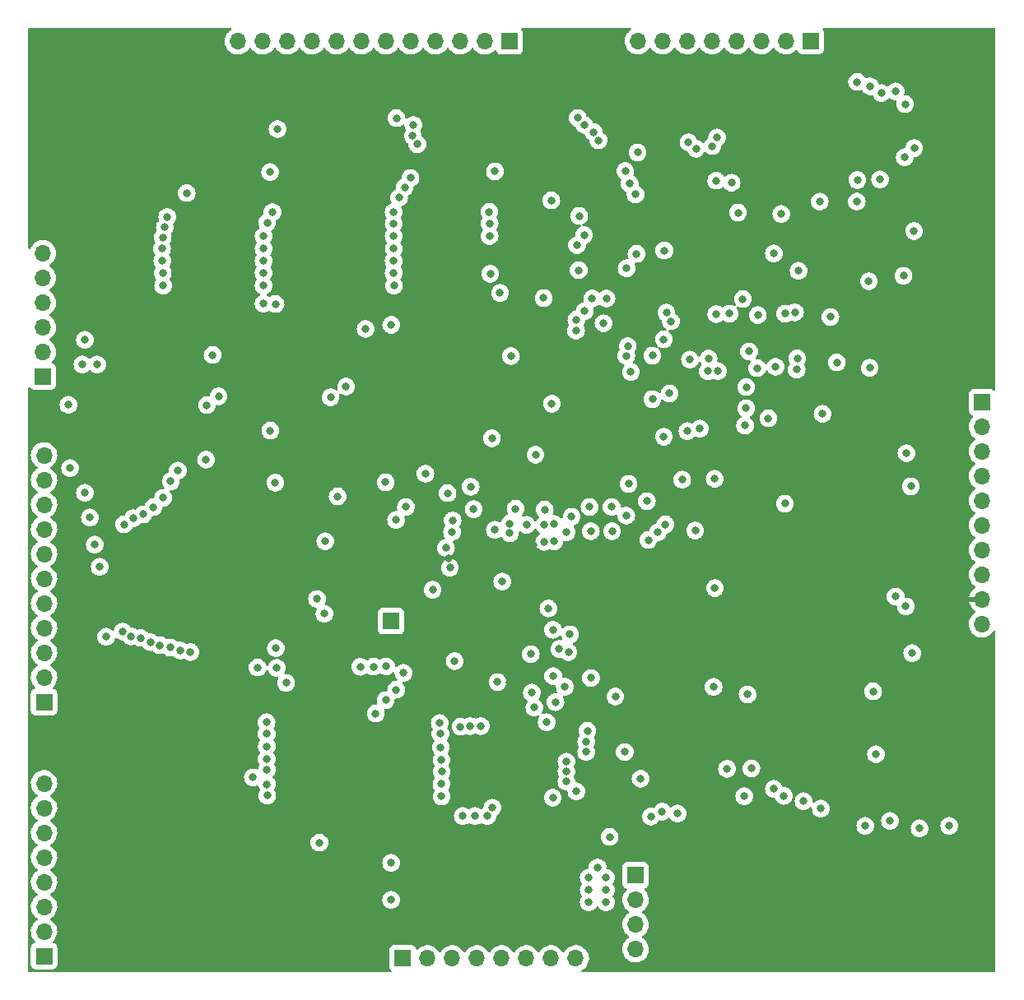
<source format=gbr>
%TF.GenerationSoftware,KiCad,Pcbnew,(6.0.0-0)*%
%TF.CreationDate,2022-02-14T22:32:36-05:00*%
%TF.ProjectId,control-unit,636f6e74-726f-46c2-9d75-6e69742e6b69,rev?*%
%TF.SameCoordinates,Original*%
%TF.FileFunction,Copper,L3,Inr*%
%TF.FilePolarity,Positive*%
%FSLAX46Y46*%
G04 Gerber Fmt 4.6, Leading zero omitted, Abs format (unit mm)*
G04 Created by KiCad (PCBNEW (6.0.0-0)) date 2022-02-14 22:32:36*
%MOMM*%
%LPD*%
G01*
G04 APERTURE LIST*
%TA.AperFunction,ComponentPad*%
%ADD10R,1.700000X1.700000*%
%TD*%
%TA.AperFunction,ComponentPad*%
%ADD11O,1.700000X1.700000*%
%TD*%
%TA.AperFunction,ViaPad*%
%ADD12C,0.800000*%
%TD*%
G04 APERTURE END LIST*
D10*
%TO.N,Net-(U12-Pad22)*%
%TO.C,J9*%
X120142000Y-117348000D03*
%TD*%
%TO.N,Net-(U15-Pad22)*%
%TO.C,J8*%
X145288000Y-143510000D03*
D11*
%TO.N,Net-(U15-Pad21)*%
X145288000Y-146050000D03*
%TO.N,Net-(U15-Pad20)*%
X145288000Y-148590000D03*
%TO.N,Net-(U15-Pad19)*%
X145288000Y-151130000D03*
%TD*%
D10*
%TO.N,~{READ}*%
%TO.C,J1*%
X121356000Y-152077000D03*
D11*
%TO.N,~{WRITE}*%
X123896000Y-152077000D03*
%TO.N,~{IRQ_MASK_PORT_EN}*%
X126436000Y-152077000D03*
%TO.N,~{IO_REQUEST}*%
X128976000Y-152077000D03*
%TO.N,~{CPU_INTERRUPT}*%
X131516000Y-152077000D03*
%TO.N,~{RESET_IN}*%
X134056000Y-152077000D03*
%TO.N,CLOCK*%
X136596000Y-152077000D03*
%TO.N,~{CLOCK}*%
X139136000Y-152077000D03*
%TD*%
D10*
%TO.N,~{LATCH_FLAGS}*%
%TO.C,J3*%
X84446000Y-125675000D03*
D11*
%TO.N,RESTORE_FLAGS*%
X84446000Y-123135000D03*
%TO.N,~{FLAGS_OUT}*%
X84446000Y-120595000D03*
%TO.N,~{LATCH_B}*%
X84446000Y-118055000D03*
%TO.N,~{LATCH_ACCUMULATOR}*%
X84446000Y-115515000D03*
%TO.N,ALU_FUNC_0*%
X84446000Y-112975000D03*
%TO.N,ALU_FUNC_1*%
X84446000Y-110435000D03*
%TO.N,ALU_FUNC_2*%
X84446000Y-107895000D03*
%TO.N,ALU_FUNC_3*%
X84446000Y-105355000D03*
%TO.N,ALU_FUNC_4*%
X84446000Y-102815000D03*
%TO.N,ALU_FUNC_5_EN*%
X84446000Y-100275000D03*
%TD*%
D10*
%TO.N,BUS0*%
%TO.C,J4*%
X180916000Y-94812000D03*
D11*
%TO.N,BUS1*%
X180916000Y-97352000D03*
%TO.N,BUS2*%
X180916000Y-99892000D03*
%TO.N,BUS3*%
X180916000Y-102432000D03*
%TO.N,BUS4*%
X180916000Y-104972000D03*
%TO.N,BUS5*%
X180916000Y-107512000D03*
%TO.N,BUS6*%
X180916000Y-110052000D03*
%TO.N,BUS7*%
X180916000Y-112592000D03*
%TO.N,GND*%
X180916000Y-115132000D03*
%TO.N,VCC*%
X180916000Y-117672000D03*
%TD*%
D10*
%TO.N,JCC_ADR0*%
%TO.C,J5*%
X84328000Y-92167000D03*
D11*
%TO.N,JCC_ADR1*%
X84328000Y-89627000D03*
%TO.N,JCC_ADR2*%
X84328000Y-87087000D03*
%TO.N,JCC_ADR3*%
X84328000Y-84547000D03*
%TO.N,~{JCC_EN}*%
X84328000Y-82007000D03*
%TO.N,JCC_LD_PC_COND*%
X84328000Y-79467000D03*
%TD*%
D10*
%TO.N,~{LATCH_MAR}*%
%TO.C,J6*%
X132319000Y-57658000D03*
D11*
%TO.N,~{LATCH_DATA_SEGMENT}*%
X129779000Y-57658000D03*
%TO.N,~{LATCH_CODE_SEGMENT}*%
X127239000Y-57658000D03*
%TO.N,~{LATCH_STACK_SEGMENT}*%
X124699000Y-57658000D03*
%TO.N,~{DATA_SEGMENT_OUT}*%
X122159000Y-57658000D03*
%TO.N,~{CODE_SEGMENT_OUT}*%
X119619000Y-57658000D03*
%TO.N,~{STACK_SEGMENT_OUT}*%
X117079000Y-57658000D03*
%TO.N,~{USE_DATA_SEGMENT}*%
X114539000Y-57658000D03*
%TO.N,~{USE_CODE_SEGMENT}*%
X111999000Y-57658000D03*
%TO.N,~{USE_STACK_SEGMENT}*%
X109459000Y-57658000D03*
%TO.N,~{MEM_READ}*%
X106919000Y-57658000D03*
%TO.N,~{MEM_WRITE}*%
X104379000Y-57658000D03*
%TD*%
D10*
%TO.N,~{PC_BUS_OUT}*%
%TO.C,J7*%
X163316000Y-57642000D03*
D11*
%TO.N,~{PC_LOAD}*%
X160776000Y-57642000D03*
%TO.N,~{PC_INC}*%
X158236000Y-57642000D03*
%TO.N,~{PC_DEC}*%
X155696000Y-57642000D03*
%TO.N,~{SP_BUS_OUT}*%
X153156000Y-57642000D03*
%TO.N,~{SP_LOAD}*%
X150616000Y-57642000D03*
%TO.N,~{SP_INC}*%
X148076000Y-57642000D03*
%TO.N,~{SP_DEC}*%
X145536000Y-57642000D03*
%TD*%
D10*
%TO.N,~{SOFTWARE_RESET}*%
%TO.C,J2*%
X84446000Y-151832000D03*
D11*
%TO.N,GPR6*%
X84446000Y-149292000D03*
%TO.N,GPR5*%
X84446000Y-146752000D03*
%TO.N,GPR4*%
X84446000Y-144212000D03*
%TO.N,GPR3*%
X84446000Y-141672000D03*
%TO.N,GPR2*%
X84446000Y-139132000D03*
%TO.N,GPR1*%
X84446000Y-136592000D03*
%TO.N,GPR0*%
X84446000Y-134052000D03*
%TD*%
D12*
%TO.N,~{SP_BUS_OUT}*%
X170434000Y-71882000D03*
%TO.N,Net-(U16-Pad5)*%
X162052000Y-81280000D03*
X159512000Y-79502000D03*
%TO.N,~{FLAGS_OUT}*%
X160274000Y-75438000D03*
%TO.N,~{SP_LOAD}*%
X172974000Y-69596000D03*
%TO.N,~{LATCH_MAR}*%
X173946000Y-68652304D03*
%TO.N,~{RESET_IN}*%
X120142000Y-142240000D03*
%TO.N,~{CPU_INTERRUPT}*%
X120142000Y-146050000D03*
%TO.N,INST3*%
X126676999Y-121461001D03*
X121412000Y-122682000D03*
%TO.N,ALU_FUNC_0*%
X90170000Y-111760000D03*
%TO.N,ALU_FUNC_1*%
X89662000Y-109474000D03*
%TO.N,ALU_FUNC_2*%
X89154000Y-106680000D03*
%TO.N,ALU_FUNC_3*%
X88646000Y-104140000D03*
%TO.N,ALU_FUNC_4*%
X87122000Y-101600000D03*
%TO.N,Net-(U12-Pad22)*%
X113284000Y-116586000D03*
%TO.N,JCC_ADR0*%
X89916000Y-90932000D03*
%TO.N,JCC_ADR1*%
X88392000Y-90932000D03*
%TO.N,JCC_ADR2*%
X88646000Y-88392000D03*
%TO.N,MEM1*%
X150622000Y-97790000D03*
X150876000Y-90424000D03*
%TO.N,MEM2*%
X151892000Y-97536000D03*
X152798700Y-90314700D03*
%TO.N,~{RESET_IN}*%
X126403701Y-108169701D03*
X132366599Y-107312710D03*
%TO.N,~{CLOCK}*%
X141385269Y-142710500D03*
%TO.N,~{RESET}*%
X148349220Y-107400511D03*
X125946000Y-104182000D03*
X121663299Y-105584701D03*
X144335831Y-90032999D03*
X144366000Y-81022000D03*
X147017579Y-94505456D03*
X145386000Y-79542000D03*
%TO.N,~{LATCH_ACCUMULATOR}*%
X155166000Y-72212000D03*
X153186803Y-68438943D03*
X148246000Y-79192000D03*
%TO.N,~{LATCH_B}*%
X145286000Y-73412000D03*
X90826000Y-118952000D03*
%TO.N,~{FLAGS_OUT}*%
X106416000Y-122132000D03*
%TO.N,RESTORE_FLAGS*%
X150727400Y-68066500D03*
%TO.N,~{LATCH_FLAGS}*%
X151520903Y-68717829D03*
%TO.N,JCC_LD_PC_COND*%
X86956000Y-95072000D03*
%TO.N,INSTRUCTION_4*%
X138709445Y-106597500D03*
X144329107Y-106485107D03*
%TO.N,INSTRUCTION_0*%
X160646000Y-105262000D03*
X147574000Y-108204000D03*
%TO.N,GND*%
X112856000Y-82792000D03*
X155766000Y-130702000D03*
X148066000Y-92842000D03*
X161036000Y-107188000D03*
X126136000Y-99971873D03*
X127256000Y-142352000D03*
X133766000Y-73152000D03*
X171646000Y-92232000D03*
X153986000Y-105162000D03*
X144546000Y-109546500D03*
X126021304Y-110857883D03*
X149558151Y-147749500D03*
X173166000Y-75352000D03*
X135926000Y-82582999D03*
X102776000Y-120142000D03*
X112928133Y-80346500D03*
X103906000Y-102182000D03*
X126966000Y-71242000D03*
X164446000Y-128232000D03*
X132334000Y-123698000D03*
X107076000Y-94142000D03*
X112966000Y-106952000D03*
X151806000Y-75562000D03*
X110486000Y-72992000D03*
X102870000Y-66548000D03*
X155696000Y-92062000D03*
X148476000Y-105502000D03*
X103886000Y-111712000D03*
X178853500Y-147495500D03*
X122682000Y-101092000D03*
X172121500Y-110374086D03*
X156526000Y-71642000D03*
X138186000Y-102952000D03*
X153406000Y-109792000D03*
X125986000Y-123422000D03*
X103136000Y-123752000D03*
X112753300Y-133576500D03*
X104706000Y-89002000D03*
X134816000Y-109522000D03*
X135926000Y-80232000D03*
X119634000Y-101092000D03*
X103436000Y-141662000D03*
X168758651Y-147646000D03*
X103886000Y-71142000D03*
X176296000Y-130462000D03*
X127006000Y-89482000D03*
X110266000Y-99922000D03*
X110476000Y-125642000D03*
X137360189Y-137060478D03*
X112614978Y-135837500D03*
X163646000Y-92242000D03*
%TO.N,VCC*%
X153426000Y-102692000D03*
X154696000Y-132552000D03*
X140684789Y-108097500D03*
X107716000Y-97746500D03*
X148926000Y-86472000D03*
X131086000Y-123622000D03*
X109356000Y-123702000D03*
X142826000Y-105582000D03*
X151426000Y-108022000D03*
X119576000Y-103062000D03*
X169376000Y-91262000D03*
X156806000Y-124892000D03*
X165336000Y-86032000D03*
X128326000Y-103512000D03*
X153670000Y-67564000D03*
X150085468Y-102782062D03*
X102406000Y-94202000D03*
X107696000Y-71112000D03*
X130826000Y-71052000D03*
X108458000Y-66692000D03*
X169726000Y-124582000D03*
X145495747Y-69107753D03*
X141996000Y-86682000D03*
X153753723Y-91602385D03*
X153316000Y-124122000D03*
X142876000Y-108092000D03*
X140556000Y-105592000D03*
X146448805Y-105001115D03*
X144176000Y-130812000D03*
X157866000Y-85842000D03*
X143206000Y-125112000D03*
X108286000Y-120122000D03*
%TO.N,~{JCC_EN}*%
X101781222Y-89947032D03*
X132471500Y-90062000D03*
%TO.N,~{SP_BUS_OUT}*%
X170576000Y-62982000D03*
%TO.N,~{SP_LOAD}*%
X173016000Y-64132000D03*
%TO.N,~{PC_BUS_OUT}*%
X168046000Y-74142000D03*
X172036000Y-62822000D03*
%TO.N,~{PC_LOAD}*%
X134076000Y-107442000D03*
X134996000Y-100222000D03*
X136674425Y-94967500D03*
X126196000Y-111842000D03*
X136620606Y-74032795D03*
%TO.N,~{PC_INC}*%
X168076000Y-61837989D03*
X168106000Y-71932000D03*
%TO.N,~{PC_DEC}*%
X164236000Y-74152000D03*
X169416000Y-62287500D03*
%TO.N,~{RESET_STEP_COUNTER}*%
X144686000Y-72322000D03*
X135836000Y-84092000D03*
%TO.N,Net-(U2-Pad1)*%
X170016000Y-131052000D03*
X157206000Y-132512000D03*
%TO.N,Net-(D14-Pad2)*%
X146600010Y-109008728D03*
X138176000Y-108204000D03*
%TO.N,Net-(U1-Pad9)*%
X155819937Y-75293878D03*
X172856000Y-81802000D03*
X173150500Y-100064168D03*
X172036000Y-114822000D03*
%TO.N,~{TRIGGER_RESET_STEP}*%
X144232026Y-71016500D03*
X130518273Y-98522872D03*
%TO.N,MEM0*%
X148771500Y-93912333D03*
X158946000Y-96462000D03*
X148197327Y-98369531D03*
%TO.N,~{SPR_FLAGS_ACC_B_EN}*%
X153586000Y-72012000D03*
X131346000Y-83562000D03*
%TO.N,MEM2*%
X156966000Y-89592000D03*
X165996000Y-90722000D03*
%TO.N,~{SEGMENT_REGISTER_EN}*%
X156548019Y-97208618D03*
X152725299Y-91631299D03*
%TO.N,~{LATCH_MAR}*%
X173926489Y-77181511D03*
%TO.N,/~{WR_STACK}*%
X156676000Y-93262000D03*
X156666000Y-95432000D03*
%TO.N,/~{WR_DATA}*%
X164516000Y-96006011D03*
X161923700Y-90299700D03*
%TO.N,~{USE_CODE_SEGMENT}*%
X139271500Y-78642000D03*
X161685668Y-85562121D03*
%TO.N,Net-(U10-Pad4)*%
X169276000Y-82362000D03*
X124417297Y-114126500D03*
%TO.N,SPR_FLAGS_ACC_B_CNTL_3*%
X139336000Y-65542000D03*
X120697128Y-65566500D03*
%TO.N,SPR_FLAGS_ACC_B_CNTL_2*%
X122428000Y-66266500D03*
X140029603Y-66271510D03*
%TO.N,SPR_FLAGS_ACC_B_CNTL_1*%
X122370535Y-67376064D03*
X140959340Y-66996010D03*
%TO.N,SPR_FLAGS_ACC_B_CNTL_0*%
X141468447Y-67856135D03*
X122840245Y-68258322D03*
%TO.N,~{USE_STACK_SEGMENT}*%
X156316000Y-84192000D03*
X139996000Y-77602000D03*
X159686000Y-91162000D03*
X157796000Y-91312000D03*
%TO.N,~{USE_DATA_SEGMENT}*%
X161866822Y-91455521D03*
X139166000Y-87452000D03*
%TO.N,~{MEM_READ}*%
X160666000Y-85702000D03*
X139496000Y-75632000D03*
%TO.N,Net-(U18-Pad11)*%
X173600500Y-103482000D03*
X173076000Y-115832000D03*
%TO.N,~{LATCH_STACK_SEGMENT}*%
X140818864Y-84139126D03*
X142296000Y-84139126D03*
%TO.N,Net-(U13-Pad10)*%
X147016000Y-90012000D03*
X144491675Y-89045721D03*
%TO.N,Net-(U13-Pad14)*%
X148196000Y-88347989D03*
X144806000Y-91692000D03*
%TO.N,~{STACK_SEGMENT_OUT}*%
X139436000Y-81222000D03*
X154946000Y-85692000D03*
%TO.N,~{DATA_SEGMENT_OUT}*%
X153586000Y-85732000D03*
X140056000Y-85432000D03*
%TO.N,~{CODE_SEGMENT_OUT}*%
X139206000Y-86302000D03*
X148459337Y-85588127D03*
%TO.N,~{INSTRUCTION_REG_IN}*%
X173736000Y-120650000D03*
X112527003Y-115067003D03*
%TO.N,INST7*%
X130276000Y-77712000D03*
X114646000Y-104512000D03*
X120966000Y-73752000D03*
X140701812Y-123210062D03*
X115516000Y-93192000D03*
X116976000Y-122052000D03*
X136906000Y-109142000D03*
X136906000Y-107342000D03*
X127276000Y-128212000D03*
X117516000Y-87262000D03*
X118566000Y-126872000D03*
X136322871Y-116040500D03*
%TO.N,INST2*%
X142240000Y-143764000D03*
X107326000Y-127762000D03*
X140462000Y-143764000D03*
X98446000Y-120362000D03*
X107936631Y-75241321D03*
X97110181Y-75741478D03*
X130048000Y-137414000D03*
X125146000Y-127832000D03*
X120406000Y-75232000D03*
X136812549Y-123012253D03*
X98205000Y-101852000D03*
X146870849Y-137472849D03*
%TO.N,INST1*%
X107346000Y-128952000D03*
X148023104Y-136956298D03*
X142240000Y-145034000D03*
X125216000Y-128932000D03*
X97416000Y-120072000D03*
X107395123Y-76338278D03*
X128778000Y-137414000D03*
X140462000Y-145034000D03*
X97480500Y-102961526D03*
X120406000Y-76422000D03*
X138013700Y-124114298D03*
X96866000Y-76782000D03*
%TO.N,INST0*%
X96656000Y-77852000D03*
X107021500Y-77722000D03*
X127508000Y-137414000D03*
X96690500Y-104657959D03*
X96377661Y-119846292D03*
X142240000Y-146304000D03*
X107356000Y-130242000D03*
X137047089Y-125692500D03*
X125246000Y-130342000D03*
X149606000Y-137160000D03*
X120406000Y-77722000D03*
X140462000Y-146304000D03*
%TO.N,STEP3*%
X96576000Y-78992000D03*
X138176000Y-131826000D03*
X125326000Y-131632000D03*
X107021500Y-78992000D03*
X120416000Y-79012000D03*
X107346000Y-131552000D03*
X95691500Y-105622200D03*
X168910000Y-138430000D03*
X164338000Y-136652000D03*
X95386000Y-119512000D03*
%TO.N,STEP2*%
X138176000Y-132842000D03*
X94661500Y-106362000D03*
X94396000Y-119072000D03*
X107381110Y-132627500D03*
X162560000Y-135890000D03*
X96606000Y-80262000D03*
X107021500Y-80252000D03*
X171450000Y-137922000D03*
X120396000Y-80272000D03*
X125346000Y-132852000D03*
%TO.N,STEP1*%
X93606000Y-106762000D03*
X160542448Y-135344500D03*
X93396147Y-118923779D03*
X138176000Y-133858000D03*
X120406000Y-81492000D03*
X174498000Y-138684000D03*
X96656000Y-81512000D03*
X125326000Y-134112000D03*
X107021500Y-81502000D03*
X107384731Y-134146500D03*
%TO.N,STEP0*%
X156464000Y-135382000D03*
X159512000Y-134620000D03*
X92533300Y-118419300D03*
X107021500Y-82802000D03*
X136780400Y-135527600D03*
X96696000Y-82802000D03*
X125336000Y-135392000D03*
X120446000Y-82812000D03*
X107406000Y-135312000D03*
X177546000Y-138430000D03*
X142625299Y-139568701D03*
X92677879Y-107397719D03*
%TO.N,INST5*%
X130276000Y-76412000D03*
X121536000Y-72672000D03*
X108256000Y-84692000D03*
X138546000Y-118722000D03*
X119586000Y-125482000D03*
X138384811Y-120543235D03*
X128273672Y-128151535D03*
X108226000Y-103092000D03*
X118346000Y-122032000D03*
X140208000Y-130810000D03*
X136144000Y-127762000D03*
%TO.N,INST6*%
X144566000Y-103212000D03*
X108376000Y-122172000D03*
X135943364Y-105868008D03*
X120156000Y-86852000D03*
X135886000Y-109192000D03*
X113921500Y-94310572D03*
X105926000Y-133436500D03*
X139192000Y-134874000D03*
X135886000Y-107452000D03*
X130559867Y-136555514D03*
X130346000Y-81582000D03*
X134511553Y-120736500D03*
X113366000Y-109122000D03*
%TO.N,INST4*%
X120666000Y-124412000D03*
X129366000Y-128152000D03*
X122136000Y-71722000D03*
X140208000Y-129794000D03*
X101206000Y-95112000D03*
X119636000Y-122012000D03*
X130246000Y-75212000D03*
X107016000Y-84662000D03*
X137439270Y-120219263D03*
X136796000Y-118242000D03*
X134874000Y-126238000D03*
%TO.N,INST3*%
X140335000Y-128651000D03*
X134620000Y-124714000D03*
X101104639Y-100723459D03*
X99126000Y-73282000D03*
X99496000Y-120532000D03*
%TO.N,~{CLOCK}*%
X145806000Y-133582000D03*
%TO.N,~{SOFTWARE_RESET}*%
X112766000Y-140162000D03*
X128626000Y-105832000D03*
X132946500Y-105776166D03*
X123676000Y-102162000D03*
%TO.N,~{INTERRUPT_HANDLER_EN}*%
X125786000Y-109812000D03*
X132346000Y-108312000D03*
X130810000Y-107950000D03*
%TO.N,Net-(U19-Pad2)*%
X153446000Y-113952000D03*
X131576000Y-113282000D03*
%TO.N,Net-(U10-Pad3)*%
X120650000Y-106934000D03*
X126476000Y-106982000D03*
%TD*%
%TA.AperFunction,Conductor*%
%TO.N,GND*%
G36*
X103665898Y-56285002D02*
G01*
X103712391Y-56338658D01*
X103722495Y-56408932D01*
X103693001Y-56473512D01*
X103661134Y-56498676D01*
X103661568Y-56499365D01*
X103657195Y-56502119D01*
X103652607Y-56504507D01*
X103648474Y-56507610D01*
X103648471Y-56507612D01*
X103495275Y-56622635D01*
X103473965Y-56638635D01*
X103439897Y-56674285D01*
X103330836Y-56788411D01*
X103319629Y-56800138D01*
X103316720Y-56804403D01*
X103316714Y-56804411D01*
X103309752Y-56814617D01*
X103193743Y-56984680D01*
X103146716Y-57085992D01*
X103104798Y-57176297D01*
X103099688Y-57187305D01*
X103039989Y-57402570D01*
X103016251Y-57624695D01*
X103029110Y-57847715D01*
X103030247Y-57852761D01*
X103030248Y-57852767D01*
X103054304Y-57959508D01*
X103078222Y-58065639D01*
X103162266Y-58272616D01*
X103199685Y-58333678D01*
X103276291Y-58458688D01*
X103278987Y-58463088D01*
X103425250Y-58631938D01*
X103597126Y-58774632D01*
X103790000Y-58887338D01*
X103998692Y-58967030D01*
X104003760Y-58968061D01*
X104003763Y-58968062D01*
X104111017Y-58989883D01*
X104217597Y-59011567D01*
X104222772Y-59011757D01*
X104222774Y-59011757D01*
X104435673Y-59019564D01*
X104435677Y-59019564D01*
X104440837Y-59019753D01*
X104445957Y-59019097D01*
X104445959Y-59019097D01*
X104657288Y-58992025D01*
X104657289Y-58992025D01*
X104662416Y-58991368D01*
X104667366Y-58989883D01*
X104871429Y-58928661D01*
X104871434Y-58928659D01*
X104876384Y-58927174D01*
X105076994Y-58828896D01*
X105258860Y-58699173D01*
X105417096Y-58541489D01*
X105476594Y-58458689D01*
X105547453Y-58360077D01*
X105548776Y-58361028D01*
X105595645Y-58317857D01*
X105665580Y-58305625D01*
X105731026Y-58333144D01*
X105758875Y-58364994D01*
X105818987Y-58463088D01*
X105965250Y-58631938D01*
X106137126Y-58774632D01*
X106330000Y-58887338D01*
X106538692Y-58967030D01*
X106543760Y-58968061D01*
X106543763Y-58968062D01*
X106651017Y-58989883D01*
X106757597Y-59011567D01*
X106762772Y-59011757D01*
X106762774Y-59011757D01*
X106975673Y-59019564D01*
X106975677Y-59019564D01*
X106980837Y-59019753D01*
X106985957Y-59019097D01*
X106985959Y-59019097D01*
X107197288Y-58992025D01*
X107197289Y-58992025D01*
X107202416Y-58991368D01*
X107207366Y-58989883D01*
X107411429Y-58928661D01*
X107411434Y-58928659D01*
X107416384Y-58927174D01*
X107616994Y-58828896D01*
X107798860Y-58699173D01*
X107957096Y-58541489D01*
X108016594Y-58458689D01*
X108087453Y-58360077D01*
X108088776Y-58361028D01*
X108135645Y-58317857D01*
X108205580Y-58305625D01*
X108271026Y-58333144D01*
X108298875Y-58364994D01*
X108358987Y-58463088D01*
X108505250Y-58631938D01*
X108677126Y-58774632D01*
X108870000Y-58887338D01*
X109078692Y-58967030D01*
X109083760Y-58968061D01*
X109083763Y-58968062D01*
X109191017Y-58989883D01*
X109297597Y-59011567D01*
X109302772Y-59011757D01*
X109302774Y-59011757D01*
X109515673Y-59019564D01*
X109515677Y-59019564D01*
X109520837Y-59019753D01*
X109525957Y-59019097D01*
X109525959Y-59019097D01*
X109737288Y-58992025D01*
X109737289Y-58992025D01*
X109742416Y-58991368D01*
X109747366Y-58989883D01*
X109951429Y-58928661D01*
X109951434Y-58928659D01*
X109956384Y-58927174D01*
X110156994Y-58828896D01*
X110338860Y-58699173D01*
X110497096Y-58541489D01*
X110556594Y-58458689D01*
X110627453Y-58360077D01*
X110628776Y-58361028D01*
X110675645Y-58317857D01*
X110745580Y-58305625D01*
X110811026Y-58333144D01*
X110838875Y-58364994D01*
X110898987Y-58463088D01*
X111045250Y-58631938D01*
X111217126Y-58774632D01*
X111410000Y-58887338D01*
X111618692Y-58967030D01*
X111623760Y-58968061D01*
X111623763Y-58968062D01*
X111731017Y-58989883D01*
X111837597Y-59011567D01*
X111842772Y-59011757D01*
X111842774Y-59011757D01*
X112055673Y-59019564D01*
X112055677Y-59019564D01*
X112060837Y-59019753D01*
X112065957Y-59019097D01*
X112065959Y-59019097D01*
X112277288Y-58992025D01*
X112277289Y-58992025D01*
X112282416Y-58991368D01*
X112287366Y-58989883D01*
X112491429Y-58928661D01*
X112491434Y-58928659D01*
X112496384Y-58927174D01*
X112696994Y-58828896D01*
X112878860Y-58699173D01*
X113037096Y-58541489D01*
X113096594Y-58458689D01*
X113167453Y-58360077D01*
X113168776Y-58361028D01*
X113215645Y-58317857D01*
X113285580Y-58305625D01*
X113351026Y-58333144D01*
X113378875Y-58364994D01*
X113438987Y-58463088D01*
X113585250Y-58631938D01*
X113757126Y-58774632D01*
X113950000Y-58887338D01*
X114158692Y-58967030D01*
X114163760Y-58968061D01*
X114163763Y-58968062D01*
X114271017Y-58989883D01*
X114377597Y-59011567D01*
X114382772Y-59011757D01*
X114382774Y-59011757D01*
X114595673Y-59019564D01*
X114595677Y-59019564D01*
X114600837Y-59019753D01*
X114605957Y-59019097D01*
X114605959Y-59019097D01*
X114817288Y-58992025D01*
X114817289Y-58992025D01*
X114822416Y-58991368D01*
X114827366Y-58989883D01*
X115031429Y-58928661D01*
X115031434Y-58928659D01*
X115036384Y-58927174D01*
X115236994Y-58828896D01*
X115418860Y-58699173D01*
X115577096Y-58541489D01*
X115636594Y-58458689D01*
X115707453Y-58360077D01*
X115708776Y-58361028D01*
X115755645Y-58317857D01*
X115825580Y-58305625D01*
X115891026Y-58333144D01*
X115918875Y-58364994D01*
X115978987Y-58463088D01*
X116125250Y-58631938D01*
X116297126Y-58774632D01*
X116490000Y-58887338D01*
X116698692Y-58967030D01*
X116703760Y-58968061D01*
X116703763Y-58968062D01*
X116811017Y-58989883D01*
X116917597Y-59011567D01*
X116922772Y-59011757D01*
X116922774Y-59011757D01*
X117135673Y-59019564D01*
X117135677Y-59019564D01*
X117140837Y-59019753D01*
X117145957Y-59019097D01*
X117145959Y-59019097D01*
X117357288Y-58992025D01*
X117357289Y-58992025D01*
X117362416Y-58991368D01*
X117367366Y-58989883D01*
X117571429Y-58928661D01*
X117571434Y-58928659D01*
X117576384Y-58927174D01*
X117776994Y-58828896D01*
X117958860Y-58699173D01*
X118117096Y-58541489D01*
X118176594Y-58458689D01*
X118247453Y-58360077D01*
X118248776Y-58361028D01*
X118295645Y-58317857D01*
X118365580Y-58305625D01*
X118431026Y-58333144D01*
X118458875Y-58364994D01*
X118518987Y-58463088D01*
X118665250Y-58631938D01*
X118837126Y-58774632D01*
X119030000Y-58887338D01*
X119238692Y-58967030D01*
X119243760Y-58968061D01*
X119243763Y-58968062D01*
X119351017Y-58989883D01*
X119457597Y-59011567D01*
X119462772Y-59011757D01*
X119462774Y-59011757D01*
X119675673Y-59019564D01*
X119675677Y-59019564D01*
X119680837Y-59019753D01*
X119685957Y-59019097D01*
X119685959Y-59019097D01*
X119897288Y-58992025D01*
X119897289Y-58992025D01*
X119902416Y-58991368D01*
X119907366Y-58989883D01*
X120111429Y-58928661D01*
X120111434Y-58928659D01*
X120116384Y-58927174D01*
X120316994Y-58828896D01*
X120498860Y-58699173D01*
X120657096Y-58541489D01*
X120716594Y-58458689D01*
X120787453Y-58360077D01*
X120788776Y-58361028D01*
X120835645Y-58317857D01*
X120905580Y-58305625D01*
X120971026Y-58333144D01*
X120998875Y-58364994D01*
X121058987Y-58463088D01*
X121205250Y-58631938D01*
X121377126Y-58774632D01*
X121570000Y-58887338D01*
X121778692Y-58967030D01*
X121783760Y-58968061D01*
X121783763Y-58968062D01*
X121891017Y-58989883D01*
X121997597Y-59011567D01*
X122002772Y-59011757D01*
X122002774Y-59011757D01*
X122215673Y-59019564D01*
X122215677Y-59019564D01*
X122220837Y-59019753D01*
X122225957Y-59019097D01*
X122225959Y-59019097D01*
X122437288Y-58992025D01*
X122437289Y-58992025D01*
X122442416Y-58991368D01*
X122447366Y-58989883D01*
X122651429Y-58928661D01*
X122651434Y-58928659D01*
X122656384Y-58927174D01*
X122856994Y-58828896D01*
X123038860Y-58699173D01*
X123197096Y-58541489D01*
X123256594Y-58458689D01*
X123327453Y-58360077D01*
X123328776Y-58361028D01*
X123375645Y-58317857D01*
X123445580Y-58305625D01*
X123511026Y-58333144D01*
X123538875Y-58364994D01*
X123598987Y-58463088D01*
X123745250Y-58631938D01*
X123917126Y-58774632D01*
X124110000Y-58887338D01*
X124318692Y-58967030D01*
X124323760Y-58968061D01*
X124323763Y-58968062D01*
X124431017Y-58989883D01*
X124537597Y-59011567D01*
X124542772Y-59011757D01*
X124542774Y-59011757D01*
X124755673Y-59019564D01*
X124755677Y-59019564D01*
X124760837Y-59019753D01*
X124765957Y-59019097D01*
X124765959Y-59019097D01*
X124977288Y-58992025D01*
X124977289Y-58992025D01*
X124982416Y-58991368D01*
X124987366Y-58989883D01*
X125191429Y-58928661D01*
X125191434Y-58928659D01*
X125196384Y-58927174D01*
X125396994Y-58828896D01*
X125578860Y-58699173D01*
X125737096Y-58541489D01*
X125796594Y-58458689D01*
X125867453Y-58360077D01*
X125868776Y-58361028D01*
X125915645Y-58317857D01*
X125985580Y-58305625D01*
X126051026Y-58333144D01*
X126078875Y-58364994D01*
X126138987Y-58463088D01*
X126285250Y-58631938D01*
X126457126Y-58774632D01*
X126650000Y-58887338D01*
X126858692Y-58967030D01*
X126863760Y-58968061D01*
X126863763Y-58968062D01*
X126971017Y-58989883D01*
X127077597Y-59011567D01*
X127082772Y-59011757D01*
X127082774Y-59011757D01*
X127295673Y-59019564D01*
X127295677Y-59019564D01*
X127300837Y-59019753D01*
X127305957Y-59019097D01*
X127305959Y-59019097D01*
X127517288Y-58992025D01*
X127517289Y-58992025D01*
X127522416Y-58991368D01*
X127527366Y-58989883D01*
X127731429Y-58928661D01*
X127731434Y-58928659D01*
X127736384Y-58927174D01*
X127936994Y-58828896D01*
X128118860Y-58699173D01*
X128277096Y-58541489D01*
X128336594Y-58458689D01*
X128407453Y-58360077D01*
X128408776Y-58361028D01*
X128455645Y-58317857D01*
X128525580Y-58305625D01*
X128591026Y-58333144D01*
X128618875Y-58364994D01*
X128678987Y-58463088D01*
X128825250Y-58631938D01*
X128997126Y-58774632D01*
X129190000Y-58887338D01*
X129398692Y-58967030D01*
X129403760Y-58968061D01*
X129403763Y-58968062D01*
X129511017Y-58989883D01*
X129617597Y-59011567D01*
X129622772Y-59011757D01*
X129622774Y-59011757D01*
X129835673Y-59019564D01*
X129835677Y-59019564D01*
X129840837Y-59019753D01*
X129845957Y-59019097D01*
X129845959Y-59019097D01*
X130057288Y-58992025D01*
X130057289Y-58992025D01*
X130062416Y-58991368D01*
X130067366Y-58989883D01*
X130271429Y-58928661D01*
X130271434Y-58928659D01*
X130276384Y-58927174D01*
X130476994Y-58828896D01*
X130658860Y-58699173D01*
X130767091Y-58591319D01*
X130829462Y-58557404D01*
X130900268Y-58562592D01*
X130957030Y-58605238D01*
X130974012Y-58636341D01*
X131018385Y-58754705D01*
X131105739Y-58871261D01*
X131222295Y-58958615D01*
X131358684Y-59009745D01*
X131420866Y-59016500D01*
X133217134Y-59016500D01*
X133279316Y-59009745D01*
X133415705Y-58958615D01*
X133532261Y-58871261D01*
X133619615Y-58754705D01*
X133670745Y-58618316D01*
X133677500Y-58556134D01*
X133677500Y-56759866D01*
X133670745Y-56697684D01*
X133619615Y-56561295D01*
X133590614Y-56522598D01*
X133548619Y-56466565D01*
X133523771Y-56400058D01*
X133538824Y-56330676D01*
X133588998Y-56280446D01*
X133649445Y-56265000D01*
X144729621Y-56265000D01*
X144797742Y-56285002D01*
X144844235Y-56338658D01*
X144854339Y-56408932D01*
X144824845Y-56473512D01*
X144805274Y-56491760D01*
X144701464Y-56569703D01*
X144630965Y-56622635D01*
X144581607Y-56674285D01*
X144496559Y-56763283D01*
X144476629Y-56784138D01*
X144473720Y-56788403D01*
X144473714Y-56788411D01*
X144447884Y-56826277D01*
X144350743Y-56968680D01*
X144256688Y-57171305D01*
X144196989Y-57386570D01*
X144173251Y-57608695D01*
X144173548Y-57613848D01*
X144173548Y-57613851D01*
X144174471Y-57629851D01*
X144186110Y-57831715D01*
X144187247Y-57836761D01*
X144187248Y-57836767D01*
X144190854Y-57852767D01*
X144235222Y-58049639D01*
X144319266Y-58256616D01*
X144370942Y-58340944D01*
X144433291Y-58442688D01*
X144435987Y-58447088D01*
X144582250Y-58615938D01*
X144754126Y-58758632D01*
X144947000Y-58871338D01*
X144951825Y-58873180D01*
X144951826Y-58873181D01*
X144988900Y-58887338D01*
X145155692Y-58951030D01*
X145160760Y-58952061D01*
X145160763Y-58952062D01*
X145234334Y-58967030D01*
X145374597Y-58995567D01*
X145379772Y-58995757D01*
X145379774Y-58995757D01*
X145592673Y-59003564D01*
X145592677Y-59003564D01*
X145597837Y-59003753D01*
X145602957Y-59003097D01*
X145602959Y-59003097D01*
X145814288Y-58976025D01*
X145814289Y-58976025D01*
X145819416Y-58975368D01*
X145847208Y-58967030D01*
X146028429Y-58912661D01*
X146028434Y-58912659D01*
X146033384Y-58911174D01*
X146233994Y-58812896D01*
X146415860Y-58683173D01*
X146574096Y-58525489D01*
X146618936Y-58463088D01*
X146704453Y-58344077D01*
X146705776Y-58345028D01*
X146752645Y-58301857D01*
X146822580Y-58289625D01*
X146888026Y-58317144D01*
X146915875Y-58348994D01*
X146925680Y-58364994D01*
X146975987Y-58447088D01*
X147122250Y-58615938D01*
X147294126Y-58758632D01*
X147487000Y-58871338D01*
X147491825Y-58873180D01*
X147491826Y-58873181D01*
X147528900Y-58887338D01*
X147695692Y-58951030D01*
X147700760Y-58952061D01*
X147700763Y-58952062D01*
X147774334Y-58967030D01*
X147914597Y-58995567D01*
X147919772Y-58995757D01*
X147919774Y-58995757D01*
X148132673Y-59003564D01*
X148132677Y-59003564D01*
X148137837Y-59003753D01*
X148142957Y-59003097D01*
X148142959Y-59003097D01*
X148354288Y-58976025D01*
X148354289Y-58976025D01*
X148359416Y-58975368D01*
X148387208Y-58967030D01*
X148568429Y-58912661D01*
X148568434Y-58912659D01*
X148573384Y-58911174D01*
X148773994Y-58812896D01*
X148955860Y-58683173D01*
X149114096Y-58525489D01*
X149158936Y-58463088D01*
X149244453Y-58344077D01*
X149245776Y-58345028D01*
X149292645Y-58301857D01*
X149362580Y-58289625D01*
X149428026Y-58317144D01*
X149455875Y-58348994D01*
X149465680Y-58364994D01*
X149515987Y-58447088D01*
X149662250Y-58615938D01*
X149834126Y-58758632D01*
X150027000Y-58871338D01*
X150031825Y-58873180D01*
X150031826Y-58873181D01*
X150068900Y-58887338D01*
X150235692Y-58951030D01*
X150240760Y-58952061D01*
X150240763Y-58952062D01*
X150314334Y-58967030D01*
X150454597Y-58995567D01*
X150459772Y-58995757D01*
X150459774Y-58995757D01*
X150672673Y-59003564D01*
X150672677Y-59003564D01*
X150677837Y-59003753D01*
X150682957Y-59003097D01*
X150682959Y-59003097D01*
X150894288Y-58976025D01*
X150894289Y-58976025D01*
X150899416Y-58975368D01*
X150927208Y-58967030D01*
X151108429Y-58912661D01*
X151108434Y-58912659D01*
X151113384Y-58911174D01*
X151313994Y-58812896D01*
X151495860Y-58683173D01*
X151654096Y-58525489D01*
X151698936Y-58463088D01*
X151784453Y-58344077D01*
X151785776Y-58345028D01*
X151832645Y-58301857D01*
X151902580Y-58289625D01*
X151968026Y-58317144D01*
X151995875Y-58348994D01*
X152005680Y-58364994D01*
X152055987Y-58447088D01*
X152202250Y-58615938D01*
X152374126Y-58758632D01*
X152567000Y-58871338D01*
X152571825Y-58873180D01*
X152571826Y-58873181D01*
X152608900Y-58887338D01*
X152775692Y-58951030D01*
X152780760Y-58952061D01*
X152780763Y-58952062D01*
X152854334Y-58967030D01*
X152994597Y-58995567D01*
X152999772Y-58995757D01*
X152999774Y-58995757D01*
X153212673Y-59003564D01*
X153212677Y-59003564D01*
X153217837Y-59003753D01*
X153222957Y-59003097D01*
X153222959Y-59003097D01*
X153434288Y-58976025D01*
X153434289Y-58976025D01*
X153439416Y-58975368D01*
X153467208Y-58967030D01*
X153648429Y-58912661D01*
X153648434Y-58912659D01*
X153653384Y-58911174D01*
X153853994Y-58812896D01*
X154035860Y-58683173D01*
X154194096Y-58525489D01*
X154238936Y-58463088D01*
X154324453Y-58344077D01*
X154325776Y-58345028D01*
X154372645Y-58301857D01*
X154442580Y-58289625D01*
X154508026Y-58317144D01*
X154535875Y-58348994D01*
X154545680Y-58364994D01*
X154595987Y-58447088D01*
X154742250Y-58615938D01*
X154914126Y-58758632D01*
X155107000Y-58871338D01*
X155111825Y-58873180D01*
X155111826Y-58873181D01*
X155148900Y-58887338D01*
X155315692Y-58951030D01*
X155320760Y-58952061D01*
X155320763Y-58952062D01*
X155394334Y-58967030D01*
X155534597Y-58995567D01*
X155539772Y-58995757D01*
X155539774Y-58995757D01*
X155752673Y-59003564D01*
X155752677Y-59003564D01*
X155757837Y-59003753D01*
X155762957Y-59003097D01*
X155762959Y-59003097D01*
X155974288Y-58976025D01*
X155974289Y-58976025D01*
X155979416Y-58975368D01*
X156007208Y-58967030D01*
X156188429Y-58912661D01*
X156188434Y-58912659D01*
X156193384Y-58911174D01*
X156393994Y-58812896D01*
X156575860Y-58683173D01*
X156734096Y-58525489D01*
X156778936Y-58463088D01*
X156864453Y-58344077D01*
X156865776Y-58345028D01*
X156912645Y-58301857D01*
X156982580Y-58289625D01*
X157048026Y-58317144D01*
X157075875Y-58348994D01*
X157085680Y-58364994D01*
X157135987Y-58447088D01*
X157282250Y-58615938D01*
X157454126Y-58758632D01*
X157647000Y-58871338D01*
X157651825Y-58873180D01*
X157651826Y-58873181D01*
X157688900Y-58887338D01*
X157855692Y-58951030D01*
X157860760Y-58952061D01*
X157860763Y-58952062D01*
X157934334Y-58967030D01*
X158074597Y-58995567D01*
X158079772Y-58995757D01*
X158079774Y-58995757D01*
X158292673Y-59003564D01*
X158292677Y-59003564D01*
X158297837Y-59003753D01*
X158302957Y-59003097D01*
X158302959Y-59003097D01*
X158514288Y-58976025D01*
X158514289Y-58976025D01*
X158519416Y-58975368D01*
X158547208Y-58967030D01*
X158728429Y-58912661D01*
X158728434Y-58912659D01*
X158733384Y-58911174D01*
X158933994Y-58812896D01*
X159115860Y-58683173D01*
X159274096Y-58525489D01*
X159318936Y-58463088D01*
X159404453Y-58344077D01*
X159405776Y-58345028D01*
X159452645Y-58301857D01*
X159522580Y-58289625D01*
X159588026Y-58317144D01*
X159615875Y-58348994D01*
X159625680Y-58364994D01*
X159675987Y-58447088D01*
X159822250Y-58615938D01*
X159994126Y-58758632D01*
X160187000Y-58871338D01*
X160191825Y-58873180D01*
X160191826Y-58873181D01*
X160228900Y-58887338D01*
X160395692Y-58951030D01*
X160400760Y-58952061D01*
X160400763Y-58952062D01*
X160474334Y-58967030D01*
X160614597Y-58995567D01*
X160619772Y-58995757D01*
X160619774Y-58995757D01*
X160832673Y-59003564D01*
X160832677Y-59003564D01*
X160837837Y-59003753D01*
X160842957Y-59003097D01*
X160842959Y-59003097D01*
X161054288Y-58976025D01*
X161054289Y-58976025D01*
X161059416Y-58975368D01*
X161087208Y-58967030D01*
X161268429Y-58912661D01*
X161268434Y-58912659D01*
X161273384Y-58911174D01*
X161473994Y-58812896D01*
X161655860Y-58683173D01*
X161764091Y-58575319D01*
X161826462Y-58541404D01*
X161897268Y-58546592D01*
X161954030Y-58589238D01*
X161971012Y-58620341D01*
X161977010Y-58636341D01*
X162015385Y-58738705D01*
X162102739Y-58855261D01*
X162219295Y-58942615D01*
X162355684Y-58993745D01*
X162417866Y-59000500D01*
X164214134Y-59000500D01*
X164276316Y-58993745D01*
X164412705Y-58942615D01*
X164529261Y-58855261D01*
X164616615Y-58738705D01*
X164667745Y-58602316D01*
X164674500Y-58540134D01*
X164674500Y-56743866D01*
X164667745Y-56681684D01*
X164616615Y-56545295D01*
X164557610Y-56466565D01*
X164532762Y-56400059D01*
X164547815Y-56330676D01*
X164597989Y-56280446D01*
X164658436Y-56265000D01*
X182192000Y-56265000D01*
X182260121Y-56285002D01*
X182306614Y-56338658D01*
X182318000Y-56391000D01*
X182318000Y-93488300D01*
X182297998Y-93556421D01*
X182244342Y-93602914D01*
X182174068Y-93613018D01*
X182116435Y-93589126D01*
X182019892Y-93516771D01*
X182019890Y-93516770D01*
X182012705Y-93511385D01*
X181876316Y-93460255D01*
X181814134Y-93453500D01*
X180017866Y-93453500D01*
X179955684Y-93460255D01*
X179819295Y-93511385D01*
X179702739Y-93598739D01*
X179615385Y-93715295D01*
X179564255Y-93851684D01*
X179557500Y-93913866D01*
X179557500Y-95710134D01*
X179564255Y-95772316D01*
X179615385Y-95908705D01*
X179702739Y-96025261D01*
X179819295Y-96112615D01*
X179827704Y-96115767D01*
X179827705Y-96115768D01*
X179936451Y-96156535D01*
X179993216Y-96199176D01*
X180017916Y-96265738D01*
X180002709Y-96335087D01*
X179983316Y-96361568D01*
X179856629Y-96494138D01*
X179853715Y-96498410D01*
X179853714Y-96498411D01*
X179832335Y-96529752D01*
X179730743Y-96678680D01*
X179713432Y-96715974D01*
X179640952Y-96872120D01*
X179636688Y-96881305D01*
X179576989Y-97096570D01*
X179553251Y-97318695D01*
X179553548Y-97323848D01*
X179553548Y-97323851D01*
X179557855Y-97398546D01*
X179566110Y-97541715D01*
X179567247Y-97546761D01*
X179567248Y-97546767D01*
X179582484Y-97614372D01*
X179615222Y-97759639D01*
X179699266Y-97966616D01*
X179714976Y-97992252D01*
X179790653Y-98115746D01*
X179815987Y-98157088D01*
X179962250Y-98325938D01*
X180082012Y-98425366D01*
X180128493Y-98463955D01*
X180134126Y-98468632D01*
X180204595Y-98509811D01*
X180207445Y-98511476D01*
X180256169Y-98563114D01*
X180269240Y-98632897D01*
X180242509Y-98698669D01*
X180202055Y-98732027D01*
X180189607Y-98738507D01*
X180185474Y-98741610D01*
X180185471Y-98741612D01*
X180161247Y-98759800D01*
X180010965Y-98872635D01*
X180007393Y-98876373D01*
X179928629Y-98958795D01*
X179856629Y-99034138D01*
X179730743Y-99218680D01*
X179636688Y-99421305D01*
X179576989Y-99636570D01*
X179553251Y-99858695D01*
X179553548Y-99863848D01*
X179553548Y-99863851D01*
X179562527Y-100019570D01*
X179566110Y-100081715D01*
X179567247Y-100086761D01*
X179567248Y-100086767D01*
X179588275Y-100180069D01*
X179615222Y-100299639D01*
X179699266Y-100506616D01*
X179715867Y-100533706D01*
X179812563Y-100691500D01*
X179815987Y-100697088D01*
X179962250Y-100865938D01*
X180134126Y-101008632D01*
X180141803Y-101013118D01*
X180207445Y-101051476D01*
X180256169Y-101103114D01*
X180269240Y-101172897D01*
X180242509Y-101238669D01*
X180202055Y-101272027D01*
X180189607Y-101278507D01*
X180185474Y-101281610D01*
X180185471Y-101281612D01*
X180015100Y-101409530D01*
X180010965Y-101412635D01*
X180007393Y-101416373D01*
X179874061Y-101555897D01*
X179856629Y-101574138D01*
X179853715Y-101578410D01*
X179853714Y-101578411D01*
X179790380Y-101671256D01*
X179730743Y-101758680D01*
X179684379Y-101858564D01*
X179657740Y-101915953D01*
X179636688Y-101961305D01*
X179576989Y-102176570D01*
X179553251Y-102398695D01*
X179553548Y-102403848D01*
X179553548Y-102403851D01*
X179562527Y-102559570D01*
X179566110Y-102621715D01*
X179567247Y-102626761D01*
X179567248Y-102626767D01*
X179587070Y-102714721D01*
X179615222Y-102839639D01*
X179662391Y-102955803D01*
X179693399Y-103032166D01*
X179699266Y-103046616D01*
X179713154Y-103069279D01*
X179812563Y-103231500D01*
X179815987Y-103237088D01*
X179962250Y-103405938D01*
X180134126Y-103548632D01*
X180176135Y-103573180D01*
X180207445Y-103591476D01*
X180256169Y-103643114D01*
X180269240Y-103712897D01*
X180242509Y-103778669D01*
X180202055Y-103812027D01*
X180189607Y-103818507D01*
X180185474Y-103821610D01*
X180185471Y-103821612D01*
X180015100Y-103949530D01*
X180010965Y-103952635D01*
X179947599Y-104018944D01*
X179874061Y-104095897D01*
X179856629Y-104114138D01*
X179853715Y-104118410D01*
X179853714Y-104118411D01*
X179814815Y-104175435D01*
X179730743Y-104298680D01*
X179636688Y-104501305D01*
X179576989Y-104716570D01*
X179553251Y-104938695D01*
X179553548Y-104943848D01*
X179553548Y-104943851D01*
X179562396Y-105097300D01*
X179566110Y-105161715D01*
X179567247Y-105166761D01*
X179567248Y-105166767D01*
X179590190Y-105268565D01*
X179615222Y-105379639D01*
X179617163Y-105384420D01*
X179617164Y-105384422D01*
X179695823Y-105578136D01*
X179699266Y-105586616D01*
X179715867Y-105613706D01*
X179812563Y-105771500D01*
X179815987Y-105777088D01*
X179962250Y-105945938D01*
X180089247Y-106051373D01*
X180122827Y-106079251D01*
X180134126Y-106088632D01*
X180190621Y-106121645D01*
X180207445Y-106131476D01*
X180256169Y-106183114D01*
X180269240Y-106252897D01*
X180242509Y-106318669D01*
X180202055Y-106352027D01*
X180189607Y-106358507D01*
X180185474Y-106361610D01*
X180185471Y-106361612D01*
X180015100Y-106489530D01*
X180010965Y-106492635D01*
X179970602Y-106534872D01*
X179867966Y-106642275D01*
X179856629Y-106654138D01*
X179853715Y-106658410D01*
X179853714Y-106658411D01*
X179777008Y-106770858D01*
X179730743Y-106838680D01*
X179686497Y-106934000D01*
X179642421Y-107028955D01*
X179636688Y-107041305D01*
X179576989Y-107256570D01*
X179553251Y-107478695D01*
X179553548Y-107483848D01*
X179553548Y-107483851D01*
X179564417Y-107672361D01*
X179566110Y-107701715D01*
X179567247Y-107706761D01*
X179567248Y-107706767D01*
X179581965Y-107772067D01*
X179615222Y-107919639D01*
X179656232Y-108020635D01*
X179684778Y-108090935D01*
X179699266Y-108126616D01*
X179729814Y-108176466D01*
X179812419Y-108311265D01*
X179815987Y-108317088D01*
X179962250Y-108485938D01*
X180088526Y-108590774D01*
X180128493Y-108623955D01*
X180134126Y-108628632D01*
X180183090Y-108657244D01*
X180207445Y-108671476D01*
X180256169Y-108723114D01*
X180269240Y-108792897D01*
X180242509Y-108858669D01*
X180202055Y-108892027D01*
X180189607Y-108898507D01*
X180185474Y-108901610D01*
X180185471Y-108901612D01*
X180015100Y-109029530D01*
X180010965Y-109032635D01*
X180007393Y-109036373D01*
X179874061Y-109175897D01*
X179856629Y-109194138D01*
X179853715Y-109198410D01*
X179853714Y-109198411D01*
X179801450Y-109275027D01*
X179730743Y-109378680D01*
X179686497Y-109474000D01*
X179644927Y-109563556D01*
X179636688Y-109581305D01*
X179576989Y-109796570D01*
X179553251Y-110018695D01*
X179553548Y-110023848D01*
X179553548Y-110023851D01*
X179562394Y-110177271D01*
X179566110Y-110241715D01*
X179567247Y-110246761D01*
X179567248Y-110246767D01*
X179571384Y-110265118D01*
X179615222Y-110459639D01*
X179699266Y-110666616D01*
X179701965Y-110671020D01*
X179812563Y-110851500D01*
X179815987Y-110857088D01*
X179962250Y-111025938D01*
X180038846Y-111089529D01*
X180122827Y-111159251D01*
X180134126Y-111168632D01*
X180204595Y-111209811D01*
X180207445Y-111211476D01*
X180256169Y-111263114D01*
X180269240Y-111332897D01*
X180242509Y-111398669D01*
X180202055Y-111432027D01*
X180189607Y-111438507D01*
X180185474Y-111441610D01*
X180185471Y-111441612D01*
X180043340Y-111548327D01*
X180010965Y-111572635D01*
X180007393Y-111576373D01*
X179874061Y-111715897D01*
X179856629Y-111734138D01*
X179853715Y-111738410D01*
X179853714Y-111738411D01*
X179801450Y-111815027D01*
X179730743Y-111918680D01*
X179636688Y-112121305D01*
X179576989Y-112336570D01*
X179553251Y-112558695D01*
X179553548Y-112563848D01*
X179553548Y-112563851D01*
X179562527Y-112719570D01*
X179566110Y-112781715D01*
X179567247Y-112786761D01*
X179567248Y-112786767D01*
X179588275Y-112880069D01*
X179615222Y-112999639D01*
X179699266Y-113206616D01*
X179701965Y-113211020D01*
X179810066Y-113387425D01*
X179815987Y-113397088D01*
X179962250Y-113565938D01*
X180134126Y-113708632D01*
X180203586Y-113749221D01*
X180207955Y-113751774D01*
X180256679Y-113803412D01*
X180269750Y-113873195D01*
X180243019Y-113938967D01*
X180202562Y-113972327D01*
X180194457Y-113976546D01*
X180185738Y-113982036D01*
X180015433Y-114109905D01*
X180007726Y-114116748D01*
X179860590Y-114270717D01*
X179854104Y-114278727D01*
X179734098Y-114454649D01*
X179729000Y-114463623D01*
X179639338Y-114656783D01*
X179635775Y-114666470D01*
X179580389Y-114866183D01*
X179581912Y-114874607D01*
X179594292Y-114878000D01*
X181044000Y-114878000D01*
X181112121Y-114898002D01*
X181158614Y-114951658D01*
X181170000Y-115004000D01*
X181170000Y-115260000D01*
X181149998Y-115328121D01*
X181096342Y-115374614D01*
X181044000Y-115386000D01*
X179599225Y-115386000D01*
X179585694Y-115389973D01*
X179584257Y-115399966D01*
X179614565Y-115534446D01*
X179617645Y-115544275D01*
X179697770Y-115741603D01*
X179702413Y-115750794D01*
X179813694Y-115932388D01*
X179819777Y-115940699D01*
X179959213Y-116101667D01*
X179966580Y-116108883D01*
X180130434Y-116244916D01*
X180138881Y-116250831D01*
X180207969Y-116291203D01*
X180256693Y-116342842D01*
X180269764Y-116412625D01*
X180243033Y-116478396D01*
X180202584Y-116511752D01*
X180189607Y-116518507D01*
X180185474Y-116521610D01*
X180185471Y-116521612D01*
X180043340Y-116628327D01*
X180010965Y-116652635D01*
X180007393Y-116656373D01*
X179874061Y-116795897D01*
X179856629Y-116814138D01*
X179853715Y-116818410D01*
X179853714Y-116818411D01*
X179801450Y-116895027D01*
X179730743Y-116998680D01*
X179636688Y-117201305D01*
X179576989Y-117416570D01*
X179553251Y-117638695D01*
X179553548Y-117643848D01*
X179553548Y-117643851D01*
X179562527Y-117799570D01*
X179566110Y-117861715D01*
X179567247Y-117866761D01*
X179567248Y-117866767D01*
X179582572Y-117934763D01*
X179615222Y-118079639D01*
X179653461Y-118173811D01*
X179696938Y-118280882D01*
X179699266Y-118286616D01*
X179701965Y-118291020D01*
X179810066Y-118467425D01*
X179815987Y-118477088D01*
X179962250Y-118645938D01*
X180134126Y-118788632D01*
X180327000Y-118901338D01*
X180331825Y-118903180D01*
X180331826Y-118903181D01*
X180388307Y-118924749D01*
X180535692Y-118981030D01*
X180540760Y-118982061D01*
X180540763Y-118982062D01*
X180648017Y-119003883D01*
X180754597Y-119025567D01*
X180759772Y-119025757D01*
X180759774Y-119025757D01*
X180972673Y-119033564D01*
X180972677Y-119033564D01*
X180977837Y-119033753D01*
X180982957Y-119033097D01*
X180982959Y-119033097D01*
X181194288Y-119006025D01*
X181194289Y-119006025D01*
X181199416Y-119005368D01*
X181204366Y-119003883D01*
X181408429Y-118942661D01*
X181408434Y-118942659D01*
X181413384Y-118941174D01*
X181613994Y-118842896D01*
X181795860Y-118713173D01*
X181802557Y-118706500D01*
X181908409Y-118601017D01*
X181954096Y-118555489D01*
X182010433Y-118477088D01*
X182081436Y-118378276D01*
X182081437Y-118378274D01*
X182084453Y-118374077D01*
X182084890Y-118373193D01*
X182136222Y-118325926D01*
X182206159Y-118313706D01*
X182271601Y-118341236D01*
X182311770Y-118399777D01*
X182318000Y-118438908D01*
X182318000Y-153383000D01*
X182297998Y-153451121D01*
X182244342Y-153497614D01*
X182192000Y-153509000D01*
X139844614Y-153509000D01*
X139776493Y-153488998D01*
X139730000Y-153435342D01*
X139719896Y-153365068D01*
X139749390Y-153300488D01*
X139789178Y-153269851D01*
X139833994Y-153247896D01*
X140015860Y-153118173D01*
X140174096Y-152960489D01*
X140191772Y-152935891D01*
X140301435Y-152783277D01*
X140304453Y-152779077D01*
X140325320Y-152736857D01*
X140401136Y-152583453D01*
X140401137Y-152583451D01*
X140403430Y-152578811D01*
X140458008Y-152399174D01*
X140466865Y-152370023D01*
X140466865Y-152370021D01*
X140468370Y-152365069D01*
X140497529Y-152143590D01*
X140499156Y-152077000D01*
X140480852Y-151854361D01*
X140426431Y-151637702D01*
X140337354Y-151432840D01*
X140297906Y-151371862D01*
X140218822Y-151249617D01*
X140218820Y-151249614D01*
X140216014Y-151245277D01*
X140080815Y-151096695D01*
X143925251Y-151096695D01*
X143925548Y-151101848D01*
X143925548Y-151101851D01*
X143931011Y-151196590D01*
X143938110Y-151319715D01*
X143939247Y-151324761D01*
X143939248Y-151324767D01*
X143959119Y-151412939D01*
X143987222Y-151537639D01*
X144071266Y-151744616D01*
X144187987Y-151935088D01*
X144334250Y-152103938D01*
X144506126Y-152246632D01*
X144699000Y-152359338D01*
X144907692Y-152439030D01*
X144912760Y-152440061D01*
X144912763Y-152440062D01*
X145020017Y-152461883D01*
X145126597Y-152483567D01*
X145131772Y-152483757D01*
X145131774Y-152483757D01*
X145344673Y-152491564D01*
X145344677Y-152491564D01*
X145349837Y-152491753D01*
X145354957Y-152491097D01*
X145354959Y-152491097D01*
X145566288Y-152464025D01*
X145566289Y-152464025D01*
X145571416Y-152463368D01*
X145576366Y-152461883D01*
X145780429Y-152400661D01*
X145780434Y-152400659D01*
X145785384Y-152399174D01*
X145985994Y-152300896D01*
X146167860Y-152171173D01*
X146326096Y-152013489D01*
X146385594Y-151930689D01*
X146453435Y-151836277D01*
X146456453Y-151832077D01*
X146550039Y-151642720D01*
X146553136Y-151636453D01*
X146553137Y-151636451D01*
X146555430Y-151631811D01*
X146620370Y-151418069D01*
X146649529Y-151196590D01*
X146651156Y-151130000D01*
X146632852Y-150907361D01*
X146578431Y-150690702D01*
X146489354Y-150485840D01*
X146368014Y-150298277D01*
X146217670Y-150133051D01*
X146213619Y-150129852D01*
X146213615Y-150129848D01*
X146046414Y-149997800D01*
X146046410Y-149997798D01*
X146042359Y-149994598D01*
X146001053Y-149971796D01*
X145951084Y-149921364D01*
X145936312Y-149851921D01*
X145961428Y-149785516D01*
X145988780Y-149758909D01*
X146032603Y-149727650D01*
X146167860Y-149631173D01*
X146326096Y-149473489D01*
X146385594Y-149390689D01*
X146453435Y-149296277D01*
X146456453Y-149292077D01*
X146472952Y-149258695D01*
X146553136Y-149096453D01*
X146553137Y-149096451D01*
X146555430Y-149091811D01*
X146620370Y-148878069D01*
X146649529Y-148656590D01*
X146651156Y-148590000D01*
X146632852Y-148367361D01*
X146578431Y-148150702D01*
X146489354Y-147945840D01*
X146368014Y-147758277D01*
X146217670Y-147593051D01*
X146213619Y-147589852D01*
X146213615Y-147589848D01*
X146046414Y-147457800D01*
X146046410Y-147457798D01*
X146042359Y-147454598D01*
X146001053Y-147431796D01*
X145951084Y-147381364D01*
X145936312Y-147311921D01*
X145961428Y-147245516D01*
X145988780Y-147218909D01*
X146057195Y-147170109D01*
X146167860Y-147091173D01*
X146326096Y-146933489D01*
X146335670Y-146920166D01*
X146453435Y-146756277D01*
X146456453Y-146752077D01*
X146466006Y-146732749D01*
X146553136Y-146556453D01*
X146553137Y-146556451D01*
X146555430Y-146551811D01*
X146620370Y-146338069D01*
X146649529Y-146116590D01*
X146651156Y-146050000D01*
X146632852Y-145827361D01*
X146578431Y-145610702D01*
X146489354Y-145405840D01*
X146437268Y-145325327D01*
X146370822Y-145222617D01*
X146370820Y-145222614D01*
X146368014Y-145218277D01*
X146364532Y-145214450D01*
X146220798Y-145056488D01*
X146189746Y-144992642D01*
X146198141Y-144922143D01*
X146243317Y-144867375D01*
X146269761Y-144853706D01*
X146376297Y-144813767D01*
X146384705Y-144810615D01*
X146501261Y-144723261D01*
X146588615Y-144606705D01*
X146639745Y-144470316D01*
X146646500Y-144408134D01*
X146646500Y-142611866D01*
X146639745Y-142549684D01*
X146588615Y-142413295D01*
X146501261Y-142296739D01*
X146384705Y-142209385D01*
X146248316Y-142158255D01*
X146186134Y-142151500D01*
X144389866Y-142151500D01*
X144327684Y-142158255D01*
X144191295Y-142209385D01*
X144074739Y-142296739D01*
X143987385Y-142413295D01*
X143936255Y-142549684D01*
X143929500Y-142611866D01*
X143929500Y-144408134D01*
X143936255Y-144470316D01*
X143987385Y-144606705D01*
X144074739Y-144723261D01*
X144191295Y-144810615D01*
X144199704Y-144813767D01*
X144199705Y-144813768D01*
X144308451Y-144854535D01*
X144365216Y-144897176D01*
X144389916Y-144963738D01*
X144374709Y-145033087D01*
X144355316Y-145059568D01*
X144228629Y-145192138D01*
X144225715Y-145196410D01*
X144225714Y-145196411D01*
X144186994Y-145253173D01*
X144102743Y-145376680D01*
X144008688Y-145579305D01*
X143948989Y-145794570D01*
X143925251Y-146016695D01*
X143925548Y-146021848D01*
X143925548Y-146021851D01*
X143931011Y-146116590D01*
X143938110Y-146239715D01*
X143939247Y-146244761D01*
X143939248Y-146244767D01*
X143955689Y-146317720D01*
X143987222Y-146457639D01*
X144071266Y-146664616D01*
X144101260Y-146713562D01*
X144181072Y-146843803D01*
X144187987Y-146855088D01*
X144334250Y-147023938D01*
X144410846Y-147087529D01*
X144491629Y-147154596D01*
X144506126Y-147166632D01*
X144516671Y-147172794D01*
X144579445Y-147209476D01*
X144628169Y-147261114D01*
X144641240Y-147330897D01*
X144614509Y-147396669D01*
X144574055Y-147430027D01*
X144561607Y-147436507D01*
X144557474Y-147439610D01*
X144557471Y-147439612D01*
X144387100Y-147567530D01*
X144382965Y-147570635D01*
X144228629Y-147732138D01*
X144225715Y-147736410D01*
X144225714Y-147736411D01*
X144186994Y-147793173D01*
X144102743Y-147916680D01*
X144008688Y-148119305D01*
X143948989Y-148334570D01*
X143925251Y-148556695D01*
X143925548Y-148561848D01*
X143925548Y-148561851D01*
X143931011Y-148656590D01*
X143938110Y-148779715D01*
X143939247Y-148784761D01*
X143939248Y-148784767D01*
X143955689Y-148857720D01*
X143987222Y-148997639D01*
X144071266Y-149204616D01*
X144187987Y-149395088D01*
X144334250Y-149563938D01*
X144410846Y-149627529D01*
X144491629Y-149694596D01*
X144506126Y-149706632D01*
X144576595Y-149747811D01*
X144579445Y-149749476D01*
X144628169Y-149801114D01*
X144641240Y-149870897D01*
X144614509Y-149936669D01*
X144574055Y-149970027D01*
X144561607Y-149976507D01*
X144557474Y-149979610D01*
X144557471Y-149979612D01*
X144387100Y-150107530D01*
X144382965Y-150110635D01*
X144228629Y-150272138D01*
X144225715Y-150276410D01*
X144225714Y-150276411D01*
X144186994Y-150333173D01*
X144102743Y-150456680D01*
X144008688Y-150659305D01*
X143948989Y-150874570D01*
X143925251Y-151096695D01*
X140080815Y-151096695D01*
X140065670Y-151080051D01*
X140061619Y-151076852D01*
X140061615Y-151076848D01*
X139894414Y-150944800D01*
X139894410Y-150944798D01*
X139890359Y-150941598D01*
X139882543Y-150937283D01*
X139837688Y-150912522D01*
X139694789Y-150833638D01*
X139689920Y-150831914D01*
X139689916Y-150831912D01*
X139489087Y-150760795D01*
X139489083Y-150760794D01*
X139484212Y-150759069D01*
X139479119Y-150758162D01*
X139479116Y-150758161D01*
X139269373Y-150720800D01*
X139269367Y-150720799D01*
X139264284Y-150719894D01*
X139190452Y-150718992D01*
X139046081Y-150717228D01*
X139046079Y-150717228D01*
X139040911Y-150717165D01*
X138820091Y-150750955D01*
X138607756Y-150820357D01*
X138577443Y-150836137D01*
X138450265Y-150902342D01*
X138409607Y-150923507D01*
X138405474Y-150926610D01*
X138405471Y-150926612D01*
X138235100Y-151054530D01*
X138230965Y-151057635D01*
X138227393Y-151061373D01*
X138095006Y-151199908D01*
X138076629Y-151219138D01*
X137969201Y-151376621D01*
X137914293Y-151421621D01*
X137843768Y-151429792D01*
X137780021Y-151398538D01*
X137759324Y-151374054D01*
X137678822Y-151249617D01*
X137678820Y-151249614D01*
X137676014Y-151245277D01*
X137525670Y-151080051D01*
X137521619Y-151076852D01*
X137521615Y-151076848D01*
X137354414Y-150944800D01*
X137354410Y-150944798D01*
X137350359Y-150941598D01*
X137342543Y-150937283D01*
X137297688Y-150912522D01*
X137154789Y-150833638D01*
X137149920Y-150831914D01*
X137149916Y-150831912D01*
X136949087Y-150760795D01*
X136949083Y-150760794D01*
X136944212Y-150759069D01*
X136939119Y-150758162D01*
X136939116Y-150758161D01*
X136729373Y-150720800D01*
X136729367Y-150720799D01*
X136724284Y-150719894D01*
X136650452Y-150718992D01*
X136506081Y-150717228D01*
X136506079Y-150717228D01*
X136500911Y-150717165D01*
X136280091Y-150750955D01*
X136067756Y-150820357D01*
X136037443Y-150836137D01*
X135910265Y-150902342D01*
X135869607Y-150923507D01*
X135865474Y-150926610D01*
X135865471Y-150926612D01*
X135695100Y-151054530D01*
X135690965Y-151057635D01*
X135687393Y-151061373D01*
X135555006Y-151199908D01*
X135536629Y-151219138D01*
X135429201Y-151376621D01*
X135374293Y-151421621D01*
X135303768Y-151429792D01*
X135240021Y-151398538D01*
X135219324Y-151374054D01*
X135138822Y-151249617D01*
X135138820Y-151249614D01*
X135136014Y-151245277D01*
X134985670Y-151080051D01*
X134981619Y-151076852D01*
X134981615Y-151076848D01*
X134814414Y-150944800D01*
X134814410Y-150944798D01*
X134810359Y-150941598D01*
X134802543Y-150937283D01*
X134757688Y-150912522D01*
X134614789Y-150833638D01*
X134609920Y-150831914D01*
X134609916Y-150831912D01*
X134409087Y-150760795D01*
X134409083Y-150760794D01*
X134404212Y-150759069D01*
X134399119Y-150758162D01*
X134399116Y-150758161D01*
X134189373Y-150720800D01*
X134189367Y-150720799D01*
X134184284Y-150719894D01*
X134110452Y-150718992D01*
X133966081Y-150717228D01*
X133966079Y-150717228D01*
X133960911Y-150717165D01*
X133740091Y-150750955D01*
X133527756Y-150820357D01*
X133497443Y-150836137D01*
X133370265Y-150902342D01*
X133329607Y-150923507D01*
X133325474Y-150926610D01*
X133325471Y-150926612D01*
X133155100Y-151054530D01*
X133150965Y-151057635D01*
X133147393Y-151061373D01*
X133015006Y-151199908D01*
X132996629Y-151219138D01*
X132889201Y-151376621D01*
X132834293Y-151421621D01*
X132763768Y-151429792D01*
X132700021Y-151398538D01*
X132679324Y-151374054D01*
X132598822Y-151249617D01*
X132598820Y-151249614D01*
X132596014Y-151245277D01*
X132445670Y-151080051D01*
X132441619Y-151076852D01*
X132441615Y-151076848D01*
X132274414Y-150944800D01*
X132274410Y-150944798D01*
X132270359Y-150941598D01*
X132262543Y-150937283D01*
X132217688Y-150912522D01*
X132074789Y-150833638D01*
X132069920Y-150831914D01*
X132069916Y-150831912D01*
X131869087Y-150760795D01*
X131869083Y-150760794D01*
X131864212Y-150759069D01*
X131859119Y-150758162D01*
X131859116Y-150758161D01*
X131649373Y-150720800D01*
X131649367Y-150720799D01*
X131644284Y-150719894D01*
X131570452Y-150718992D01*
X131426081Y-150717228D01*
X131426079Y-150717228D01*
X131420911Y-150717165D01*
X131200091Y-150750955D01*
X130987756Y-150820357D01*
X130957443Y-150836137D01*
X130830265Y-150902342D01*
X130789607Y-150923507D01*
X130785474Y-150926610D01*
X130785471Y-150926612D01*
X130615100Y-151054530D01*
X130610965Y-151057635D01*
X130607393Y-151061373D01*
X130475006Y-151199908D01*
X130456629Y-151219138D01*
X130349201Y-151376621D01*
X130294293Y-151421621D01*
X130223768Y-151429792D01*
X130160021Y-151398538D01*
X130139324Y-151374054D01*
X130058822Y-151249617D01*
X130058820Y-151249614D01*
X130056014Y-151245277D01*
X129905670Y-151080051D01*
X129901619Y-151076852D01*
X129901615Y-151076848D01*
X129734414Y-150944800D01*
X129734410Y-150944798D01*
X129730359Y-150941598D01*
X129722543Y-150937283D01*
X129677688Y-150912522D01*
X129534789Y-150833638D01*
X129529920Y-150831914D01*
X129529916Y-150831912D01*
X129329087Y-150760795D01*
X129329083Y-150760794D01*
X129324212Y-150759069D01*
X129319119Y-150758162D01*
X129319116Y-150758161D01*
X129109373Y-150720800D01*
X129109367Y-150720799D01*
X129104284Y-150719894D01*
X129030452Y-150718992D01*
X128886081Y-150717228D01*
X128886079Y-150717228D01*
X128880911Y-150717165D01*
X128660091Y-150750955D01*
X128447756Y-150820357D01*
X128417443Y-150836137D01*
X128290265Y-150902342D01*
X128249607Y-150923507D01*
X128245474Y-150926610D01*
X128245471Y-150926612D01*
X128075100Y-151054530D01*
X128070965Y-151057635D01*
X128067393Y-151061373D01*
X127935006Y-151199908D01*
X127916629Y-151219138D01*
X127809201Y-151376621D01*
X127754293Y-151421621D01*
X127683768Y-151429792D01*
X127620021Y-151398538D01*
X127599324Y-151374054D01*
X127518822Y-151249617D01*
X127518820Y-151249614D01*
X127516014Y-151245277D01*
X127365670Y-151080051D01*
X127361619Y-151076852D01*
X127361615Y-151076848D01*
X127194414Y-150944800D01*
X127194410Y-150944798D01*
X127190359Y-150941598D01*
X127182543Y-150937283D01*
X127137688Y-150912522D01*
X126994789Y-150833638D01*
X126989920Y-150831914D01*
X126989916Y-150831912D01*
X126789087Y-150760795D01*
X126789083Y-150760794D01*
X126784212Y-150759069D01*
X126779119Y-150758162D01*
X126779116Y-150758161D01*
X126569373Y-150720800D01*
X126569367Y-150720799D01*
X126564284Y-150719894D01*
X126490452Y-150718992D01*
X126346081Y-150717228D01*
X126346079Y-150717228D01*
X126340911Y-150717165D01*
X126120091Y-150750955D01*
X125907756Y-150820357D01*
X125877443Y-150836137D01*
X125750265Y-150902342D01*
X125709607Y-150923507D01*
X125705474Y-150926610D01*
X125705471Y-150926612D01*
X125535100Y-151054530D01*
X125530965Y-151057635D01*
X125527393Y-151061373D01*
X125395006Y-151199908D01*
X125376629Y-151219138D01*
X125269201Y-151376621D01*
X125214293Y-151421621D01*
X125143768Y-151429792D01*
X125080021Y-151398538D01*
X125059324Y-151374054D01*
X124978822Y-151249617D01*
X124978820Y-151249614D01*
X124976014Y-151245277D01*
X124825670Y-151080051D01*
X124821619Y-151076852D01*
X124821615Y-151076848D01*
X124654414Y-150944800D01*
X124654410Y-150944798D01*
X124650359Y-150941598D01*
X124642543Y-150937283D01*
X124597688Y-150912522D01*
X124454789Y-150833638D01*
X124449920Y-150831914D01*
X124449916Y-150831912D01*
X124249087Y-150760795D01*
X124249083Y-150760794D01*
X124244212Y-150759069D01*
X124239119Y-150758162D01*
X124239116Y-150758161D01*
X124029373Y-150720800D01*
X124029367Y-150720799D01*
X124024284Y-150719894D01*
X123950452Y-150718992D01*
X123806081Y-150717228D01*
X123806079Y-150717228D01*
X123800911Y-150717165D01*
X123580091Y-150750955D01*
X123367756Y-150820357D01*
X123337443Y-150836137D01*
X123210265Y-150902342D01*
X123169607Y-150923507D01*
X123165474Y-150926610D01*
X123165471Y-150926612D01*
X122995100Y-151054530D01*
X122990965Y-151057635D01*
X122921812Y-151130000D01*
X122910283Y-151142064D01*
X122848759Y-151177494D01*
X122777846Y-151174037D01*
X122720060Y-151132791D01*
X122701207Y-151099243D01*
X122659767Y-150988703D01*
X122656615Y-150980295D01*
X122569261Y-150863739D01*
X122452705Y-150776385D01*
X122316316Y-150725255D01*
X122254134Y-150718500D01*
X120457866Y-150718500D01*
X120395684Y-150725255D01*
X120259295Y-150776385D01*
X120142739Y-150863739D01*
X120055385Y-150980295D01*
X120004255Y-151116684D01*
X119997500Y-151178866D01*
X119997500Y-152975134D01*
X120004255Y-153037316D01*
X120055385Y-153173705D01*
X120142739Y-153290261D01*
X120148584Y-153294642D01*
X120182208Y-153356217D01*
X120177143Y-153427032D01*
X120134596Y-153483868D01*
X120068076Y-153508679D01*
X120059087Y-153509000D01*
X82950000Y-153509000D01*
X82881879Y-153488998D01*
X82835386Y-153435342D01*
X82824000Y-153383000D01*
X82824000Y-149258695D01*
X83083251Y-149258695D01*
X83083548Y-149263848D01*
X83083548Y-149263851D01*
X83091115Y-149395088D01*
X83096110Y-149481715D01*
X83097247Y-149486761D01*
X83097248Y-149486767D01*
X83114640Y-149563938D01*
X83145222Y-149699639D01*
X83229266Y-149906616D01*
X83345987Y-150097088D01*
X83492250Y-150265938D01*
X83496230Y-150269242D01*
X83500981Y-150273187D01*
X83540616Y-150332090D01*
X83542113Y-150403071D01*
X83504997Y-150463593D01*
X83464724Y-150488112D01*
X83349295Y-150531385D01*
X83232739Y-150618739D01*
X83145385Y-150735295D01*
X83094255Y-150871684D01*
X83087500Y-150933866D01*
X83087500Y-152730134D01*
X83094255Y-152792316D01*
X83145385Y-152928705D01*
X83232739Y-153045261D01*
X83349295Y-153132615D01*
X83485684Y-153183745D01*
X83547866Y-153190500D01*
X85344134Y-153190500D01*
X85406316Y-153183745D01*
X85542705Y-153132615D01*
X85659261Y-153045261D01*
X85746615Y-152928705D01*
X85797745Y-152792316D01*
X85804500Y-152730134D01*
X85804500Y-150933866D01*
X85797745Y-150871684D01*
X85746615Y-150735295D01*
X85659261Y-150618739D01*
X85542705Y-150531385D01*
X85530132Y-150526672D01*
X85424203Y-150486960D01*
X85367439Y-150444318D01*
X85342739Y-150377756D01*
X85357947Y-150308408D01*
X85379493Y-150279727D01*
X85480435Y-150179137D01*
X85484096Y-150175489D01*
X85511847Y-150136870D01*
X85611435Y-149998277D01*
X85614453Y-149994077D01*
X85624318Y-149974118D01*
X85711136Y-149798453D01*
X85711137Y-149798451D01*
X85713430Y-149793811D01*
X85778370Y-149580069D01*
X85807529Y-149358590D01*
X85807611Y-149355240D01*
X85809074Y-149295365D01*
X85809074Y-149295361D01*
X85809156Y-149292000D01*
X85790852Y-149069361D01*
X85736431Y-148852702D01*
X85647354Y-148647840D01*
X85526014Y-148460277D01*
X85375670Y-148295051D01*
X85371619Y-148291852D01*
X85371615Y-148291848D01*
X85204414Y-148159800D01*
X85204410Y-148159798D01*
X85200359Y-148156598D01*
X85159053Y-148133796D01*
X85109084Y-148083364D01*
X85094312Y-148013921D01*
X85119428Y-147947516D01*
X85146780Y-147920909D01*
X85190603Y-147889650D01*
X85325860Y-147793173D01*
X85484096Y-147635489D01*
X85511847Y-147596870D01*
X85611435Y-147458277D01*
X85614453Y-147454077D01*
X85624318Y-147434118D01*
X85711136Y-147258453D01*
X85711137Y-147258451D01*
X85713430Y-147253811D01*
X85778370Y-147040069D01*
X85807529Y-146818590D01*
X85808711Y-146770205D01*
X85809074Y-146755365D01*
X85809074Y-146755361D01*
X85809156Y-146752000D01*
X85790852Y-146529361D01*
X85736431Y-146312702D01*
X85647354Y-146107840D01*
X85609936Y-146050000D01*
X119228496Y-146050000D01*
X119229186Y-146056565D01*
X119235844Y-146119908D01*
X119248458Y-146239928D01*
X119307473Y-146421556D01*
X119310776Y-146427278D01*
X119310777Y-146427279D01*
X119331069Y-146462425D01*
X119402960Y-146586944D01*
X119407378Y-146591851D01*
X119407379Y-146591852D01*
X119511757Y-146707776D01*
X119530747Y-146728866D01*
X119685248Y-146841118D01*
X119691276Y-146843802D01*
X119691278Y-146843803D01*
X119716625Y-146855088D01*
X119859712Y-146918794D01*
X119943233Y-146936547D01*
X120040056Y-146957128D01*
X120040061Y-146957128D01*
X120046513Y-146958500D01*
X120237487Y-146958500D01*
X120243939Y-146957128D01*
X120243944Y-146957128D01*
X120340767Y-146936547D01*
X120424288Y-146918794D01*
X120567375Y-146855088D01*
X120592722Y-146843803D01*
X120592724Y-146843802D01*
X120598752Y-146841118D01*
X120753253Y-146728866D01*
X120772243Y-146707776D01*
X120876621Y-146591852D01*
X120876622Y-146591851D01*
X120881040Y-146586944D01*
X120952931Y-146462425D01*
X120973223Y-146427279D01*
X120973224Y-146427278D01*
X120976527Y-146421556D01*
X121014724Y-146304000D01*
X139548496Y-146304000D01*
X139568458Y-146493928D01*
X139627473Y-146675556D01*
X139630776Y-146681278D01*
X139630777Y-146681279D01*
X139655356Y-146723851D01*
X139722960Y-146840944D01*
X139727378Y-146845851D01*
X139727379Y-146845852D01*
X139818243Y-146946767D01*
X139850747Y-146982866D01*
X139949843Y-147054864D01*
X139994803Y-147087529D01*
X140005248Y-147095118D01*
X140011276Y-147097802D01*
X140011278Y-147097803D01*
X140171734Y-147169242D01*
X140179712Y-147172794D01*
X140273112Y-147192647D01*
X140360056Y-147211128D01*
X140360061Y-147211128D01*
X140366513Y-147212500D01*
X140557487Y-147212500D01*
X140563939Y-147211128D01*
X140563944Y-147211128D01*
X140650888Y-147192647D01*
X140744288Y-147172794D01*
X140752266Y-147169242D01*
X140912722Y-147097803D01*
X140912724Y-147097802D01*
X140918752Y-147095118D01*
X140929198Y-147087529D01*
X140974157Y-147054864D01*
X141073253Y-146982866D01*
X141105757Y-146946767D01*
X141196621Y-146845852D01*
X141196622Y-146845851D01*
X141201040Y-146840944D01*
X141241882Y-146770204D01*
X141293263Y-146721212D01*
X141362977Y-146707776D01*
X141428888Y-146734162D01*
X141460118Y-146770204D01*
X141500960Y-146840944D01*
X141505378Y-146845851D01*
X141505379Y-146845852D01*
X141596243Y-146946767D01*
X141628747Y-146982866D01*
X141727843Y-147054864D01*
X141772803Y-147087529D01*
X141783248Y-147095118D01*
X141789276Y-147097802D01*
X141789278Y-147097803D01*
X141949734Y-147169242D01*
X141957712Y-147172794D01*
X142051112Y-147192647D01*
X142138056Y-147211128D01*
X142138061Y-147211128D01*
X142144513Y-147212500D01*
X142335487Y-147212500D01*
X142341939Y-147211128D01*
X142341944Y-147211128D01*
X142428888Y-147192647D01*
X142522288Y-147172794D01*
X142530266Y-147169242D01*
X142690722Y-147097803D01*
X142690724Y-147097802D01*
X142696752Y-147095118D01*
X142707198Y-147087529D01*
X142752157Y-147054864D01*
X142851253Y-146982866D01*
X142883757Y-146946767D01*
X142974621Y-146845852D01*
X142974622Y-146845851D01*
X142979040Y-146840944D01*
X143046644Y-146723851D01*
X143071223Y-146681279D01*
X143071224Y-146681278D01*
X143074527Y-146675556D01*
X143133542Y-146493928D01*
X143153504Y-146304000D01*
X143146770Y-146239928D01*
X143134232Y-146120635D01*
X143134232Y-146120633D01*
X143133542Y-146114072D01*
X143074527Y-145932444D01*
X143067503Y-145920277D01*
X142982341Y-145772774D01*
X142979040Y-145767056D01*
X142966662Y-145753309D01*
X142935946Y-145689303D01*
X142944710Y-145618850D01*
X142966661Y-145584693D01*
X142979040Y-145570944D01*
X143040691Y-145464162D01*
X143071223Y-145411279D01*
X143071224Y-145411278D01*
X143074527Y-145405556D01*
X143133542Y-145223928D01*
X143137946Y-145182031D01*
X143152814Y-145040565D01*
X143153504Y-145034000D01*
X143152137Y-145020990D01*
X143134232Y-144850635D01*
X143134232Y-144850633D01*
X143133542Y-144844072D01*
X143074527Y-144662444D01*
X143049814Y-144619639D01*
X143019881Y-144567795D01*
X142979040Y-144497056D01*
X142966662Y-144483309D01*
X142935946Y-144419303D01*
X142944710Y-144348850D01*
X142966661Y-144314693D01*
X142979040Y-144300944D01*
X143046644Y-144183851D01*
X143071223Y-144141279D01*
X143071224Y-144141278D01*
X143074527Y-144135556D01*
X143133542Y-143953928D01*
X143153504Y-143764000D01*
X143133542Y-143574072D01*
X143074527Y-143392444D01*
X143067503Y-143380277D01*
X142982341Y-143232774D01*
X142979040Y-143227056D01*
X142945252Y-143189530D01*
X142855675Y-143090045D01*
X142855674Y-143090044D01*
X142851253Y-143085134D01*
X142696752Y-142972882D01*
X142690724Y-142970198D01*
X142690722Y-142970197D01*
X142528319Y-142897891D01*
X142528318Y-142897891D01*
X142522288Y-142895206D01*
X142395640Y-142868286D01*
X142333167Y-142834557D01*
X142298845Y-142772408D01*
X142296527Y-142731868D01*
X142298083Y-142717064D01*
X142298773Y-142710500D01*
X142288975Y-142617279D01*
X142279501Y-142527135D01*
X142279501Y-142527133D01*
X142278811Y-142520572D01*
X142219796Y-142338944D01*
X142124309Y-142173556D01*
X141996522Y-142031634D01*
X141842021Y-141919382D01*
X141835993Y-141916698D01*
X141835991Y-141916697D01*
X141673588Y-141844391D01*
X141673587Y-141844391D01*
X141667557Y-141841706D01*
X141574157Y-141821853D01*
X141487213Y-141803372D01*
X141487208Y-141803372D01*
X141480756Y-141802000D01*
X141289782Y-141802000D01*
X141283330Y-141803372D01*
X141283325Y-141803372D01*
X141196381Y-141821853D01*
X141102981Y-141841706D01*
X141096951Y-141844391D01*
X141096950Y-141844391D01*
X140934547Y-141916697D01*
X140934545Y-141916698D01*
X140928517Y-141919382D01*
X140774016Y-142031634D01*
X140646229Y-142173556D01*
X140550742Y-142338944D01*
X140491727Y-142520572D01*
X140491037Y-142527133D01*
X140491037Y-142527135D01*
X140481563Y-142617279D01*
X140471765Y-142710500D01*
X140472455Y-142717064D01*
X140472455Y-142717068D01*
X140472590Y-142718353D01*
X140472455Y-142719091D01*
X140472455Y-142723670D01*
X140471618Y-142723670D01*
X140459817Y-142788191D01*
X140411314Y-142840037D01*
X140366380Y-142854874D01*
X140366513Y-142855500D01*
X140360815Y-142856711D01*
X140360814Y-142856711D01*
X140179712Y-142895206D01*
X140173682Y-142897891D01*
X140173681Y-142897891D01*
X140011278Y-142970197D01*
X140011276Y-142970198D01*
X140005248Y-142972882D01*
X139850747Y-143085134D01*
X139846326Y-143090044D01*
X139846325Y-143090045D01*
X139756749Y-143189530D01*
X139722960Y-143227056D01*
X139719659Y-143232774D01*
X139634498Y-143380277D01*
X139627473Y-143392444D01*
X139568458Y-143574072D01*
X139548496Y-143764000D01*
X139568458Y-143953928D01*
X139627473Y-144135556D01*
X139630776Y-144141278D01*
X139630777Y-144141279D01*
X139655356Y-144183851D01*
X139722960Y-144300944D01*
X139735338Y-144314691D01*
X139766054Y-144378697D01*
X139757290Y-144449150D01*
X139735339Y-144483307D01*
X139722960Y-144497056D01*
X139682119Y-144567795D01*
X139652187Y-144619639D01*
X139627473Y-144662444D01*
X139568458Y-144844072D01*
X139567768Y-144850633D01*
X139567768Y-144850635D01*
X139549863Y-145020990D01*
X139548496Y-145034000D01*
X139549186Y-145040565D01*
X139564055Y-145182031D01*
X139568458Y-145223928D01*
X139627473Y-145405556D01*
X139630776Y-145411278D01*
X139630777Y-145411279D01*
X139661309Y-145464162D01*
X139722960Y-145570944D01*
X139735338Y-145584691D01*
X139766054Y-145648697D01*
X139757290Y-145719150D01*
X139735339Y-145753307D01*
X139722960Y-145767056D01*
X139719659Y-145772774D01*
X139634498Y-145920277D01*
X139627473Y-145932444D01*
X139568458Y-146114072D01*
X139567768Y-146120633D01*
X139567768Y-146120635D01*
X139555230Y-146239928D01*
X139548496Y-146304000D01*
X121014724Y-146304000D01*
X121035542Y-146239928D01*
X121048157Y-146119908D01*
X121054814Y-146056565D01*
X121055504Y-146050000D01*
X121039572Y-145898411D01*
X121036232Y-145866635D01*
X121036232Y-145866633D01*
X121035542Y-145860072D01*
X120976527Y-145678444D01*
X120971075Y-145669000D01*
X120884341Y-145518774D01*
X120881040Y-145513056D01*
X120852334Y-145481174D01*
X120757675Y-145376045D01*
X120757674Y-145376044D01*
X120753253Y-145371134D01*
X120598752Y-145258882D01*
X120592724Y-145256198D01*
X120592722Y-145256197D01*
X120430319Y-145183891D01*
X120430318Y-145183891D01*
X120424288Y-145181206D01*
X120330887Y-145161353D01*
X120243944Y-145142872D01*
X120243939Y-145142872D01*
X120237487Y-145141500D01*
X120046513Y-145141500D01*
X120040061Y-145142872D01*
X120040056Y-145142872D01*
X119953113Y-145161353D01*
X119859712Y-145181206D01*
X119853682Y-145183891D01*
X119853681Y-145183891D01*
X119691278Y-145256197D01*
X119691276Y-145256198D01*
X119685248Y-145258882D01*
X119530747Y-145371134D01*
X119526326Y-145376044D01*
X119526325Y-145376045D01*
X119431667Y-145481174D01*
X119402960Y-145513056D01*
X119399659Y-145518774D01*
X119312926Y-145669000D01*
X119307473Y-145678444D01*
X119248458Y-145860072D01*
X119247768Y-145866633D01*
X119247768Y-145866635D01*
X119244428Y-145898411D01*
X119228496Y-146050000D01*
X85609936Y-146050000D01*
X85526014Y-145920277D01*
X85375670Y-145755051D01*
X85371619Y-145751852D01*
X85371615Y-145751848D01*
X85204414Y-145619800D01*
X85204410Y-145619798D01*
X85200359Y-145616598D01*
X85159053Y-145593796D01*
X85109084Y-145543364D01*
X85094312Y-145473921D01*
X85119428Y-145407516D01*
X85146780Y-145380909D01*
X85190603Y-145349650D01*
X85325860Y-145253173D01*
X85341180Y-145237907D01*
X85480435Y-145099137D01*
X85484096Y-145095489D01*
X85532998Y-145027435D01*
X85611435Y-144918277D01*
X85614453Y-144914077D01*
X85636979Y-144868500D01*
X85711136Y-144718453D01*
X85711137Y-144718451D01*
X85713430Y-144713811D01*
X85778370Y-144500069D01*
X85807529Y-144278590D01*
X85809156Y-144212000D01*
X85790852Y-143989361D01*
X85736431Y-143772702D01*
X85647354Y-143567840D01*
X85526014Y-143380277D01*
X85375670Y-143215051D01*
X85371619Y-143211852D01*
X85371615Y-143211848D01*
X85204414Y-143079800D01*
X85204410Y-143079798D01*
X85200359Y-143076598D01*
X85159053Y-143053796D01*
X85109084Y-143003364D01*
X85094312Y-142933921D01*
X85119428Y-142867516D01*
X85146780Y-142840909D01*
X85190603Y-142809650D01*
X85325860Y-142713173D01*
X85335131Y-142703935D01*
X85427833Y-142611556D01*
X85484096Y-142555489D01*
X85513698Y-142514294D01*
X85611435Y-142378277D01*
X85614453Y-142374077D01*
X85628711Y-142345229D01*
X85680718Y-142240000D01*
X119228496Y-142240000D01*
X119229186Y-142246565D01*
X119247594Y-142421703D01*
X119248458Y-142429928D01*
X119307473Y-142611556D01*
X119402960Y-142776944D01*
X119407378Y-142781851D01*
X119407379Y-142781852D01*
X119498556Y-142883114D01*
X119530747Y-142918866D01*
X119685248Y-143031118D01*
X119691276Y-143033802D01*
X119691278Y-143033803D01*
X119853681Y-143106109D01*
X119859712Y-143108794D01*
X119953112Y-143128647D01*
X120040056Y-143147128D01*
X120040061Y-143147128D01*
X120046513Y-143148500D01*
X120237487Y-143148500D01*
X120243939Y-143147128D01*
X120243944Y-143147128D01*
X120330888Y-143128647D01*
X120424288Y-143108794D01*
X120430319Y-143106109D01*
X120592722Y-143033803D01*
X120592724Y-143033802D01*
X120598752Y-143031118D01*
X120753253Y-142918866D01*
X120785444Y-142883114D01*
X120876621Y-142781852D01*
X120876622Y-142781851D01*
X120881040Y-142776944D01*
X120976527Y-142611556D01*
X121035542Y-142429928D01*
X121036407Y-142421703D01*
X121054814Y-142246565D01*
X121055504Y-142240000D01*
X121035542Y-142050072D01*
X120976527Y-141868444D01*
X120881040Y-141703056D01*
X120818468Y-141633562D01*
X120757675Y-141566045D01*
X120757674Y-141566044D01*
X120753253Y-141561134D01*
X120598752Y-141448882D01*
X120592724Y-141446198D01*
X120592722Y-141446197D01*
X120430319Y-141373891D01*
X120430318Y-141373891D01*
X120424288Y-141371206D01*
X120330887Y-141351353D01*
X120243944Y-141332872D01*
X120243939Y-141332872D01*
X120237487Y-141331500D01*
X120046513Y-141331500D01*
X120040061Y-141332872D01*
X120040056Y-141332872D01*
X119953113Y-141351353D01*
X119859712Y-141371206D01*
X119853682Y-141373891D01*
X119853681Y-141373891D01*
X119691278Y-141446197D01*
X119691276Y-141446198D01*
X119685248Y-141448882D01*
X119530747Y-141561134D01*
X119526326Y-141566044D01*
X119526325Y-141566045D01*
X119465533Y-141633562D01*
X119402960Y-141703056D01*
X119307473Y-141868444D01*
X119248458Y-142050072D01*
X119228496Y-142240000D01*
X85680718Y-142240000D01*
X85711136Y-142178453D01*
X85711137Y-142178451D01*
X85713430Y-142173811D01*
X85778370Y-141960069D01*
X85807529Y-141738590D01*
X85807611Y-141735240D01*
X85809074Y-141675365D01*
X85809074Y-141675361D01*
X85809156Y-141672000D01*
X85790852Y-141449361D01*
X85736431Y-141232702D01*
X85647354Y-141027840D01*
X85526014Y-140840277D01*
X85375670Y-140675051D01*
X85371619Y-140671852D01*
X85371615Y-140671848D01*
X85204414Y-140539800D01*
X85204410Y-140539798D01*
X85200359Y-140536598D01*
X85159053Y-140513796D01*
X85109084Y-140463364D01*
X85094312Y-140393921D01*
X85119428Y-140327516D01*
X85146780Y-140300909D01*
X85216119Y-140251450D01*
X85325860Y-140173173D01*
X85337072Y-140162000D01*
X111852496Y-140162000D01*
X111853186Y-140168565D01*
X111871532Y-140343114D01*
X111872458Y-140351928D01*
X111931473Y-140533556D01*
X112026960Y-140698944D01*
X112154747Y-140840866D01*
X112309248Y-140953118D01*
X112315276Y-140955802D01*
X112315278Y-140955803D01*
X112467311Y-141023492D01*
X112483712Y-141030794D01*
X112577112Y-141050647D01*
X112664056Y-141069128D01*
X112664061Y-141069128D01*
X112670513Y-141070500D01*
X112861487Y-141070500D01*
X112867939Y-141069128D01*
X112867944Y-141069128D01*
X112954888Y-141050647D01*
X113048288Y-141030794D01*
X113064689Y-141023492D01*
X113216722Y-140955803D01*
X113216724Y-140955802D01*
X113222752Y-140953118D01*
X113377253Y-140840866D01*
X113505040Y-140698944D01*
X113600527Y-140533556D01*
X113659542Y-140351928D01*
X113660469Y-140343114D01*
X113678814Y-140168565D01*
X113679504Y-140162000D01*
X113659542Y-139972072D01*
X113600527Y-139790444D01*
X113577766Y-139751020D01*
X113512775Y-139638453D01*
X113505040Y-139625056D01*
X113475727Y-139592500D01*
X113454298Y-139568701D01*
X141711795Y-139568701D01*
X141731757Y-139758629D01*
X141790772Y-139940257D01*
X141886259Y-140105645D01*
X142014046Y-140247567D01*
X142087465Y-140300909D01*
X142145555Y-140343114D01*
X142168547Y-140359819D01*
X142174575Y-140362503D01*
X142174577Y-140362504D01*
X142336980Y-140434810D01*
X142343011Y-140437495D01*
X142436412Y-140457348D01*
X142523355Y-140475829D01*
X142523360Y-140475829D01*
X142529812Y-140477201D01*
X142720786Y-140477201D01*
X142727238Y-140475829D01*
X142727243Y-140475829D01*
X142814186Y-140457348D01*
X142907587Y-140437495D01*
X142913618Y-140434810D01*
X143076021Y-140362504D01*
X143076023Y-140362503D01*
X143082051Y-140359819D01*
X143105044Y-140343114D01*
X143163133Y-140300909D01*
X143236552Y-140247567D01*
X143364339Y-140105645D01*
X143459826Y-139940257D01*
X143518841Y-139758629D01*
X143538803Y-139568701D01*
X143536252Y-139544425D01*
X143519531Y-139385336D01*
X143519531Y-139385334D01*
X143518841Y-139378773D01*
X143459826Y-139197145D01*
X143364339Y-139031757D01*
X143310401Y-138971852D01*
X143240974Y-138894746D01*
X143240973Y-138894745D01*
X143236552Y-138889835D01*
X143115047Y-138801556D01*
X143087393Y-138781464D01*
X143087392Y-138781463D01*
X143082051Y-138777583D01*
X143076023Y-138774899D01*
X143076021Y-138774898D01*
X142913618Y-138702592D01*
X142913617Y-138702592D01*
X142907587Y-138699907D01*
X142801865Y-138677435D01*
X142727243Y-138661573D01*
X142727238Y-138661573D01*
X142720786Y-138660201D01*
X142529812Y-138660201D01*
X142523360Y-138661573D01*
X142523355Y-138661573D01*
X142448733Y-138677435D01*
X142343011Y-138699907D01*
X142336981Y-138702592D01*
X142336980Y-138702592D01*
X142174577Y-138774898D01*
X142174575Y-138774899D01*
X142168547Y-138777583D01*
X142163206Y-138781463D01*
X142163205Y-138781464D01*
X142135551Y-138801556D01*
X142014046Y-138889835D01*
X142009625Y-138894745D01*
X142009624Y-138894746D01*
X141940198Y-138971852D01*
X141886259Y-139031757D01*
X141790772Y-139197145D01*
X141731757Y-139378773D01*
X141731067Y-139385334D01*
X141731067Y-139385336D01*
X141714346Y-139544425D01*
X141711795Y-139568701D01*
X113454298Y-139568701D01*
X113381675Y-139488045D01*
X113381674Y-139488044D01*
X113377253Y-139483134D01*
X113222752Y-139370882D01*
X113216724Y-139368198D01*
X113216722Y-139368197D01*
X113054319Y-139295891D01*
X113054318Y-139295891D01*
X113048288Y-139293206D01*
X112954888Y-139273353D01*
X112867944Y-139254872D01*
X112867939Y-139254872D01*
X112861487Y-139253500D01*
X112670513Y-139253500D01*
X112664061Y-139254872D01*
X112664056Y-139254872D01*
X112577112Y-139273353D01*
X112483712Y-139293206D01*
X112477682Y-139295891D01*
X112477681Y-139295891D01*
X112315278Y-139368197D01*
X112315276Y-139368198D01*
X112309248Y-139370882D01*
X112154747Y-139483134D01*
X112150326Y-139488044D01*
X112150325Y-139488045D01*
X112056274Y-139592500D01*
X112026960Y-139625056D01*
X112019225Y-139638453D01*
X111954235Y-139751020D01*
X111931473Y-139790444D01*
X111872458Y-139972072D01*
X111852496Y-140162000D01*
X85337072Y-140162000D01*
X85484096Y-140015489D01*
X85543594Y-139932689D01*
X85611435Y-139838277D01*
X85614453Y-139834077D01*
X85632912Y-139796729D01*
X85711136Y-139638453D01*
X85711137Y-139638451D01*
X85713430Y-139633811D01*
X85778370Y-139420069D01*
X85807529Y-139198590D01*
X85809156Y-139132000D01*
X85790852Y-138909361D01*
X85736431Y-138692702D01*
X85647354Y-138487840D01*
X85609935Y-138430000D01*
X167996496Y-138430000D01*
X167997186Y-138436565D01*
X168014863Y-138604749D01*
X168016458Y-138619928D01*
X168075473Y-138801556D01*
X168170960Y-138966944D01*
X168175378Y-138971851D01*
X168175379Y-138971852D01*
X168284967Y-139093562D01*
X168298747Y-139108866D01*
X168325972Y-139128646D01*
X168428903Y-139203430D01*
X168453248Y-139221118D01*
X168459276Y-139223802D01*
X168459278Y-139223803D01*
X168621681Y-139296109D01*
X168627712Y-139298794D01*
X168711233Y-139316547D01*
X168808056Y-139337128D01*
X168808061Y-139337128D01*
X168814513Y-139338500D01*
X169005487Y-139338500D01*
X169011939Y-139337128D01*
X169011944Y-139337128D01*
X169108767Y-139316547D01*
X169192288Y-139298794D01*
X169198319Y-139296109D01*
X169360722Y-139223803D01*
X169360724Y-139223802D01*
X169366752Y-139221118D01*
X169391098Y-139203430D01*
X169494028Y-139128646D01*
X169521253Y-139108866D01*
X169535033Y-139093562D01*
X169644621Y-138971852D01*
X169644622Y-138971851D01*
X169649040Y-138966944D01*
X169744527Y-138801556D01*
X169803542Y-138619928D01*
X169805138Y-138604749D01*
X169822814Y-138436565D01*
X169823504Y-138430000D01*
X169814362Y-138343015D01*
X169804232Y-138246635D01*
X169804232Y-138246633D01*
X169803542Y-138240072D01*
X169744527Y-138058444D01*
X169665751Y-137922000D01*
X170536496Y-137922000D01*
X170537186Y-137928565D01*
X170554863Y-138096749D01*
X170556458Y-138111928D01*
X170615473Y-138293556D01*
X170710960Y-138458944D01*
X170715378Y-138463851D01*
X170715379Y-138463852D01*
X170736978Y-138487840D01*
X170838747Y-138600866D01*
X170915472Y-138656610D01*
X170975065Y-138699907D01*
X170993248Y-138713118D01*
X170999276Y-138715802D01*
X170999278Y-138715803D01*
X171138039Y-138777583D01*
X171167712Y-138790794D01*
X171261112Y-138810647D01*
X171348056Y-138829128D01*
X171348061Y-138829128D01*
X171354513Y-138830500D01*
X171545487Y-138830500D01*
X171551939Y-138829128D01*
X171551944Y-138829128D01*
X171638888Y-138810647D01*
X171732288Y-138790794D01*
X171761961Y-138777583D01*
X171900722Y-138715803D01*
X171900724Y-138715802D01*
X171906752Y-138713118D01*
X171924936Y-138699907D01*
X171946830Y-138684000D01*
X173584496Y-138684000D01*
X173585186Y-138690565D01*
X173599894Y-138830500D01*
X173604458Y-138873928D01*
X173663473Y-139055556D01*
X173758960Y-139220944D01*
X173763378Y-139225851D01*
X173763379Y-139225852D01*
X173854243Y-139326767D01*
X173886747Y-139362866D01*
X174041248Y-139475118D01*
X174047276Y-139477802D01*
X174047278Y-139477803D01*
X174209681Y-139550109D01*
X174215712Y-139552794D01*
X174309113Y-139572647D01*
X174396056Y-139591128D01*
X174396061Y-139591128D01*
X174402513Y-139592500D01*
X174593487Y-139592500D01*
X174599939Y-139591128D01*
X174599944Y-139591128D01*
X174686887Y-139572647D01*
X174780288Y-139552794D01*
X174786319Y-139550109D01*
X174948722Y-139477803D01*
X174948724Y-139477802D01*
X174954752Y-139475118D01*
X175109253Y-139362866D01*
X175141757Y-139326767D01*
X175232621Y-139225852D01*
X175232622Y-139225851D01*
X175237040Y-139220944D01*
X175332527Y-139055556D01*
X175391542Y-138873928D01*
X175396107Y-138830500D01*
X175410814Y-138690565D01*
X175411504Y-138684000D01*
X175404080Y-138613365D01*
X175392232Y-138500635D01*
X175392232Y-138500633D01*
X175391542Y-138494072D01*
X175370724Y-138430000D01*
X176632496Y-138430000D01*
X176633186Y-138436565D01*
X176650863Y-138604749D01*
X176652458Y-138619928D01*
X176711473Y-138801556D01*
X176806960Y-138966944D01*
X176811378Y-138971851D01*
X176811379Y-138971852D01*
X176920967Y-139093562D01*
X176934747Y-139108866D01*
X176961972Y-139128646D01*
X177064903Y-139203430D01*
X177089248Y-139221118D01*
X177095276Y-139223802D01*
X177095278Y-139223803D01*
X177257681Y-139296109D01*
X177263712Y-139298794D01*
X177347233Y-139316547D01*
X177444056Y-139337128D01*
X177444061Y-139337128D01*
X177450513Y-139338500D01*
X177641487Y-139338500D01*
X177647939Y-139337128D01*
X177647944Y-139337128D01*
X177744767Y-139316547D01*
X177828288Y-139298794D01*
X177834319Y-139296109D01*
X177996722Y-139223803D01*
X177996724Y-139223802D01*
X178002752Y-139221118D01*
X178027098Y-139203430D01*
X178130028Y-139128646D01*
X178157253Y-139108866D01*
X178171033Y-139093562D01*
X178280621Y-138971852D01*
X178280622Y-138971851D01*
X178285040Y-138966944D01*
X178380527Y-138801556D01*
X178439542Y-138619928D01*
X178441138Y-138604749D01*
X178458814Y-138436565D01*
X178459504Y-138430000D01*
X178450362Y-138343015D01*
X178440232Y-138246635D01*
X178440232Y-138246633D01*
X178439542Y-138240072D01*
X178380527Y-138058444D01*
X178285040Y-137893056D01*
X178259597Y-137864798D01*
X178161675Y-137756045D01*
X178161674Y-137756044D01*
X178157253Y-137751134D01*
X178035641Y-137662777D01*
X178008094Y-137642763D01*
X178008093Y-137642762D01*
X178002752Y-137638882D01*
X177996724Y-137636198D01*
X177996722Y-137636197D01*
X177834319Y-137563891D01*
X177834318Y-137563891D01*
X177828288Y-137561206D01*
X177715721Y-137537279D01*
X177647944Y-137522872D01*
X177647939Y-137522872D01*
X177641487Y-137521500D01*
X177450513Y-137521500D01*
X177444061Y-137522872D01*
X177444056Y-137522872D01*
X177376279Y-137537279D01*
X177263712Y-137561206D01*
X177257682Y-137563891D01*
X177257681Y-137563891D01*
X177095278Y-137636197D01*
X177095276Y-137636198D01*
X177089248Y-137638882D01*
X177083907Y-137642762D01*
X177083906Y-137642763D01*
X177056359Y-137662777D01*
X176934747Y-137751134D01*
X176930326Y-137756044D01*
X176930325Y-137756045D01*
X176832404Y-137864798D01*
X176806960Y-137893056D01*
X176711473Y-138058444D01*
X176652458Y-138240072D01*
X176651768Y-138246633D01*
X176651768Y-138246635D01*
X176641638Y-138343015D01*
X176632496Y-138430000D01*
X175370724Y-138430000D01*
X175332527Y-138312444D01*
X175325503Y-138300277D01*
X175268321Y-138201237D01*
X175237040Y-138147056D01*
X175221162Y-138129421D01*
X175113675Y-138010045D01*
X175113674Y-138010044D01*
X175109253Y-138005134D01*
X174994829Y-137922000D01*
X174960094Y-137896763D01*
X174960093Y-137896762D01*
X174954752Y-137892882D01*
X174948724Y-137890198D01*
X174948722Y-137890197D01*
X174786319Y-137817891D01*
X174786318Y-137817891D01*
X174780288Y-137815206D01*
X174650018Y-137787516D01*
X174599944Y-137776872D01*
X174599939Y-137776872D01*
X174593487Y-137775500D01*
X174402513Y-137775500D01*
X174396061Y-137776872D01*
X174396056Y-137776872D01*
X174345982Y-137787516D01*
X174215712Y-137815206D01*
X174209682Y-137817891D01*
X174209681Y-137817891D01*
X174047278Y-137890197D01*
X174047276Y-137890198D01*
X174041248Y-137892882D01*
X174035907Y-137896762D01*
X174035906Y-137896763D01*
X174001171Y-137922000D01*
X173886747Y-138005134D01*
X173882326Y-138010044D01*
X173882325Y-138010045D01*
X173774839Y-138129421D01*
X173758960Y-138147056D01*
X173727679Y-138201237D01*
X173670498Y-138300277D01*
X173663473Y-138312444D01*
X173604458Y-138494072D01*
X173603768Y-138500633D01*
X173603768Y-138500635D01*
X173591920Y-138613365D01*
X173584496Y-138684000D01*
X171946830Y-138684000D01*
X171984528Y-138656610D01*
X172061253Y-138600866D01*
X172163022Y-138487840D01*
X172184621Y-138463852D01*
X172184622Y-138463851D01*
X172189040Y-138458944D01*
X172284527Y-138293556D01*
X172343542Y-138111928D01*
X172345138Y-138096749D01*
X172362814Y-137928565D01*
X172363504Y-137922000D01*
X172355349Y-137844405D01*
X172344232Y-137738635D01*
X172344232Y-137738633D01*
X172343542Y-137732072D01*
X172284527Y-137550444D01*
X172189040Y-137385056D01*
X172163064Y-137356206D01*
X172065675Y-137248045D01*
X172065674Y-137248044D01*
X172061253Y-137243134D01*
X171946829Y-137160000D01*
X171912094Y-137134763D01*
X171912093Y-137134762D01*
X171906752Y-137130882D01*
X171900724Y-137128198D01*
X171900722Y-137128197D01*
X171738319Y-137055891D01*
X171738318Y-137055891D01*
X171732288Y-137053206D01*
X171619721Y-137029279D01*
X171551944Y-137014872D01*
X171551939Y-137014872D01*
X171545487Y-137013500D01*
X171354513Y-137013500D01*
X171348061Y-137014872D01*
X171348056Y-137014872D01*
X171280279Y-137029279D01*
X171167712Y-137053206D01*
X171161682Y-137055891D01*
X171161681Y-137055891D01*
X170999278Y-137128197D01*
X170999276Y-137128198D01*
X170993248Y-137130882D01*
X170987907Y-137134762D01*
X170987906Y-137134763D01*
X170953171Y-137160000D01*
X170838747Y-137243134D01*
X170834326Y-137248044D01*
X170834325Y-137248045D01*
X170736937Y-137356206D01*
X170710960Y-137385056D01*
X170615473Y-137550444D01*
X170556458Y-137732072D01*
X170555768Y-137738633D01*
X170555768Y-137738635D01*
X170544651Y-137844405D01*
X170536496Y-137922000D01*
X169665751Y-137922000D01*
X169649040Y-137893056D01*
X169623597Y-137864798D01*
X169525675Y-137756045D01*
X169525674Y-137756044D01*
X169521253Y-137751134D01*
X169399641Y-137662777D01*
X169372094Y-137642763D01*
X169372093Y-137642762D01*
X169366752Y-137638882D01*
X169360724Y-137636198D01*
X169360722Y-137636197D01*
X169198319Y-137563891D01*
X169198318Y-137563891D01*
X169192288Y-137561206D01*
X169079721Y-137537279D01*
X169011944Y-137522872D01*
X169011939Y-137522872D01*
X169005487Y-137521500D01*
X168814513Y-137521500D01*
X168808061Y-137522872D01*
X168808056Y-137522872D01*
X168740279Y-137537279D01*
X168627712Y-137561206D01*
X168621682Y-137563891D01*
X168621681Y-137563891D01*
X168459278Y-137636197D01*
X168459276Y-137636198D01*
X168453248Y-137638882D01*
X168447907Y-137642762D01*
X168447906Y-137642763D01*
X168420359Y-137662777D01*
X168298747Y-137751134D01*
X168294326Y-137756044D01*
X168294325Y-137756045D01*
X168196404Y-137864798D01*
X168170960Y-137893056D01*
X168075473Y-138058444D01*
X168016458Y-138240072D01*
X168015768Y-138246633D01*
X168015768Y-138246635D01*
X168005638Y-138343015D01*
X167996496Y-138430000D01*
X85609935Y-138430000D01*
X85577574Y-138379977D01*
X85528822Y-138304617D01*
X85528820Y-138304614D01*
X85526014Y-138300277D01*
X85375670Y-138135051D01*
X85371619Y-138131852D01*
X85371615Y-138131848D01*
X85204414Y-137999800D01*
X85204410Y-137999798D01*
X85200359Y-137996598D01*
X85159053Y-137973796D01*
X85109084Y-137923364D01*
X85094312Y-137853921D01*
X85119428Y-137787516D01*
X85146780Y-137760909D01*
X85196009Y-137725794D01*
X85325860Y-137633173D01*
X85348908Y-137610206D01*
X85480435Y-137479137D01*
X85484096Y-137475489D01*
X85490711Y-137466284D01*
X85528280Y-137414000D01*
X126594496Y-137414000D01*
X126595186Y-137420565D01*
X126610055Y-137562031D01*
X126614458Y-137603928D01*
X126673473Y-137785556D01*
X126768960Y-137950944D01*
X126773378Y-137955851D01*
X126773379Y-137955852D01*
X126816799Y-138004075D01*
X126896747Y-138092866D01*
X127051248Y-138205118D01*
X127057276Y-138207802D01*
X127057278Y-138207803D01*
X127219681Y-138280109D01*
X127225712Y-138282794D01*
X127307963Y-138300277D01*
X127406056Y-138321128D01*
X127406061Y-138321128D01*
X127412513Y-138322500D01*
X127603487Y-138322500D01*
X127609939Y-138321128D01*
X127609944Y-138321128D01*
X127708037Y-138300277D01*
X127790288Y-138282794D01*
X127796319Y-138280109D01*
X127958722Y-138207803D01*
X127958724Y-138207802D01*
X127964752Y-138205118D01*
X128068940Y-138129421D01*
X128135806Y-138105563D01*
X128204958Y-138121643D01*
X128217056Y-138129418D01*
X128321248Y-138205118D01*
X128327276Y-138207802D01*
X128327278Y-138207803D01*
X128489681Y-138280109D01*
X128495712Y-138282794D01*
X128577963Y-138300277D01*
X128676056Y-138321128D01*
X128676061Y-138321128D01*
X128682513Y-138322500D01*
X128873487Y-138322500D01*
X128879939Y-138321128D01*
X128879944Y-138321128D01*
X128978037Y-138300277D01*
X129060288Y-138282794D01*
X129066319Y-138280109D01*
X129228722Y-138207803D01*
X129228724Y-138207802D01*
X129234752Y-138205118D01*
X129338940Y-138129421D01*
X129405806Y-138105563D01*
X129474958Y-138121643D01*
X129487056Y-138129418D01*
X129591248Y-138205118D01*
X129597276Y-138207802D01*
X129597278Y-138207803D01*
X129759681Y-138280109D01*
X129765712Y-138282794D01*
X129847963Y-138300277D01*
X129946056Y-138321128D01*
X129946061Y-138321128D01*
X129952513Y-138322500D01*
X130143487Y-138322500D01*
X130149939Y-138321128D01*
X130149944Y-138321128D01*
X130248037Y-138300277D01*
X130330288Y-138282794D01*
X130336319Y-138280109D01*
X130498722Y-138207803D01*
X130498724Y-138207802D01*
X130504752Y-138205118D01*
X130659253Y-138092866D01*
X130739201Y-138004075D01*
X130782621Y-137955852D01*
X130782622Y-137955851D01*
X130787040Y-137950944D01*
X130882527Y-137785556D01*
X130941542Y-137603928D01*
X130945946Y-137562031D01*
X130955319Y-137472849D01*
X145957345Y-137472849D01*
X145958035Y-137479414D01*
X145974796Y-137638882D01*
X145977307Y-137662777D01*
X146036322Y-137844405D01*
X146039625Y-137850127D01*
X146039626Y-137850128D01*
X146047304Y-137863426D01*
X146131809Y-138009793D01*
X146136227Y-138014700D01*
X146136228Y-138014701D01*
X146221612Y-138109530D01*
X146259596Y-138151715D01*
X146327757Y-138201237D01*
X146390242Y-138246635D01*
X146414097Y-138263967D01*
X146420125Y-138266651D01*
X146420127Y-138266652D01*
X146582530Y-138338958D01*
X146588561Y-138341643D01*
X146681961Y-138361496D01*
X146768905Y-138379977D01*
X146768910Y-138379977D01*
X146775362Y-138381349D01*
X146966336Y-138381349D01*
X146972788Y-138379977D01*
X146972793Y-138379977D01*
X147059737Y-138361496D01*
X147153137Y-138341643D01*
X147159168Y-138338958D01*
X147321571Y-138266652D01*
X147321573Y-138266651D01*
X147327601Y-138263967D01*
X147351457Y-138246635D01*
X147413941Y-138201237D01*
X147482102Y-138151715D01*
X147520086Y-138109530D01*
X147605470Y-138014701D01*
X147605471Y-138014700D01*
X147609889Y-138009793D01*
X147613188Y-138004080D01*
X147613191Y-138004075D01*
X147673409Y-137899774D01*
X147724792Y-137850781D01*
X147794505Y-137837345D01*
X147808725Y-137839527D01*
X147921160Y-137863426D01*
X147921165Y-137863426D01*
X147927617Y-137864798D01*
X148118591Y-137864798D01*
X148125043Y-137863426D01*
X148125048Y-137863426D01*
X148222323Y-137842749D01*
X148305392Y-137825092D01*
X148321566Y-137817891D01*
X148473826Y-137750101D01*
X148473828Y-137750100D01*
X148479856Y-137747416D01*
X148634357Y-137635164D01*
X148638779Y-137630252D01*
X148643681Y-137625839D01*
X148644623Y-137626885D01*
X148698752Y-137593537D01*
X148769735Y-137594888D01*
X148828720Y-137634402D01*
X148841061Y-137652085D01*
X148866960Y-137696944D01*
X148871378Y-137701851D01*
X148871379Y-137701852D01*
X148962556Y-137803114D01*
X148994747Y-137838866D01*
X149062578Y-137888148D01*
X149118207Y-137928565D01*
X149149248Y-137951118D01*
X149155276Y-137953802D01*
X149155278Y-137953803D01*
X149292058Y-138014701D01*
X149323712Y-138028794D01*
X149417112Y-138048647D01*
X149504056Y-138067128D01*
X149504061Y-138067128D01*
X149510513Y-138068500D01*
X149701487Y-138068500D01*
X149707939Y-138067128D01*
X149707944Y-138067128D01*
X149794888Y-138048647D01*
X149888288Y-138028794D01*
X149919942Y-138014701D01*
X150056722Y-137953803D01*
X150056724Y-137953802D01*
X150062752Y-137951118D01*
X150093794Y-137928565D01*
X150149422Y-137888148D01*
X150217253Y-137838866D01*
X150249444Y-137803114D01*
X150340621Y-137701852D01*
X150340622Y-137701851D01*
X150345040Y-137696944D01*
X150440527Y-137531556D01*
X150499542Y-137349928D01*
X150500297Y-137342751D01*
X150518814Y-137166565D01*
X150519504Y-137160000D01*
X150508280Y-137053206D01*
X150500232Y-136976635D01*
X150500232Y-136976633D01*
X150499542Y-136970072D01*
X150440527Y-136788444D01*
X150424976Y-136761508D01*
X150367471Y-136661908D01*
X150345040Y-136623056D01*
X150327932Y-136604055D01*
X150221675Y-136486045D01*
X150221674Y-136486044D01*
X150217253Y-136481134D01*
X150062752Y-136368882D01*
X150056724Y-136366198D01*
X150056722Y-136366197D01*
X149894319Y-136293891D01*
X149894318Y-136293891D01*
X149888288Y-136291206D01*
X149775721Y-136267279D01*
X149707944Y-136252872D01*
X149707939Y-136252872D01*
X149701487Y-136251500D01*
X149510513Y-136251500D01*
X149504061Y-136252872D01*
X149504056Y-136252872D01*
X149436279Y-136267279D01*
X149323712Y-136291206D01*
X149317682Y-136293891D01*
X149317681Y-136293891D01*
X149155278Y-136366197D01*
X149155276Y-136366198D01*
X149149248Y-136368882D01*
X148994747Y-136481134D01*
X148990325Y-136486045D01*
X148985423Y-136490459D01*
X148984481Y-136489413D01*
X148930352Y-136522761D01*
X148859369Y-136521410D01*
X148800384Y-136481896D01*
X148788042Y-136464211D01*
X148786807Y-136462072D01*
X148762144Y-136419354D01*
X148719641Y-136372149D01*
X148638779Y-136282343D01*
X148638778Y-136282342D01*
X148634357Y-136277432D01*
X148505702Y-136183958D01*
X148485198Y-136169061D01*
X148485197Y-136169060D01*
X148479856Y-136165180D01*
X148473828Y-136162496D01*
X148473826Y-136162495D01*
X148311423Y-136090189D01*
X148311422Y-136090189D01*
X148305392Y-136087504D01*
X148211991Y-136067651D01*
X148125048Y-136049170D01*
X148125043Y-136049170D01*
X148118591Y-136047798D01*
X147927617Y-136047798D01*
X147921165Y-136049170D01*
X147921160Y-136049170D01*
X147834217Y-136067651D01*
X147740816Y-136087504D01*
X147734786Y-136090189D01*
X147734785Y-136090189D01*
X147572382Y-136162495D01*
X147572380Y-136162496D01*
X147566352Y-136165180D01*
X147561011Y-136169060D01*
X147561010Y-136169061D01*
X147540506Y-136183958D01*
X147411851Y-136277432D01*
X147407430Y-136282342D01*
X147407429Y-136282343D01*
X147326568Y-136372149D01*
X147284064Y-136419354D01*
X147280765Y-136425067D01*
X147280762Y-136425072D01*
X147220544Y-136529373D01*
X147169161Y-136578366D01*
X147099448Y-136591802D01*
X147085228Y-136589620D01*
X146972793Y-136565721D01*
X146972788Y-136565721D01*
X146966336Y-136564349D01*
X146775362Y-136564349D01*
X146768910Y-136565721D01*
X146768905Y-136565721D01*
X146681961Y-136584202D01*
X146588561Y-136604055D01*
X146582531Y-136606740D01*
X146582530Y-136606740D01*
X146420127Y-136679046D01*
X146420125Y-136679047D01*
X146414097Y-136681731D01*
X146259596Y-136793983D01*
X146255175Y-136798893D01*
X146255174Y-136798894D01*
X146222336Y-136835365D01*
X146131809Y-136935905D01*
X146036322Y-137101293D01*
X145977307Y-137282921D01*
X145976617Y-137289482D01*
X145976617Y-137289484D01*
X145967830Y-137373085D01*
X145957345Y-137472849D01*
X130955319Y-137472849D01*
X130958860Y-137439157D01*
X130985873Y-137373500D01*
X131016834Y-137346928D01*
X131016619Y-137346632D01*
X131020262Y-137343985D01*
X131032975Y-137334749D01*
X131112950Y-137276643D01*
X131171120Y-137234380D01*
X131186054Y-137217794D01*
X131294488Y-137097366D01*
X131294489Y-137097365D01*
X131298907Y-137092458D01*
X131394394Y-136927070D01*
X131453409Y-136745442D01*
X131454493Y-136735134D01*
X131472681Y-136562079D01*
X131473371Y-136555514D01*
X131465634Y-136481896D01*
X131454099Y-136372149D01*
X131454099Y-136372147D01*
X131453409Y-136365586D01*
X131394394Y-136183958D01*
X131383553Y-136165180D01*
X131326265Y-136065955D01*
X131298907Y-136018570D01*
X131277459Y-135994749D01*
X131175542Y-135881559D01*
X131175541Y-135881558D01*
X131171120Y-135876648D01*
X131016619Y-135764396D01*
X131010591Y-135761712D01*
X131010589Y-135761711D01*
X130848186Y-135689405D01*
X130848185Y-135689405D01*
X130842155Y-135686720D01*
X130722268Y-135661237D01*
X130661811Y-135648386D01*
X130661806Y-135648386D01*
X130655354Y-135647014D01*
X130464380Y-135647014D01*
X130457928Y-135648386D01*
X130457923Y-135648386D01*
X130397466Y-135661237D01*
X130277579Y-135686720D01*
X130271549Y-135689405D01*
X130271548Y-135689405D01*
X130109145Y-135761711D01*
X130109143Y-135761712D01*
X130103115Y-135764396D01*
X129948614Y-135876648D01*
X129944193Y-135881558D01*
X129944192Y-135881559D01*
X129842276Y-135994749D01*
X129820827Y-136018570D01*
X129793469Y-136065955D01*
X129736182Y-136165180D01*
X129725340Y-136183958D01*
X129666325Y-136365586D01*
X129665635Y-136372147D01*
X129665635Y-136372149D01*
X129649007Y-136530357D01*
X129621994Y-136596014D01*
X129591033Y-136622586D01*
X129591248Y-136622882D01*
X129487060Y-136698579D01*
X129420194Y-136722437D01*
X129351042Y-136706357D01*
X129338944Y-136698582D01*
X129234752Y-136622882D01*
X129228724Y-136620198D01*
X129228722Y-136620197D01*
X129066319Y-136547891D01*
X129066318Y-136547891D01*
X129060288Y-136545206D01*
X128954693Y-136522761D01*
X128879944Y-136506872D01*
X128879939Y-136506872D01*
X128873487Y-136505500D01*
X128682513Y-136505500D01*
X128676061Y-136506872D01*
X128676056Y-136506872D01*
X128601307Y-136522761D01*
X128495712Y-136545206D01*
X128489682Y-136547891D01*
X128489681Y-136547891D01*
X128327278Y-136620197D01*
X128327276Y-136620198D01*
X128321248Y-136622882D01*
X128217060Y-136698579D01*
X128150194Y-136722437D01*
X128081042Y-136706357D01*
X128068944Y-136698582D01*
X127964752Y-136622882D01*
X127958724Y-136620198D01*
X127958722Y-136620197D01*
X127796319Y-136547891D01*
X127796318Y-136547891D01*
X127790288Y-136545206D01*
X127684693Y-136522761D01*
X127609944Y-136506872D01*
X127609939Y-136506872D01*
X127603487Y-136505500D01*
X127412513Y-136505500D01*
X127406061Y-136506872D01*
X127406056Y-136506872D01*
X127331307Y-136522761D01*
X127225712Y-136545206D01*
X127219682Y-136547891D01*
X127219681Y-136547891D01*
X127057278Y-136620197D01*
X127057276Y-136620198D01*
X127051248Y-136622882D01*
X127045907Y-136626762D01*
X127045906Y-136626763D01*
X127011171Y-136652000D01*
X126896747Y-136735134D01*
X126892326Y-136740044D01*
X126892325Y-136740045D01*
X126794937Y-136848206D01*
X126768960Y-136877056D01*
X126731682Y-136941623D01*
X126698187Y-136999639D01*
X126673473Y-137042444D01*
X126614458Y-137224072D01*
X126613768Y-137230633D01*
X126613768Y-137230635D01*
X126595863Y-137400990D01*
X126594496Y-137414000D01*
X85528280Y-137414000D01*
X85611435Y-137298277D01*
X85614453Y-137294077D01*
X85623070Y-137276643D01*
X85711136Y-137098453D01*
X85711137Y-137098451D01*
X85713430Y-137093811D01*
X85764090Y-136927070D01*
X85776865Y-136885023D01*
X85776865Y-136885021D01*
X85778370Y-136880069D01*
X85807529Y-136658590D01*
X85807690Y-136652000D01*
X85809074Y-136595365D01*
X85809074Y-136595361D01*
X85809156Y-136592000D01*
X85790852Y-136369361D01*
X85736431Y-136152702D01*
X85647354Y-135947840D01*
X85579676Y-135843226D01*
X85528822Y-135764617D01*
X85528820Y-135764614D01*
X85526014Y-135760277D01*
X85375670Y-135595051D01*
X85371619Y-135591852D01*
X85371615Y-135591848D01*
X85204414Y-135459800D01*
X85204410Y-135459798D01*
X85200359Y-135456598D01*
X85159053Y-135433796D01*
X85109084Y-135383364D01*
X85094312Y-135313921D01*
X85119428Y-135247516D01*
X85146780Y-135220909D01*
X85196009Y-135185794D01*
X85325860Y-135093173D01*
X85348908Y-135070206D01*
X85452253Y-134967221D01*
X85484096Y-134935489D01*
X85532998Y-134867435D01*
X85611435Y-134758277D01*
X85614453Y-134754077D01*
X85621234Y-134740358D01*
X85711136Y-134558453D01*
X85711137Y-134558451D01*
X85713430Y-134553811D01*
X85755301Y-134415998D01*
X85776865Y-134345023D01*
X85776865Y-134345021D01*
X85778370Y-134340069D01*
X85807529Y-134118590D01*
X85807728Y-134110455D01*
X85809074Y-134055365D01*
X85809074Y-134055361D01*
X85809156Y-134052000D01*
X85790852Y-133829361D01*
X85736431Y-133612702D01*
X85659816Y-133436500D01*
X105012496Y-133436500D01*
X105013186Y-133443065D01*
X105031286Y-133615274D01*
X105032458Y-133626428D01*
X105091473Y-133808056D01*
X105094776Y-133813778D01*
X105094777Y-133813779D01*
X105120308Y-133858000D01*
X105186960Y-133973444D01*
X105191378Y-133978351D01*
X105191379Y-133978352D01*
X105254672Y-134048646D01*
X105314747Y-134115366D01*
X105469248Y-134227618D01*
X105475276Y-134230302D01*
X105475278Y-134230303D01*
X105637679Y-134302608D01*
X105643712Y-134305294D01*
X105737112Y-134325147D01*
X105824056Y-134343628D01*
X105824061Y-134343628D01*
X105830513Y-134345000D01*
X106021487Y-134345000D01*
X106027939Y-134343628D01*
X106027944Y-134343628D01*
X106114888Y-134325147D01*
X106208288Y-134305294D01*
X106214315Y-134302611D01*
X106214323Y-134302608D01*
X106319186Y-134255920D01*
X106389553Y-134246486D01*
X106453850Y-134276593D01*
X106491126Y-134335829D01*
X106491189Y-134336428D01*
X106550204Y-134518056D01*
X106553507Y-134523778D01*
X106553508Y-134523779D01*
X106645691Y-134683444D01*
X106643343Y-134684799D01*
X106663156Y-134740358D01*
X106646479Y-134810529D01*
X106606044Y-134880565D01*
X106571473Y-134940444D01*
X106512458Y-135122072D01*
X106511768Y-135128633D01*
X106511768Y-135128635D01*
X106504411Y-135198635D01*
X106492496Y-135312000D01*
X106493186Y-135318565D01*
X106511078Y-135488794D01*
X106512458Y-135501928D01*
X106571473Y-135683556D01*
X106574776Y-135689278D01*
X106574777Y-135689279D01*
X106584798Y-135706635D01*
X106666960Y-135848944D01*
X106671378Y-135853851D01*
X106671379Y-135853852D01*
X106756006Y-135947840D01*
X106794747Y-135990866D01*
X106878344Y-136051603D01*
X106910202Y-136074749D01*
X106949248Y-136103118D01*
X106955276Y-136105802D01*
X106955278Y-136105803D01*
X107088642Y-136165180D01*
X107123712Y-136180794D01*
X107217113Y-136200647D01*
X107304056Y-136219128D01*
X107304061Y-136219128D01*
X107310513Y-136220500D01*
X107501487Y-136220500D01*
X107507939Y-136219128D01*
X107507944Y-136219128D01*
X107594887Y-136200647D01*
X107688288Y-136180794D01*
X107723358Y-136165180D01*
X107856722Y-136105803D01*
X107856724Y-136105802D01*
X107862752Y-136103118D01*
X107901799Y-136074749D01*
X107933656Y-136051603D01*
X108017253Y-135990866D01*
X108055994Y-135947840D01*
X108140621Y-135853852D01*
X108140622Y-135853851D01*
X108145040Y-135848944D01*
X108227202Y-135706635D01*
X108237223Y-135689279D01*
X108237224Y-135689278D01*
X108240527Y-135683556D01*
X108299542Y-135501928D01*
X108300923Y-135488794D01*
X108318814Y-135318565D01*
X108319504Y-135312000D01*
X108307589Y-135198635D01*
X108300232Y-135128635D01*
X108300232Y-135128633D01*
X108299542Y-135122072D01*
X108240527Y-134940444D01*
X108202166Y-134874000D01*
X108145040Y-134775056D01*
X108147388Y-134773701D01*
X108127575Y-134718142D01*
X108144252Y-134647971D01*
X108215954Y-134523779D01*
X108215955Y-134523778D01*
X108219258Y-134518056D01*
X108278273Y-134336428D01*
X108281828Y-134302609D01*
X108297545Y-134153065D01*
X108298235Y-134146500D01*
X108294963Y-134115366D01*
X108278963Y-133963135D01*
X108278963Y-133963133D01*
X108278273Y-133956572D01*
X108219258Y-133774944D01*
X108123771Y-133609556D01*
X108098960Y-133582000D01*
X108018580Y-133492729D01*
X107997483Y-133469299D01*
X107966766Y-133405292D01*
X107975530Y-133334838D01*
X107997479Y-133300684D01*
X108120150Y-133164444D01*
X108190885Y-133041928D01*
X108212333Y-133004779D01*
X108212334Y-133004778D01*
X108215637Y-132999056D01*
X108274652Y-132817428D01*
X108280421Y-132762545D01*
X108293924Y-132634065D01*
X108294614Y-132627500D01*
X108288612Y-132570391D01*
X108275342Y-132444135D01*
X108275342Y-132444133D01*
X108274652Y-132437572D01*
X108215637Y-132255944D01*
X108201175Y-132230894D01*
X108138503Y-132122344D01*
X108121765Y-132053349D01*
X108138503Y-131996344D01*
X108177223Y-131929279D01*
X108177224Y-131929278D01*
X108180527Y-131923556D01*
X108239542Y-131741928D01*
X108241939Y-131719128D01*
X108258814Y-131558565D01*
X108259504Y-131552000D01*
X108252868Y-131488866D01*
X108240232Y-131368635D01*
X108240232Y-131368633D01*
X108239542Y-131362072D01*
X108180527Y-131180444D01*
X108161296Y-131147134D01*
X108110160Y-131058565D01*
X108085040Y-131015056D01*
X108077072Y-131006206D01*
X108059655Y-130986863D01*
X108028937Y-130922856D01*
X108037702Y-130852402D01*
X108059655Y-130818243D01*
X108090621Y-130783852D01*
X108090622Y-130783851D01*
X108095040Y-130778944D01*
X108190527Y-130613556D01*
X108249542Y-130431928D01*
X108255722Y-130373134D01*
X108268814Y-130248565D01*
X108269504Y-130242000D01*
X108260052Y-130152072D01*
X108250232Y-130058635D01*
X108250232Y-130058633D01*
X108249542Y-130052072D01*
X108190527Y-129870444D01*
X108095040Y-129705056D01*
X108068658Y-129675756D01*
X108037942Y-129611750D01*
X108046706Y-129541296D01*
X108068659Y-129507137D01*
X108080621Y-129493852D01*
X108080625Y-129493847D01*
X108085040Y-129488944D01*
X108180527Y-129323556D01*
X108239542Y-129141928D01*
X108241939Y-129119128D01*
X108258814Y-128958565D01*
X108259504Y-128952000D01*
X108253079Y-128890866D01*
X108240232Y-128768635D01*
X108240232Y-128768633D01*
X108239542Y-128762072D01*
X108180527Y-128580444D01*
X108166301Y-128555803D01*
X108136623Y-128504400D01*
X108085040Y-128415056D01*
X108083688Y-128413554D01*
X108060402Y-128348290D01*
X108077077Y-128278096D01*
X108157223Y-128139279D01*
X108157224Y-128139278D01*
X108160527Y-128133556D01*
X108219542Y-127951928D01*
X108228809Y-127863763D01*
X108232147Y-127832000D01*
X124232496Y-127832000D01*
X124233186Y-127838565D01*
X124247741Y-127977045D01*
X124252458Y-128021928D01*
X124311473Y-128203556D01*
X124314776Y-128209278D01*
X124314777Y-128209279D01*
X124366545Y-128298944D01*
X124406960Y-128368944D01*
X124407391Y-128369423D01*
X124430506Y-128434208D01*
X124413830Y-128504400D01*
X124385703Y-128553118D01*
X124381473Y-128560444D01*
X124322458Y-128742072D01*
X124321768Y-128748633D01*
X124321768Y-128748635D01*
X124307335Y-128885955D01*
X124302496Y-128932000D01*
X124303186Y-128938565D01*
X124315858Y-129059128D01*
X124322458Y-129121928D01*
X124381473Y-129303556D01*
X124476960Y-129468944D01*
X124481378Y-129473851D01*
X124481379Y-129473852D01*
X124567365Y-129569349D01*
X124598083Y-129633356D01*
X124589318Y-129703810D01*
X124567368Y-129737966D01*
X124506960Y-129805056D01*
X124411473Y-129970444D01*
X124352458Y-130152072D01*
X124351768Y-130158633D01*
X124351768Y-130158635D01*
X124343006Y-130242000D01*
X124332496Y-130342000D01*
X124333186Y-130348565D01*
X124351286Y-130520774D01*
X124352458Y-130531928D01*
X124411473Y-130713556D01*
X124506960Y-130878944D01*
X124570476Y-130949485D01*
X124601191Y-131013490D01*
X124592428Y-131083943D01*
X124585957Y-131096793D01*
X124498539Y-131248206D01*
X124491473Y-131260444D01*
X124432458Y-131442072D01*
X124431768Y-131448633D01*
X124431768Y-131448635D01*
X124427132Y-131492749D01*
X124412496Y-131632000D01*
X124413186Y-131638565D01*
X124424710Y-131748206D01*
X124432458Y-131821928D01*
X124491473Y-132003556D01*
X124494776Y-132009278D01*
X124494777Y-132009279D01*
X124540772Y-132088944D01*
X124586960Y-132168944D01*
X124591379Y-132173852D01*
X124595261Y-132179195D01*
X124593562Y-132180429D01*
X124620009Y-132235547D01*
X124611241Y-132306000D01*
X124604773Y-132318843D01*
X124514777Y-132474721D01*
X124511473Y-132480444D01*
X124452458Y-132662072D01*
X124451768Y-132668633D01*
X124451768Y-132668635D01*
X124449213Y-132692948D01*
X124432496Y-132852000D01*
X124433186Y-132858565D01*
X124448554Y-133004779D01*
X124452458Y-133041928D01*
X124511473Y-133223556D01*
X124514776Y-133229278D01*
X124514777Y-133229279D01*
X124603047Y-133382166D01*
X124606960Y-133388944D01*
X124611383Y-133393857D01*
X124613360Y-133396577D01*
X124637220Y-133463444D01*
X124621142Y-133532596D01*
X124605063Y-133554951D01*
X124586960Y-133575056D01*
X124491473Y-133740444D01*
X124432458Y-133922072D01*
X124431768Y-133928633D01*
X124431768Y-133928635D01*
X124416054Y-134078148D01*
X124412496Y-134112000D01*
X124413186Y-134118565D01*
X124420826Y-134191251D01*
X124432458Y-134301928D01*
X124491473Y-134483556D01*
X124586960Y-134648944D01*
X124608840Y-134673244D01*
X124639556Y-134737250D01*
X124630792Y-134807703D01*
X124608839Y-134841863D01*
X124596960Y-134855056D01*
X124552945Y-134931292D01*
X124507247Y-135010444D01*
X124501473Y-135020444D01*
X124442458Y-135202072D01*
X124441768Y-135208633D01*
X124441768Y-135208635D01*
X124431594Y-135305435D01*
X124422496Y-135392000D01*
X124423186Y-135398565D01*
X124439812Y-135556749D01*
X124442458Y-135581928D01*
X124501473Y-135763556D01*
X124596960Y-135928944D01*
X124601378Y-135933851D01*
X124601379Y-135933852D01*
X124711321Y-136055955D01*
X124724747Y-136070866D01*
X124778814Y-136110148D01*
X124872354Y-136178109D01*
X124879248Y-136183118D01*
X124885276Y-136185802D01*
X124885278Y-136185803D01*
X125036206Y-136253000D01*
X125053712Y-136260794D01*
X125146157Y-136280444D01*
X125234056Y-136299128D01*
X125234061Y-136299128D01*
X125240513Y-136300500D01*
X125431487Y-136300500D01*
X125437939Y-136299128D01*
X125437944Y-136299128D01*
X125525843Y-136280444D01*
X125618288Y-136260794D01*
X125635794Y-136253000D01*
X125786722Y-136185803D01*
X125786724Y-136185802D01*
X125792752Y-136183118D01*
X125799647Y-136178109D01*
X125893186Y-136110148D01*
X125947253Y-136070866D01*
X125960679Y-136055955D01*
X126070621Y-135933852D01*
X126070622Y-135933851D01*
X126075040Y-135928944D01*
X126170527Y-135763556D01*
X126229542Y-135581928D01*
X126232189Y-135556749D01*
X126235253Y-135527600D01*
X135866896Y-135527600D01*
X135867586Y-135534165D01*
X135881350Y-135665118D01*
X135886858Y-135717528D01*
X135945873Y-135899156D01*
X135949176Y-135904878D01*
X135949177Y-135904879D01*
X135959770Y-135923226D01*
X136041360Y-136064544D01*
X136045778Y-136069451D01*
X136045779Y-136069452D01*
X136120738Y-136152702D01*
X136169147Y-136206466D01*
X136323648Y-136318718D01*
X136329676Y-136321402D01*
X136329678Y-136321403D01*
X136448986Y-136374522D01*
X136498112Y-136396394D01*
X136583040Y-136414446D01*
X136678456Y-136434728D01*
X136678461Y-136434728D01*
X136684913Y-136436100D01*
X136875887Y-136436100D01*
X136882339Y-136434728D01*
X136882344Y-136434728D01*
X136977760Y-136414446D01*
X137062688Y-136396394D01*
X137111814Y-136374522D01*
X137231122Y-136321403D01*
X137231124Y-136321402D01*
X137237152Y-136318718D01*
X137391653Y-136206466D01*
X137440062Y-136152702D01*
X137515021Y-136069452D01*
X137515022Y-136069451D01*
X137519440Y-136064544D01*
X137601030Y-135923226D01*
X137611623Y-135904879D01*
X137611624Y-135904878D01*
X137614927Y-135899156D01*
X137673942Y-135717528D01*
X137679451Y-135665118D01*
X137693214Y-135534165D01*
X137693904Y-135527600D01*
X137686778Y-135459800D01*
X137674632Y-135344235D01*
X137674632Y-135344233D01*
X137673942Y-135337672D01*
X137614927Y-135156044D01*
X137519440Y-134990656D01*
X137514592Y-134985271D01*
X137396075Y-134853645D01*
X137396074Y-134853644D01*
X137391653Y-134848734D01*
X137266154Y-134757553D01*
X137242494Y-134740363D01*
X137242493Y-134740362D01*
X137237152Y-134736482D01*
X137231124Y-134733798D01*
X137231122Y-134733797D01*
X137068719Y-134661491D01*
X137068718Y-134661491D01*
X137062688Y-134658806D01*
X136969287Y-134638953D01*
X136882344Y-134620472D01*
X136882339Y-134620472D01*
X136875887Y-134619100D01*
X136684913Y-134619100D01*
X136678461Y-134620472D01*
X136678456Y-134620472D01*
X136591513Y-134638953D01*
X136498112Y-134658806D01*
X136492082Y-134661491D01*
X136492081Y-134661491D01*
X136329678Y-134733797D01*
X136329676Y-134733798D01*
X136323648Y-134736482D01*
X136318307Y-134740362D01*
X136318306Y-134740363D01*
X136294646Y-134757553D01*
X136169147Y-134848734D01*
X136164726Y-134853644D01*
X136164725Y-134853645D01*
X136046209Y-134985271D01*
X136041360Y-134990656D01*
X135945873Y-135156044D01*
X135886858Y-135337672D01*
X135886168Y-135344233D01*
X135886168Y-135344235D01*
X135874022Y-135459800D01*
X135866896Y-135527600D01*
X126235253Y-135527600D01*
X126248814Y-135398565D01*
X126249504Y-135392000D01*
X126240406Y-135305435D01*
X126230232Y-135208635D01*
X126230232Y-135208633D01*
X126229542Y-135202072D01*
X126170527Y-135020444D01*
X126164754Y-135010444D01*
X126119055Y-134931292D01*
X126075040Y-134855056D01*
X126053160Y-134830756D01*
X126022444Y-134766750D01*
X126031208Y-134696297D01*
X126053161Y-134662137D01*
X126060621Y-134653852D01*
X126060625Y-134653847D01*
X126065040Y-134648944D01*
X126160527Y-134483556D01*
X126219542Y-134301928D01*
X126231175Y-134191251D01*
X126238814Y-134118565D01*
X126239504Y-134112000D01*
X126235946Y-134078148D01*
X126220232Y-133928635D01*
X126220232Y-133928633D01*
X126219542Y-133922072D01*
X126198724Y-133858000D01*
X137262496Y-133858000D01*
X137263186Y-133864565D01*
X137279386Y-134018695D01*
X137282458Y-134047928D01*
X137341473Y-134229556D01*
X137344776Y-134235278D01*
X137344777Y-134235279D01*
X137359550Y-134260866D01*
X137436960Y-134394944D01*
X137441378Y-134399851D01*
X137441379Y-134399852D01*
X137522999Y-134490500D01*
X137564747Y-134536866D01*
X137588070Y-134553811D01*
X137688207Y-134626565D01*
X137719248Y-134649118D01*
X137725276Y-134651802D01*
X137725278Y-134651803D01*
X137872700Y-134717439D01*
X137893712Y-134726794D01*
X137960833Y-134741061D01*
X138074056Y-134765128D01*
X138074061Y-134765128D01*
X138080513Y-134766500D01*
X138153746Y-134766500D01*
X138221867Y-134786502D01*
X138268360Y-134840158D01*
X138279056Y-134879329D01*
X138294055Y-135022031D01*
X138298458Y-135063928D01*
X138357473Y-135245556D01*
X138452960Y-135410944D01*
X138457378Y-135415851D01*
X138457379Y-135415852D01*
X138564145Y-135534428D01*
X138580747Y-135552866D01*
X138735248Y-135665118D01*
X138741276Y-135667802D01*
X138741278Y-135667803D01*
X138903681Y-135740109D01*
X138909712Y-135742794D01*
X138991963Y-135760277D01*
X139090056Y-135781128D01*
X139090061Y-135781128D01*
X139096513Y-135782500D01*
X139287487Y-135782500D01*
X139293939Y-135781128D01*
X139293944Y-135781128D01*
X139392037Y-135760277D01*
X139474288Y-135742794D01*
X139480319Y-135740109D01*
X139642722Y-135667803D01*
X139642724Y-135667802D01*
X139648752Y-135665118D01*
X139803253Y-135552866D01*
X139819855Y-135534428D01*
X139926621Y-135415852D01*
X139926622Y-135415851D01*
X139931040Y-135410944D01*
X139947751Y-135382000D01*
X155550496Y-135382000D01*
X155551186Y-135388565D01*
X155568863Y-135556749D01*
X155570458Y-135571928D01*
X155629473Y-135753556D01*
X155632776Y-135759278D01*
X155632777Y-135759279D01*
X155635731Y-135764396D01*
X155724960Y-135918944D01*
X155729378Y-135923851D01*
X155729379Y-135923852D01*
X155848325Y-136055955D01*
X155852747Y-136060866D01*
X155905560Y-136099237D01*
X155986055Y-136157720D01*
X156007248Y-136173118D01*
X156013276Y-136175802D01*
X156013278Y-136175803D01*
X156113670Y-136220500D01*
X156181712Y-136250794D01*
X156275112Y-136270647D01*
X156362056Y-136289128D01*
X156362061Y-136289128D01*
X156368513Y-136290500D01*
X156559487Y-136290500D01*
X156565939Y-136289128D01*
X156565944Y-136289128D01*
X156652888Y-136270647D01*
X156746288Y-136250794D01*
X156814330Y-136220500D01*
X156914722Y-136175803D01*
X156914724Y-136175802D01*
X156920752Y-136173118D01*
X156941946Y-136157720D01*
X157022440Y-136099237D01*
X157075253Y-136060866D01*
X157079675Y-136055955D01*
X157198621Y-135923852D01*
X157198622Y-135923851D01*
X157203040Y-135918944D01*
X157292269Y-135764396D01*
X157295223Y-135759279D01*
X157295224Y-135759278D01*
X157298527Y-135753556D01*
X157357542Y-135571928D01*
X157359138Y-135556749D01*
X157376814Y-135388565D01*
X157377504Y-135382000D01*
X157369457Y-135305435D01*
X157358232Y-135198635D01*
X157358232Y-135198633D01*
X157357542Y-135192072D01*
X157298527Y-135010444D01*
X157287103Y-134990656D01*
X157223541Y-134880565D01*
X157203040Y-134845056D01*
X157177064Y-134816206D01*
X157079675Y-134708045D01*
X157079674Y-134708044D01*
X157075253Y-134703134D01*
X156960830Y-134620000D01*
X158598496Y-134620000D01*
X158599186Y-134626565D01*
X158613894Y-134766500D01*
X158618458Y-134809928D01*
X158677473Y-134991556D01*
X158680776Y-134997278D01*
X158680777Y-134997279D01*
X158694591Y-135021206D01*
X158772960Y-135156944D01*
X158777378Y-135161851D01*
X158777379Y-135161852D01*
X158868556Y-135263114D01*
X158900747Y-135298866D01*
X158975333Y-135353056D01*
X159024207Y-135388565D01*
X159055248Y-135411118D01*
X159061276Y-135413802D01*
X159061278Y-135413803D01*
X159157398Y-135456598D01*
X159229712Y-135488794D01*
X159321038Y-135508206D01*
X159410056Y-135527128D01*
X159410061Y-135527128D01*
X159416513Y-135528500D01*
X159555436Y-135528500D01*
X159623557Y-135548502D01*
X159670050Y-135602158D01*
X159675268Y-135615562D01*
X159707921Y-135716056D01*
X159711224Y-135721778D01*
X159711225Y-135721779D01*
X159732876Y-135759279D01*
X159803408Y-135881444D01*
X159807826Y-135886351D01*
X159807827Y-135886352D01*
X159922457Y-136013662D01*
X159931195Y-136023366D01*
X160085696Y-136135618D01*
X160091724Y-136138302D01*
X160091726Y-136138303D01*
X160244824Y-136206466D01*
X160260160Y-136213294D01*
X160353560Y-136233147D01*
X160440504Y-136251628D01*
X160440509Y-136251628D01*
X160446961Y-136253000D01*
X160637935Y-136253000D01*
X160644387Y-136251628D01*
X160644392Y-136251628D01*
X160731336Y-136233147D01*
X160824736Y-136213294D01*
X160840072Y-136206466D01*
X160993170Y-136138303D01*
X160993172Y-136138302D01*
X160999200Y-136135618D01*
X161153701Y-136023366D01*
X161162439Y-136013662D01*
X161273784Y-135890000D01*
X161646496Y-135890000D01*
X161647186Y-135896565D01*
X161665506Y-136070866D01*
X161666458Y-136079928D01*
X161725473Y-136261556D01*
X161820960Y-136426944D01*
X161825378Y-136431851D01*
X161825379Y-136431852D01*
X161869753Y-136481134D01*
X161948747Y-136568866D01*
X162000876Y-136606740D01*
X162072207Y-136658565D01*
X162103248Y-136681118D01*
X162109276Y-136683802D01*
X162109278Y-136683803D01*
X162261823Y-136751720D01*
X162277712Y-136758794D01*
X162361233Y-136776547D01*
X162458056Y-136797128D01*
X162458061Y-136797128D01*
X162464513Y-136798500D01*
X162655487Y-136798500D01*
X162661939Y-136797128D01*
X162661944Y-136797128D01*
X162758767Y-136776547D01*
X162842288Y-136758794D01*
X162858177Y-136751720D01*
X163010722Y-136683803D01*
X163010724Y-136683802D01*
X163016752Y-136681118D01*
X163047794Y-136658565D01*
X163119124Y-136606740D01*
X163171253Y-136568866D01*
X163208378Y-136527635D01*
X163268820Y-136490397D01*
X163339803Y-136491748D01*
X163398788Y-136531261D01*
X163427047Y-136596392D01*
X163427321Y-136625115D01*
X163425186Y-136645432D01*
X163424496Y-136652000D01*
X163425186Y-136658565D01*
X163439894Y-136798500D01*
X163444458Y-136841928D01*
X163503473Y-137023556D01*
X163598960Y-137188944D01*
X163603378Y-137193851D01*
X163603379Y-137193852D01*
X163693622Y-137294077D01*
X163726747Y-137330866D01*
X163794578Y-137380148D01*
X163850207Y-137420565D01*
X163881248Y-137443118D01*
X163887276Y-137445802D01*
X163887278Y-137445803D01*
X163999547Y-137495788D01*
X164055712Y-137520794D01*
X164149112Y-137540647D01*
X164236056Y-137559128D01*
X164236061Y-137559128D01*
X164242513Y-137560500D01*
X164433487Y-137560500D01*
X164439939Y-137559128D01*
X164439944Y-137559128D01*
X164526888Y-137540647D01*
X164620288Y-137520794D01*
X164676453Y-137495788D01*
X164788722Y-137445803D01*
X164788724Y-137445802D01*
X164794752Y-137443118D01*
X164825794Y-137420565D01*
X164881422Y-137380148D01*
X164949253Y-137330866D01*
X164982378Y-137294077D01*
X165072621Y-137193852D01*
X165072622Y-137193851D01*
X165077040Y-137188944D01*
X165172527Y-137023556D01*
X165231542Y-136841928D01*
X165236107Y-136798500D01*
X165250814Y-136658565D01*
X165251504Y-136652000D01*
X165245620Y-136596014D01*
X165232232Y-136468635D01*
X165232232Y-136468633D01*
X165231542Y-136462072D01*
X165172527Y-136280444D01*
X165077040Y-136115056D01*
X165051064Y-136086206D01*
X164953675Y-135978045D01*
X164953674Y-135978044D01*
X164949253Y-135973134D01*
X164829808Y-135886352D01*
X164800094Y-135864763D01*
X164800093Y-135864762D01*
X164794752Y-135860882D01*
X164788724Y-135858198D01*
X164788722Y-135858197D01*
X164626319Y-135785891D01*
X164626318Y-135785891D01*
X164620288Y-135783206D01*
X164519163Y-135761711D01*
X164439944Y-135744872D01*
X164439939Y-135744872D01*
X164433487Y-135743500D01*
X164242513Y-135743500D01*
X164236061Y-135744872D01*
X164236056Y-135744872D01*
X164156837Y-135761711D01*
X164055712Y-135783206D01*
X164049682Y-135785891D01*
X164049681Y-135785891D01*
X163887278Y-135858197D01*
X163887276Y-135858198D01*
X163881248Y-135860882D01*
X163875907Y-135864762D01*
X163875906Y-135864763D01*
X163846192Y-135886352D01*
X163726747Y-135973134D01*
X163689622Y-136014365D01*
X163629180Y-136051603D01*
X163558197Y-136050252D01*
X163499212Y-136010739D01*
X163470953Y-135945608D01*
X163470679Y-135916885D01*
X163472814Y-135896568D01*
X163472814Y-135896565D01*
X163473504Y-135890000D01*
X163462280Y-135783206D01*
X163454232Y-135706635D01*
X163454232Y-135706633D01*
X163453542Y-135700072D01*
X163394527Y-135518444D01*
X163384992Y-135501928D01*
X163315751Y-135382000D01*
X163299040Y-135353056D01*
X163279536Y-135331394D01*
X163175675Y-135216045D01*
X163175674Y-135216044D01*
X163171253Y-135211134D01*
X163016752Y-135098882D01*
X163010724Y-135096198D01*
X163010722Y-135096197D01*
X162848319Y-135023891D01*
X162848318Y-135023891D01*
X162842288Y-135021206D01*
X162729721Y-134997279D01*
X162661944Y-134982872D01*
X162661939Y-134982872D01*
X162655487Y-134981500D01*
X162464513Y-134981500D01*
X162458061Y-134982872D01*
X162458056Y-134982872D01*
X162390279Y-134997279D01*
X162277712Y-135021206D01*
X162271682Y-135023891D01*
X162271681Y-135023891D01*
X162109278Y-135096197D01*
X162109276Y-135096198D01*
X162103248Y-135098882D01*
X161948747Y-135211134D01*
X161944326Y-135216044D01*
X161944325Y-135216045D01*
X161840465Y-135331394D01*
X161820960Y-135353056D01*
X161804249Y-135382000D01*
X161735009Y-135501928D01*
X161725473Y-135518444D01*
X161666458Y-135700072D01*
X161665768Y-135706633D01*
X161665768Y-135706635D01*
X161657720Y-135783206D01*
X161646496Y-135890000D01*
X161273784Y-135890000D01*
X161277069Y-135886352D01*
X161277070Y-135886351D01*
X161281488Y-135881444D01*
X161352020Y-135759279D01*
X161373671Y-135721779D01*
X161373672Y-135721778D01*
X161376975Y-135716056D01*
X161435990Y-135534428D01*
X161437010Y-135524729D01*
X161455262Y-135351065D01*
X161455952Y-135344500D01*
X161450640Y-135293955D01*
X161436680Y-135161135D01*
X161436680Y-135161133D01*
X161435990Y-135154572D01*
X161376975Y-134972944D01*
X161357457Y-134939137D01*
X161322926Y-134879329D01*
X161281488Y-134807556D01*
X161240938Y-134762520D01*
X161158123Y-134670545D01*
X161158122Y-134670544D01*
X161153701Y-134665634D01*
X160999200Y-134553382D01*
X160993172Y-134550698D01*
X160993170Y-134550697D01*
X160830767Y-134478391D01*
X160830766Y-134478391D01*
X160824736Y-134475706D01*
X160713990Y-134452166D01*
X160644392Y-134437372D01*
X160644387Y-134437372D01*
X160637935Y-134436000D01*
X160499012Y-134436000D01*
X160430891Y-134415998D01*
X160384398Y-134362342D01*
X160379179Y-134348936D01*
X160373724Y-134332148D01*
X160346527Y-134248444D01*
X160332263Y-134223737D01*
X160283879Y-134139935D01*
X160251040Y-134083056D01*
X160225064Y-134054206D01*
X160127675Y-133946045D01*
X160127674Y-133946044D01*
X160123253Y-133941134D01*
X160001495Y-133852671D01*
X159974094Y-133832763D01*
X159974093Y-133832762D01*
X159968752Y-133828882D01*
X159962724Y-133826198D01*
X159962722Y-133826197D01*
X159800319Y-133753891D01*
X159800318Y-133753891D01*
X159794288Y-133751206D01*
X159700888Y-133731353D01*
X159613944Y-133712872D01*
X159613939Y-133712872D01*
X159607487Y-133711500D01*
X159416513Y-133711500D01*
X159410061Y-133712872D01*
X159410056Y-133712872D01*
X159323112Y-133731353D01*
X159229712Y-133751206D01*
X159223682Y-133753891D01*
X159223681Y-133753891D01*
X159061278Y-133826197D01*
X159061276Y-133826198D01*
X159055248Y-133828882D01*
X159049907Y-133832762D01*
X159049906Y-133832763D01*
X159022505Y-133852671D01*
X158900747Y-133941134D01*
X158896326Y-133946044D01*
X158896325Y-133946045D01*
X158798937Y-134054206D01*
X158772960Y-134083056D01*
X158740121Y-134139935D01*
X158691738Y-134223737D01*
X158677473Y-134248444D01*
X158618458Y-134430072D01*
X158617768Y-134436633D01*
X158617768Y-134436635D01*
X158605973Y-134548857D01*
X158598496Y-134620000D01*
X156960830Y-134620000D01*
X156959591Y-134619100D01*
X156926094Y-134594763D01*
X156926093Y-134594762D01*
X156920752Y-134590882D01*
X156914724Y-134588198D01*
X156914722Y-134588197D01*
X156752319Y-134515891D01*
X156752318Y-134515891D01*
X156746288Y-134513206D01*
X156652888Y-134493353D01*
X156565944Y-134474872D01*
X156565939Y-134474872D01*
X156559487Y-134473500D01*
X156368513Y-134473500D01*
X156362061Y-134474872D01*
X156362056Y-134474872D01*
X156275112Y-134493353D01*
X156181712Y-134513206D01*
X156175682Y-134515891D01*
X156175681Y-134515891D01*
X156013278Y-134588197D01*
X156013276Y-134588198D01*
X156007248Y-134590882D01*
X156001907Y-134594762D01*
X156001906Y-134594763D01*
X155968409Y-134619100D01*
X155852747Y-134703134D01*
X155848326Y-134708044D01*
X155848325Y-134708045D01*
X155750937Y-134816206D01*
X155724960Y-134845056D01*
X155704459Y-134880565D01*
X155640898Y-134990656D01*
X155629473Y-135010444D01*
X155570458Y-135192072D01*
X155569768Y-135198633D01*
X155569768Y-135198635D01*
X155558543Y-135305435D01*
X155550496Y-135382000D01*
X139947751Y-135382000D01*
X140026527Y-135245556D01*
X140085542Y-135063928D01*
X140089946Y-135022031D01*
X140104814Y-134880565D01*
X140105504Y-134874000D01*
X140104114Y-134860774D01*
X140086232Y-134690635D01*
X140086232Y-134690633D01*
X140085542Y-134684072D01*
X140026527Y-134502444D01*
X140001814Y-134459639D01*
X139961160Y-134389226D01*
X139931040Y-134337056D01*
X139905064Y-134308206D01*
X139807675Y-134200045D01*
X139807674Y-134200044D01*
X139803253Y-134195134D01*
X139686703Y-134110455D01*
X139654094Y-134086763D01*
X139654093Y-134086762D01*
X139648752Y-134082882D01*
X139642724Y-134080198D01*
X139642722Y-134080197D01*
X139480319Y-134007891D01*
X139480318Y-134007891D01*
X139474288Y-134005206D01*
X139347951Y-133978352D01*
X139293944Y-133966872D01*
X139293939Y-133966872D01*
X139287487Y-133965500D01*
X139214254Y-133965500D01*
X139146133Y-133945498D01*
X139099640Y-133891842D01*
X139088944Y-133852671D01*
X139070232Y-133674634D01*
X139070231Y-133674631D01*
X139069542Y-133668072D01*
X139041575Y-133582000D01*
X144892496Y-133582000D01*
X144893186Y-133588565D01*
X144909810Y-133746729D01*
X144912458Y-133771928D01*
X144971473Y-133953556D01*
X145066960Y-134118944D01*
X145071378Y-134123851D01*
X145071379Y-134123852D01*
X145190325Y-134255955D01*
X145194747Y-134260866D01*
X145349248Y-134373118D01*
X145355276Y-134375802D01*
X145355278Y-134375803D01*
X145509535Y-134444482D01*
X145523712Y-134450794D01*
X145617113Y-134470647D01*
X145704056Y-134489128D01*
X145704061Y-134489128D01*
X145710513Y-134490500D01*
X145901487Y-134490500D01*
X145907939Y-134489128D01*
X145907944Y-134489128D01*
X145994887Y-134470647D01*
X146088288Y-134450794D01*
X146102465Y-134444482D01*
X146256722Y-134375803D01*
X146256724Y-134375802D01*
X146262752Y-134373118D01*
X146417253Y-134260866D01*
X146421675Y-134255955D01*
X146540621Y-134123852D01*
X146540622Y-134123851D01*
X146545040Y-134118944D01*
X146640527Y-133953556D01*
X146699542Y-133771928D01*
X146702191Y-133746729D01*
X146718814Y-133588565D01*
X146719504Y-133582000D01*
X146716661Y-133554952D01*
X146700232Y-133398635D01*
X146700232Y-133398633D01*
X146699542Y-133392072D01*
X146640527Y-133210444D01*
X146631466Y-133194749D01*
X146570379Y-133088944D01*
X146545040Y-133045056D01*
X146531061Y-133029530D01*
X146421675Y-132908045D01*
X146421674Y-132908044D01*
X146417253Y-132903134D01*
X146287191Y-132808638D01*
X146268094Y-132794763D01*
X146268093Y-132794762D01*
X146262752Y-132790882D01*
X146256724Y-132788198D01*
X146256722Y-132788197D01*
X146094319Y-132715891D01*
X146094318Y-132715891D01*
X146088288Y-132713206D01*
X145989595Y-132692228D01*
X145907944Y-132674872D01*
X145907939Y-132674872D01*
X145901487Y-132673500D01*
X145710513Y-132673500D01*
X145704061Y-132674872D01*
X145704056Y-132674872D01*
X145622405Y-132692228D01*
X145523712Y-132713206D01*
X145517682Y-132715891D01*
X145517681Y-132715891D01*
X145355278Y-132788197D01*
X145355276Y-132788198D01*
X145349248Y-132790882D01*
X145343907Y-132794762D01*
X145343906Y-132794763D01*
X145324809Y-132808638D01*
X145194747Y-132903134D01*
X145190326Y-132908044D01*
X145190325Y-132908045D01*
X145080940Y-133029530D01*
X145066960Y-133045056D01*
X145041621Y-133088944D01*
X144980535Y-133194749D01*
X144971473Y-133210444D01*
X144912458Y-133392072D01*
X144911768Y-133398633D01*
X144911768Y-133398635D01*
X144895339Y-133554952D01*
X144892496Y-133582000D01*
X139041575Y-133582000D01*
X139010527Y-133486444D01*
X138968124Y-133413000D01*
X138951386Y-133344005D01*
X138968124Y-133287000D01*
X139007223Y-133219279D01*
X139007224Y-133219278D01*
X139010527Y-133213556D01*
X139069542Y-133031928D01*
X139072396Y-133004779D01*
X139088814Y-132848565D01*
X139089504Y-132842000D01*
X139076010Y-132713608D01*
X139070232Y-132658635D01*
X139070232Y-132658633D01*
X139069542Y-132652072D01*
X139037026Y-132552000D01*
X153782496Y-132552000D01*
X153783186Y-132558565D01*
X153801537Y-132733161D01*
X153802458Y-132741928D01*
X153861473Y-132923556D01*
X153956960Y-133088944D01*
X154084747Y-133230866D01*
X154115398Y-133253135D01*
X154227852Y-133334838D01*
X154239248Y-133343118D01*
X154245276Y-133345802D01*
X154245278Y-133345803D01*
X154387330Y-133409048D01*
X154413712Y-133420794D01*
X154487603Y-133436500D01*
X154594056Y-133459128D01*
X154594061Y-133459128D01*
X154600513Y-133460500D01*
X154791487Y-133460500D01*
X154797939Y-133459128D01*
X154797944Y-133459128D01*
X154904397Y-133436500D01*
X154978288Y-133420794D01*
X155004670Y-133409048D01*
X155146722Y-133345803D01*
X155146724Y-133345802D01*
X155152752Y-133343118D01*
X155164149Y-133334838D01*
X155276602Y-133253135D01*
X155307253Y-133230866D01*
X155435040Y-133088944D01*
X155530527Y-132923556D01*
X155589542Y-132741928D01*
X155590464Y-132733161D01*
X155608814Y-132558565D01*
X155609504Y-132552000D01*
X155605300Y-132512000D01*
X156292496Y-132512000D01*
X156293186Y-132518565D01*
X156311719Y-132694894D01*
X156312458Y-132701928D01*
X156371473Y-132883556D01*
X156374776Y-132889278D01*
X156374777Y-132889279D01*
X156394567Y-132923556D01*
X156466960Y-133048944D01*
X156471378Y-133053851D01*
X156471379Y-133053852D01*
X156575371Y-133169347D01*
X156594747Y-133190866D01*
X156680453Y-133253135D01*
X156727064Y-133287000D01*
X156749248Y-133303118D01*
X156755276Y-133305802D01*
X156755278Y-133305803D01*
X156868012Y-133355995D01*
X156923712Y-133380794D01*
X156997965Y-133396577D01*
X157104056Y-133419128D01*
X157104061Y-133419128D01*
X157110513Y-133420500D01*
X157301487Y-133420500D01*
X157307939Y-133419128D01*
X157307944Y-133419128D01*
X157414035Y-133396577D01*
X157488288Y-133380794D01*
X157543988Y-133355995D01*
X157656722Y-133305803D01*
X157656724Y-133305802D01*
X157662752Y-133303118D01*
X157684937Y-133287000D01*
X157731547Y-133253135D01*
X157817253Y-133190866D01*
X157836629Y-133169347D01*
X157940621Y-133053852D01*
X157940622Y-133053851D01*
X157945040Y-133048944D01*
X158017433Y-132923556D01*
X158037223Y-132889279D01*
X158037224Y-132889278D01*
X158040527Y-132883556D01*
X158099542Y-132701928D01*
X158100282Y-132694894D01*
X158118814Y-132518565D01*
X158119504Y-132512000D01*
X158099542Y-132322072D01*
X158040527Y-132140444D01*
X158024875Y-132113333D01*
X157997643Y-132066167D01*
X157945040Y-131975056D01*
X157930699Y-131959128D01*
X157821675Y-131838045D01*
X157821674Y-131838044D01*
X157817253Y-131833134D01*
X157717807Y-131760882D01*
X157668094Y-131724763D01*
X157668093Y-131724762D01*
X157662752Y-131720882D01*
X157656724Y-131718198D01*
X157656722Y-131718197D01*
X157494319Y-131645891D01*
X157494318Y-131645891D01*
X157488288Y-131643206D01*
X157394887Y-131623353D01*
X157307944Y-131604872D01*
X157307939Y-131604872D01*
X157301487Y-131603500D01*
X157110513Y-131603500D01*
X157104061Y-131604872D01*
X157104056Y-131604872D01*
X157017113Y-131623353D01*
X156923712Y-131643206D01*
X156917682Y-131645891D01*
X156917681Y-131645891D01*
X156755278Y-131718197D01*
X156755276Y-131718198D01*
X156749248Y-131720882D01*
X156743907Y-131724762D01*
X156743906Y-131724763D01*
X156694193Y-131760882D01*
X156594747Y-131833134D01*
X156590326Y-131838044D01*
X156590325Y-131838045D01*
X156481302Y-131959128D01*
X156466960Y-131975056D01*
X156414357Y-132066167D01*
X156387126Y-132113333D01*
X156371473Y-132140444D01*
X156312458Y-132322072D01*
X156292496Y-132512000D01*
X155605300Y-132512000D01*
X155597477Y-132437572D01*
X155590232Y-132368635D01*
X155590232Y-132368633D01*
X155589542Y-132362072D01*
X155530527Y-132180444D01*
X155523888Y-132168944D01*
X155459346Y-132057156D01*
X155435040Y-132015056D01*
X155429839Y-132009279D01*
X155311675Y-131878045D01*
X155311674Y-131878044D01*
X155307253Y-131873134D01*
X155152752Y-131760882D01*
X155146724Y-131758198D01*
X155146722Y-131758197D01*
X154984319Y-131685891D01*
X154984318Y-131685891D01*
X154978288Y-131683206D01*
X154884888Y-131663353D01*
X154797944Y-131644872D01*
X154797939Y-131644872D01*
X154791487Y-131643500D01*
X154600513Y-131643500D01*
X154594061Y-131644872D01*
X154594056Y-131644872D01*
X154507112Y-131663353D01*
X154413712Y-131683206D01*
X154407682Y-131685891D01*
X154407681Y-131685891D01*
X154245278Y-131758197D01*
X154245276Y-131758198D01*
X154239248Y-131760882D01*
X154084747Y-131873134D01*
X154080326Y-131878044D01*
X154080325Y-131878045D01*
X153962162Y-132009279D01*
X153956960Y-132015056D01*
X153932654Y-132057156D01*
X153868113Y-132168944D01*
X153861473Y-132180444D01*
X153802458Y-132362072D01*
X153801768Y-132368633D01*
X153801768Y-132368635D01*
X153794523Y-132437572D01*
X153782496Y-132552000D01*
X139037026Y-132552000D01*
X139010527Y-132470444D01*
X138995338Y-132444135D01*
X138968124Y-132397000D01*
X138951386Y-132328005D01*
X138968124Y-132271000D01*
X139007223Y-132203279D01*
X139007224Y-132203278D01*
X139010527Y-132197556D01*
X139069542Y-132015928D01*
X139070843Y-132003556D01*
X139088814Y-131832565D01*
X139089504Y-131826000D01*
X139078416Y-131720500D01*
X139070232Y-131642635D01*
X139070232Y-131642633D01*
X139069542Y-131636072D01*
X139010527Y-131454444D01*
X138999760Y-131435794D01*
X138918341Y-131294774D01*
X138915040Y-131289056D01*
X138866697Y-131235365D01*
X138791675Y-131152045D01*
X138791674Y-131152044D01*
X138787253Y-131147134D01*
X138632752Y-131034882D01*
X138626724Y-131032198D01*
X138626722Y-131032197D01*
X138464319Y-130959891D01*
X138464318Y-130959891D01*
X138458288Y-130957206D01*
X138364888Y-130937353D01*
X138277944Y-130918872D01*
X138277939Y-130918872D01*
X138271487Y-130917500D01*
X138080513Y-130917500D01*
X138074061Y-130918872D01*
X138074056Y-130918872D01*
X137987112Y-130937353D01*
X137893712Y-130957206D01*
X137887682Y-130959891D01*
X137887681Y-130959891D01*
X137725278Y-131032197D01*
X137725276Y-131032198D01*
X137719248Y-131034882D01*
X137564747Y-131147134D01*
X137560326Y-131152044D01*
X137560325Y-131152045D01*
X137485304Y-131235365D01*
X137436960Y-131289056D01*
X137433659Y-131294774D01*
X137352241Y-131435794D01*
X137341473Y-131454444D01*
X137282458Y-131636072D01*
X137281768Y-131642633D01*
X137281768Y-131642635D01*
X137273584Y-131720500D01*
X137262496Y-131826000D01*
X137263186Y-131832565D01*
X137281158Y-132003556D01*
X137282458Y-132015928D01*
X137341473Y-132197556D01*
X137344776Y-132203278D01*
X137344777Y-132203279D01*
X137383876Y-132271000D01*
X137400614Y-132339995D01*
X137383876Y-132397000D01*
X137356663Y-132444135D01*
X137341473Y-132470444D01*
X137282458Y-132652072D01*
X137281768Y-132658633D01*
X137281768Y-132658635D01*
X137275990Y-132713608D01*
X137262496Y-132842000D01*
X137263186Y-132848565D01*
X137279605Y-133004779D01*
X137282458Y-133031928D01*
X137341473Y-133213556D01*
X137344776Y-133219278D01*
X137344777Y-133219279D01*
X137383876Y-133287000D01*
X137400614Y-133355995D01*
X137383876Y-133413000D01*
X137341473Y-133486444D01*
X137282458Y-133668072D01*
X137281768Y-133674633D01*
X137281768Y-133674635D01*
X137273720Y-133751206D01*
X137262496Y-133858000D01*
X126198724Y-133858000D01*
X126160527Y-133740444D01*
X126118743Y-133668072D01*
X126068344Y-133580778D01*
X126068342Y-133580775D01*
X126065040Y-133575056D01*
X126060617Y-133570143D01*
X126058640Y-133567423D01*
X126034780Y-133500556D01*
X126050858Y-133431404D01*
X126066938Y-133409048D01*
X126080621Y-133393852D01*
X126080622Y-133393851D01*
X126085040Y-133388944D01*
X126136001Y-133300678D01*
X126177223Y-133229279D01*
X126177224Y-133229278D01*
X126180527Y-133223556D01*
X126239542Y-133041928D01*
X126243447Y-133004779D01*
X126258814Y-132858565D01*
X126259504Y-132852000D01*
X126242787Y-132692948D01*
X126240232Y-132668635D01*
X126240232Y-132668633D01*
X126239542Y-132662072D01*
X126180527Y-132480444D01*
X126174754Y-132470444D01*
X126088343Y-132320777D01*
X126085040Y-132315056D01*
X126080621Y-132310148D01*
X126076739Y-132304805D01*
X126078438Y-132303571D01*
X126051991Y-132248453D01*
X126060759Y-132178000D01*
X126067227Y-132165157D01*
X126157223Y-132009279D01*
X126157224Y-132009278D01*
X126160527Y-132003556D01*
X126219542Y-131821928D01*
X126227291Y-131748206D01*
X126238814Y-131638565D01*
X126239504Y-131632000D01*
X126224868Y-131492749D01*
X126220232Y-131448635D01*
X126220232Y-131448633D01*
X126219542Y-131442072D01*
X126160527Y-131260444D01*
X126153462Y-131248206D01*
X126068341Y-131100774D01*
X126065040Y-131095056D01*
X126001524Y-131024515D01*
X125970809Y-130960510D01*
X125979572Y-130890057D01*
X125986043Y-130877207D01*
X126024845Y-130810000D01*
X139294496Y-130810000D01*
X139295186Y-130816565D01*
X139311918Y-130975757D01*
X139314458Y-130999928D01*
X139373473Y-131181556D01*
X139468960Y-131346944D01*
X139473378Y-131351851D01*
X139473379Y-131351852D01*
X139560523Y-131448635D01*
X139596747Y-131488866D01*
X139751248Y-131601118D01*
X139757276Y-131603802D01*
X139757278Y-131603803D01*
X139851810Y-131645891D01*
X139925712Y-131678794D01*
X140019113Y-131698647D01*
X140106056Y-131717128D01*
X140106061Y-131717128D01*
X140112513Y-131718500D01*
X140303487Y-131718500D01*
X140309939Y-131717128D01*
X140309944Y-131717128D01*
X140396887Y-131698647D01*
X140490288Y-131678794D01*
X140564190Y-131645891D01*
X140658722Y-131603803D01*
X140658724Y-131603802D01*
X140664752Y-131601118D01*
X140819253Y-131488866D01*
X140855477Y-131448635D01*
X140942621Y-131351852D01*
X140942622Y-131351851D01*
X140947040Y-131346944D01*
X141042527Y-131181556D01*
X141101542Y-130999928D01*
X141104083Y-130975757D01*
X141120814Y-130816565D01*
X141121294Y-130812000D01*
X143262496Y-130812000D01*
X143263186Y-130818565D01*
X143280875Y-130986863D01*
X143282458Y-131001928D01*
X143341473Y-131183556D01*
X143436960Y-131348944D01*
X143441378Y-131353851D01*
X143441379Y-131353852D01*
X143558524Y-131483955D01*
X143564747Y-131490866D01*
X143648890Y-131552000D01*
X143711154Y-131597237D01*
X143719248Y-131603118D01*
X143725276Y-131605802D01*
X143725278Y-131605803D01*
X143813029Y-131644872D01*
X143893712Y-131680794D01*
X143987113Y-131700647D01*
X144074056Y-131719128D01*
X144074061Y-131719128D01*
X144080513Y-131720500D01*
X144271487Y-131720500D01*
X144277939Y-131719128D01*
X144277944Y-131719128D01*
X144364887Y-131700647D01*
X144458288Y-131680794D01*
X144538971Y-131644872D01*
X144626722Y-131605803D01*
X144626724Y-131605802D01*
X144632752Y-131603118D01*
X144640847Y-131597237D01*
X144703110Y-131552000D01*
X144787253Y-131490866D01*
X144793476Y-131483955D01*
X144910621Y-131353852D01*
X144910622Y-131353851D01*
X144915040Y-131348944D01*
X145010527Y-131183556D01*
X145053272Y-131052000D01*
X169102496Y-131052000D01*
X169122458Y-131241928D01*
X169181473Y-131423556D01*
X169184776Y-131429278D01*
X169184777Y-131429279D01*
X169192163Y-131442072D01*
X169276960Y-131588944D01*
X169281378Y-131593851D01*
X169281379Y-131593852D01*
X169394178Y-131719128D01*
X169404747Y-131730866D01*
X169451402Y-131764763D01*
X169552266Y-131838045D01*
X169559248Y-131843118D01*
X169565276Y-131845802D01*
X169565278Y-131845803D01*
X169725799Y-131917271D01*
X169733712Y-131920794D01*
X169827113Y-131940647D01*
X169914056Y-131959128D01*
X169914061Y-131959128D01*
X169920513Y-131960500D01*
X170111487Y-131960500D01*
X170117939Y-131959128D01*
X170117944Y-131959128D01*
X170204887Y-131940647D01*
X170298288Y-131920794D01*
X170306201Y-131917271D01*
X170466722Y-131845803D01*
X170466724Y-131845802D01*
X170472752Y-131843118D01*
X170479735Y-131838045D01*
X170580598Y-131764763D01*
X170627253Y-131730866D01*
X170637822Y-131719128D01*
X170750621Y-131593852D01*
X170750622Y-131593851D01*
X170755040Y-131588944D01*
X170839837Y-131442072D01*
X170847223Y-131429279D01*
X170847224Y-131429278D01*
X170850527Y-131423556D01*
X170909542Y-131241928D01*
X170929504Y-131052000D01*
X170925621Y-131015056D01*
X170910232Y-130868635D01*
X170910232Y-130868633D01*
X170909542Y-130862072D01*
X170850527Y-130680444D01*
X170755040Y-130515056D01*
X170691718Y-130444729D01*
X170631675Y-130378045D01*
X170631674Y-130378044D01*
X170627253Y-130373134D01*
X170528157Y-130301136D01*
X170478094Y-130264763D01*
X170478093Y-130264762D01*
X170472752Y-130260882D01*
X170466724Y-130258198D01*
X170466722Y-130258197D01*
X170304319Y-130185891D01*
X170304318Y-130185891D01*
X170298288Y-130183206D01*
X170204888Y-130163353D01*
X170117944Y-130144872D01*
X170117939Y-130144872D01*
X170111487Y-130143500D01*
X169920513Y-130143500D01*
X169914061Y-130144872D01*
X169914056Y-130144872D01*
X169827112Y-130163353D01*
X169733712Y-130183206D01*
X169727682Y-130185891D01*
X169727681Y-130185891D01*
X169565278Y-130258197D01*
X169565276Y-130258198D01*
X169559248Y-130260882D01*
X169553907Y-130264762D01*
X169553906Y-130264763D01*
X169503843Y-130301136D01*
X169404747Y-130373134D01*
X169400326Y-130378044D01*
X169400325Y-130378045D01*
X169340283Y-130444729D01*
X169276960Y-130515056D01*
X169181473Y-130680444D01*
X169122458Y-130862072D01*
X169121768Y-130868633D01*
X169121768Y-130868635D01*
X169106379Y-131015056D01*
X169102496Y-131052000D01*
X145053272Y-131052000D01*
X145069542Y-131001928D01*
X145071126Y-130986863D01*
X145088814Y-130818565D01*
X145089504Y-130812000D01*
X145069542Y-130622072D01*
X145010527Y-130440444D01*
X144915040Y-130275056D01*
X144891188Y-130248565D01*
X144791675Y-130138045D01*
X144791674Y-130138044D01*
X144787253Y-130133134D01*
X144632752Y-130020882D01*
X144626724Y-130018198D01*
X144626722Y-130018197D01*
X144464319Y-129945891D01*
X144464318Y-129945891D01*
X144458288Y-129943206D01*
X144364888Y-129923353D01*
X144277944Y-129904872D01*
X144277939Y-129904872D01*
X144271487Y-129903500D01*
X144080513Y-129903500D01*
X144074061Y-129904872D01*
X144074056Y-129904872D01*
X143987112Y-129923353D01*
X143893712Y-129943206D01*
X143887682Y-129945891D01*
X143887681Y-129945891D01*
X143725278Y-130018197D01*
X143725276Y-130018198D01*
X143719248Y-130020882D01*
X143564747Y-130133134D01*
X143560326Y-130138044D01*
X143560325Y-130138045D01*
X143460813Y-130248565D01*
X143436960Y-130275056D01*
X143341473Y-130440444D01*
X143282458Y-130622072D01*
X143262496Y-130812000D01*
X141121294Y-130812000D01*
X141121504Y-130810000D01*
X141111969Y-130719279D01*
X141102232Y-130626635D01*
X141102232Y-130626633D01*
X141101542Y-130620072D01*
X141042527Y-130438444D01*
X141000124Y-130365000D01*
X140983386Y-130296005D01*
X141000124Y-130239000D01*
X141039223Y-130171279D01*
X141039224Y-130171278D01*
X141042527Y-130165556D01*
X141101542Y-129983928D01*
X141121504Y-129794000D01*
X141112025Y-129703810D01*
X141102232Y-129610635D01*
X141102232Y-129610633D01*
X141101542Y-129604072D01*
X141042527Y-129422444D01*
X141018118Y-129380166D01*
X141001380Y-129311170D01*
X141024601Y-129244078D01*
X141033592Y-129232866D01*
X141074040Y-129187944D01*
X141147620Y-129060500D01*
X141166223Y-129028279D01*
X141166224Y-129028278D01*
X141169527Y-129022556D01*
X141228542Y-128840928D01*
X141246455Y-128670500D01*
X141247814Y-128657565D01*
X141248504Y-128651000D01*
X141247814Y-128644435D01*
X141229232Y-128467635D01*
X141229232Y-128467633D01*
X141228542Y-128461072D01*
X141169527Y-128279444D01*
X141074040Y-128114056D01*
X140996741Y-128028206D01*
X140950675Y-127977045D01*
X140950674Y-127977044D01*
X140946253Y-127972134D01*
X140791752Y-127859882D01*
X140785724Y-127857198D01*
X140785722Y-127857197D01*
X140623319Y-127784891D01*
X140623318Y-127784891D01*
X140617288Y-127782206D01*
X140522227Y-127762000D01*
X140436944Y-127743872D01*
X140436939Y-127743872D01*
X140430487Y-127742500D01*
X140239513Y-127742500D01*
X140233061Y-127743872D01*
X140233056Y-127743872D01*
X140147773Y-127762000D01*
X140052712Y-127782206D01*
X140046682Y-127784891D01*
X140046681Y-127784891D01*
X139884278Y-127857197D01*
X139884276Y-127857198D01*
X139878248Y-127859882D01*
X139723747Y-127972134D01*
X139719326Y-127977044D01*
X139719325Y-127977045D01*
X139673260Y-128028206D01*
X139595960Y-128114056D01*
X139500473Y-128279444D01*
X139441458Y-128461072D01*
X139440768Y-128467633D01*
X139440768Y-128467635D01*
X139422186Y-128644435D01*
X139421496Y-128651000D01*
X139422186Y-128657565D01*
X139423546Y-128670500D01*
X139441458Y-128840928D01*
X139500473Y-129022556D01*
X139503776Y-129028278D01*
X139503777Y-129028279D01*
X139524882Y-129064834D01*
X139541620Y-129133830D01*
X139518399Y-129200922D01*
X139509408Y-129212134D01*
X139468960Y-129257056D01*
X139373473Y-129422444D01*
X139314458Y-129604072D01*
X139313768Y-129610633D01*
X139313768Y-129610635D01*
X139303975Y-129703810D01*
X139294496Y-129794000D01*
X139314458Y-129983928D01*
X139373473Y-130165556D01*
X139376776Y-130171278D01*
X139376777Y-130171279D01*
X139415876Y-130239000D01*
X139432614Y-130307995D01*
X139415876Y-130365000D01*
X139373473Y-130438444D01*
X139314458Y-130620072D01*
X139313768Y-130626633D01*
X139313768Y-130626635D01*
X139304031Y-130719279D01*
X139294496Y-130810000D01*
X126024845Y-130810000D01*
X126077223Y-130719279D01*
X126077224Y-130719278D01*
X126080527Y-130713556D01*
X126139542Y-130531928D01*
X126140715Y-130520774D01*
X126158814Y-130348565D01*
X126159504Y-130342000D01*
X126148994Y-130242000D01*
X126140232Y-130158635D01*
X126140232Y-130158633D01*
X126139542Y-130152072D01*
X126080527Y-129970444D01*
X125985040Y-129805056D01*
X125894635Y-129704651D01*
X125863917Y-129640644D01*
X125872682Y-129570190D01*
X125894632Y-129536034D01*
X125955040Y-129468944D01*
X126050527Y-129303556D01*
X126109542Y-129121928D01*
X126116143Y-129059128D01*
X126128814Y-128938565D01*
X126129504Y-128932000D01*
X126124665Y-128885955D01*
X126110232Y-128748635D01*
X126110232Y-128748633D01*
X126109542Y-128742072D01*
X126050527Y-128560444D01*
X126046298Y-128553118D01*
X125958343Y-128400777D01*
X125955040Y-128395056D01*
X125954609Y-128394577D01*
X125931494Y-128329792D01*
X125948170Y-128259600D01*
X125975652Y-128212000D01*
X126362496Y-128212000D01*
X126363186Y-128218565D01*
X126369585Y-128279444D01*
X126382458Y-128401928D01*
X126441473Y-128583556D01*
X126536960Y-128748944D01*
X126664747Y-128890866D01*
X126819248Y-129003118D01*
X126825276Y-129005802D01*
X126825278Y-129005803D01*
X126957865Y-129064834D01*
X126993712Y-129080794D01*
X127087112Y-129100647D01*
X127174056Y-129119128D01*
X127174061Y-129119128D01*
X127180513Y-129120500D01*
X127371487Y-129120500D01*
X127377939Y-129119128D01*
X127377944Y-129119128D01*
X127464888Y-129100647D01*
X127558288Y-129080794D01*
X127594135Y-129064834D01*
X127726722Y-129005803D01*
X127726724Y-129005802D01*
X127732752Y-129003118D01*
X127757480Y-128985152D01*
X127824348Y-128961293D01*
X127882789Y-128971980D01*
X127952727Y-129003118D01*
X127982270Y-129016271D01*
X127991384Y-129020329D01*
X128084785Y-129040182D01*
X128171728Y-129058663D01*
X128171733Y-129058663D01*
X128178185Y-129060035D01*
X128369159Y-129060035D01*
X128375611Y-129058663D01*
X128375616Y-129058663D01*
X128462559Y-129040182D01*
X128555960Y-129020329D01*
X128561991Y-129017644D01*
X128724394Y-128945338D01*
X128724396Y-128945337D01*
X128730424Y-128942653D01*
X128745454Y-128931733D01*
X128812321Y-128907874D01*
X128881473Y-128923953D01*
X128893577Y-128931732D01*
X128909248Y-128943118D01*
X128915276Y-128945802D01*
X128915278Y-128945803D01*
X129050041Y-129005803D01*
X129083712Y-129020794D01*
X129177113Y-129040647D01*
X129264056Y-129059128D01*
X129264061Y-129059128D01*
X129270513Y-129060500D01*
X129461487Y-129060500D01*
X129467939Y-129059128D01*
X129467944Y-129059128D01*
X129554887Y-129040647D01*
X129648288Y-129020794D01*
X129681959Y-129005803D01*
X129816722Y-128945803D01*
X129816724Y-128945802D01*
X129822752Y-128943118D01*
X129847091Y-128925435D01*
X129954763Y-128847206D01*
X129977253Y-128830866D01*
X130056164Y-128743226D01*
X130100621Y-128693852D01*
X130100622Y-128693851D01*
X130105040Y-128688944D01*
X130200527Y-128523556D01*
X130259542Y-128341928D01*
X130264071Y-128298842D01*
X130278814Y-128158565D01*
X130279504Y-128152000D01*
X130259542Y-127962072D01*
X130200527Y-127780444D01*
X130105040Y-127615056D01*
X130072247Y-127578635D01*
X129981675Y-127478045D01*
X129981674Y-127478044D01*
X129977253Y-127473134D01*
X129864970Y-127391555D01*
X129828094Y-127364763D01*
X129828093Y-127364762D01*
X129822752Y-127360882D01*
X129816724Y-127358198D01*
X129816722Y-127358197D01*
X129654319Y-127285891D01*
X129654318Y-127285891D01*
X129648288Y-127283206D01*
X129554888Y-127263353D01*
X129467944Y-127244872D01*
X129467939Y-127244872D01*
X129461487Y-127243500D01*
X129270513Y-127243500D01*
X129264061Y-127244872D01*
X129264056Y-127244872D01*
X129177112Y-127263353D01*
X129083712Y-127283206D01*
X129077682Y-127285891D01*
X129077681Y-127285891D01*
X128915278Y-127358197D01*
X128915276Y-127358198D01*
X128909248Y-127360882D01*
X128903904Y-127364764D01*
X128903905Y-127364764D01*
X128894218Y-127371802D01*
X128827351Y-127395661D01*
X128758199Y-127379582D01*
X128746094Y-127371802D01*
X128735767Y-127364299D01*
X128735768Y-127364299D01*
X128730424Y-127360417D01*
X128724396Y-127357733D01*
X128724394Y-127357732D01*
X128561991Y-127285426D01*
X128561990Y-127285426D01*
X128555960Y-127282741D01*
X128462559Y-127262888D01*
X128375616Y-127244407D01*
X128375611Y-127244407D01*
X128369159Y-127243035D01*
X128178185Y-127243035D01*
X128171733Y-127244407D01*
X128171728Y-127244407D01*
X128084785Y-127262888D01*
X127991384Y-127282741D01*
X127985354Y-127285426D01*
X127985353Y-127285426D01*
X127822950Y-127357732D01*
X127822948Y-127357733D01*
X127816920Y-127360417D01*
X127811576Y-127364299D01*
X127811577Y-127364299D01*
X127792192Y-127378383D01*
X127725324Y-127402242D01*
X127666883Y-127391555D01*
X127558288Y-127343206D01*
X127464887Y-127323353D01*
X127377944Y-127304872D01*
X127377939Y-127304872D01*
X127371487Y-127303500D01*
X127180513Y-127303500D01*
X127174061Y-127304872D01*
X127174056Y-127304872D01*
X127087113Y-127323353D01*
X126993712Y-127343206D01*
X126987682Y-127345891D01*
X126987681Y-127345891D01*
X126825278Y-127418197D01*
X126825276Y-127418198D01*
X126819248Y-127420882D01*
X126664747Y-127533134D01*
X126660326Y-127538044D01*
X126660325Y-127538045D01*
X126560750Y-127648635D01*
X126536960Y-127675056D01*
X126441473Y-127840444D01*
X126382458Y-128022072D01*
X126362496Y-128212000D01*
X125975652Y-128212000D01*
X125977223Y-128209279D01*
X125977224Y-128209278D01*
X125980527Y-128203556D01*
X126039542Y-128021928D01*
X126044260Y-127977045D01*
X126058814Y-127838565D01*
X126059504Y-127832000D01*
X126051457Y-127755435D01*
X126040232Y-127648635D01*
X126040232Y-127648633D01*
X126039542Y-127642072D01*
X125980527Y-127460444D01*
X125885040Y-127295056D01*
X125839436Y-127244407D01*
X125761675Y-127158045D01*
X125761674Y-127158044D01*
X125757253Y-127153134D01*
X125602752Y-127040882D01*
X125596724Y-127038198D01*
X125596722Y-127038197D01*
X125434319Y-126965891D01*
X125434318Y-126965891D01*
X125428288Y-126963206D01*
X125334888Y-126943353D01*
X125247944Y-126924872D01*
X125247939Y-126924872D01*
X125241487Y-126923500D01*
X125050513Y-126923500D01*
X125044061Y-126924872D01*
X125044056Y-126924872D01*
X124957112Y-126943353D01*
X124863712Y-126963206D01*
X124857682Y-126965891D01*
X124857681Y-126965891D01*
X124695278Y-127038197D01*
X124695276Y-127038198D01*
X124689248Y-127040882D01*
X124534747Y-127153134D01*
X124530326Y-127158044D01*
X124530325Y-127158045D01*
X124452565Y-127244407D01*
X124406960Y-127295056D01*
X124311473Y-127460444D01*
X124252458Y-127642072D01*
X124251768Y-127648633D01*
X124251768Y-127648635D01*
X124240543Y-127755435D01*
X124232496Y-127832000D01*
X108232147Y-127832000D01*
X108238814Y-127768565D01*
X108239504Y-127762000D01*
X108237599Y-127743872D01*
X108220232Y-127578635D01*
X108220232Y-127578633D01*
X108219542Y-127572072D01*
X108160527Y-127390444D01*
X108065040Y-127225056D01*
X107937253Y-127083134D01*
X107793605Y-126978767D01*
X107788094Y-126974763D01*
X107788093Y-126974762D01*
X107782752Y-126970882D01*
X107776724Y-126968198D01*
X107776722Y-126968197D01*
X107614319Y-126895891D01*
X107614318Y-126895891D01*
X107608288Y-126893206D01*
X107508522Y-126872000D01*
X107427944Y-126854872D01*
X107427939Y-126854872D01*
X107421487Y-126853500D01*
X107230513Y-126853500D01*
X107224061Y-126854872D01*
X107224056Y-126854872D01*
X107143478Y-126872000D01*
X107043712Y-126893206D01*
X107037682Y-126895891D01*
X107037681Y-126895891D01*
X106875278Y-126968197D01*
X106875276Y-126968198D01*
X106869248Y-126970882D01*
X106863907Y-126974762D01*
X106863906Y-126974763D01*
X106858395Y-126978767D01*
X106714747Y-127083134D01*
X106586960Y-127225056D01*
X106491473Y-127390444D01*
X106432458Y-127572072D01*
X106431768Y-127578633D01*
X106431768Y-127578635D01*
X106414401Y-127743872D01*
X106412496Y-127762000D01*
X106413186Y-127768565D01*
X106423192Y-127863763D01*
X106432458Y-127951928D01*
X106491473Y-128133556D01*
X106586960Y-128298944D01*
X106588312Y-128300446D01*
X106611598Y-128365710D01*
X106594923Y-128435904D01*
X106523020Y-128560444D01*
X106511473Y-128580444D01*
X106452458Y-128762072D01*
X106451768Y-128768633D01*
X106451768Y-128768635D01*
X106438921Y-128890866D01*
X106432496Y-128952000D01*
X106433186Y-128958565D01*
X106450062Y-129119128D01*
X106452458Y-129141928D01*
X106511473Y-129323556D01*
X106606960Y-129488944D01*
X106633342Y-129518244D01*
X106664058Y-129582250D01*
X106655294Y-129652704D01*
X106633341Y-129686863D01*
X106616960Y-129705056D01*
X106521473Y-129870444D01*
X106462458Y-130052072D01*
X106461768Y-130058633D01*
X106461768Y-130058635D01*
X106451948Y-130152072D01*
X106442496Y-130242000D01*
X106443186Y-130248565D01*
X106456279Y-130373134D01*
X106462458Y-130431928D01*
X106521473Y-130613556D01*
X106616960Y-130778944D01*
X106621378Y-130783851D01*
X106621379Y-130783852D01*
X106642345Y-130807137D01*
X106673063Y-130871144D01*
X106664298Y-130941598D01*
X106642345Y-130975757D01*
X106614929Y-131006206D01*
X106606960Y-131015056D01*
X106581840Y-131058565D01*
X106530705Y-131147134D01*
X106511473Y-131180444D01*
X106452458Y-131362072D01*
X106451768Y-131368633D01*
X106451768Y-131368635D01*
X106439132Y-131488866D01*
X106432496Y-131552000D01*
X106433186Y-131558565D01*
X106450062Y-131719128D01*
X106452458Y-131741928D01*
X106511473Y-131923556D01*
X106514776Y-131929278D01*
X106514777Y-131929279D01*
X106588607Y-132057156D01*
X106605345Y-132126151D01*
X106588607Y-132183156D01*
X106558359Y-132235547D01*
X106546583Y-132255944D01*
X106487568Y-132437572D01*
X106486878Y-132444133D01*
X106486878Y-132444135D01*
X106480145Y-132508198D01*
X106453132Y-132573855D01*
X106394910Y-132614485D01*
X106323965Y-132617188D01*
X106303587Y-132610135D01*
X106214323Y-132570392D01*
X106214315Y-132570389D01*
X106208288Y-132567706D01*
X106103512Y-132545435D01*
X106027944Y-132529372D01*
X106027939Y-132529372D01*
X106021487Y-132528000D01*
X105830513Y-132528000D01*
X105824061Y-132529372D01*
X105824056Y-132529372D01*
X105748488Y-132545435D01*
X105643712Y-132567706D01*
X105637682Y-132570391D01*
X105637681Y-132570391D01*
X105475278Y-132642697D01*
X105475276Y-132642698D01*
X105469248Y-132645382D01*
X105314747Y-132757634D01*
X105310326Y-132762544D01*
X105310325Y-132762545D01*
X105229780Y-132852000D01*
X105186960Y-132899556D01*
X105133142Y-132992771D01*
X105100711Y-133048944D01*
X105091473Y-133064944D01*
X105032458Y-133246572D01*
X105031768Y-133253133D01*
X105031768Y-133253135D01*
X105016978Y-133393852D01*
X105012496Y-133436500D01*
X85659816Y-133436500D01*
X85647354Y-133407840D01*
X85600127Y-133334838D01*
X85528822Y-133224617D01*
X85528820Y-133224614D01*
X85526014Y-133220277D01*
X85375670Y-133055051D01*
X85371619Y-133051852D01*
X85371615Y-133051848D01*
X85204414Y-132919800D01*
X85204410Y-132919798D01*
X85200359Y-132916598D01*
X85160597Y-132894648D01*
X85083339Y-132852000D01*
X85004789Y-132808638D01*
X84999920Y-132806914D01*
X84999916Y-132806912D01*
X84799087Y-132735795D01*
X84799083Y-132735794D01*
X84794212Y-132734069D01*
X84789119Y-132733162D01*
X84789116Y-132733161D01*
X84579373Y-132695800D01*
X84579367Y-132695799D01*
X84574284Y-132694894D01*
X84500452Y-132693992D01*
X84356081Y-132692228D01*
X84356079Y-132692228D01*
X84350911Y-132692165D01*
X84130091Y-132725955D01*
X83917756Y-132795357D01*
X83887443Y-132811137D01*
X83748328Y-132883556D01*
X83719607Y-132898507D01*
X83715474Y-132901610D01*
X83715471Y-132901612D01*
X83545100Y-133029530D01*
X83540965Y-133032635D01*
X83530844Y-133043226D01*
X83420470Y-133158726D01*
X83386629Y-133194138D01*
X83383715Y-133198410D01*
X83383714Y-133198411D01*
X83350861Y-133246572D01*
X83260743Y-133378680D01*
X83222764Y-133460500D01*
X83169413Y-133575435D01*
X83166688Y-133581305D01*
X83106989Y-133796570D01*
X83083251Y-134018695D01*
X83083548Y-134023848D01*
X83083548Y-134023851D01*
X83091522Y-134162142D01*
X83096110Y-134241715D01*
X83097247Y-134246761D01*
X83097248Y-134246767D01*
X83115976Y-134329865D01*
X83145222Y-134459639D01*
X83182197Y-134550697D01*
X83227291Y-134661751D01*
X83229266Y-134666616D01*
X83249265Y-134699251D01*
X83342118Y-134850774D01*
X83345987Y-134857088D01*
X83492250Y-135025938D01*
X83664126Y-135168632D01*
X83715470Y-135198635D01*
X83737445Y-135211476D01*
X83786169Y-135263114D01*
X83799240Y-135332897D01*
X83772509Y-135398669D01*
X83732055Y-135432027D01*
X83719607Y-135438507D01*
X83715474Y-135441610D01*
X83715471Y-135441612D01*
X83545100Y-135569530D01*
X83540965Y-135572635D01*
X83526085Y-135588206D01*
X83398440Y-135721779D01*
X83386629Y-135734138D01*
X83383715Y-135738410D01*
X83383714Y-135738411D01*
X83312214Y-135843226D01*
X83260743Y-135918680D01*
X83233189Y-135978040D01*
X83169589Y-136115056D01*
X83166688Y-136121305D01*
X83106989Y-136336570D01*
X83083251Y-136558695D01*
X83083548Y-136563848D01*
X83083548Y-136563851D01*
X83094945Y-136761508D01*
X83096110Y-136781715D01*
X83097247Y-136786761D01*
X83097248Y-136786767D01*
X83116490Y-136872148D01*
X83145222Y-136999639D01*
X83229266Y-137206616D01*
X83231965Y-137211020D01*
X83342118Y-137390774D01*
X83345987Y-137397088D01*
X83492250Y-137565938D01*
X83664126Y-137708632D01*
X83704239Y-137732072D01*
X83737445Y-137751476D01*
X83786169Y-137803114D01*
X83799240Y-137872897D01*
X83772509Y-137938669D01*
X83732055Y-137972027D01*
X83719607Y-137978507D01*
X83715474Y-137981610D01*
X83715471Y-137981612D01*
X83550384Y-138105563D01*
X83540965Y-138112635D01*
X83503619Y-138151715D01*
X83396349Y-138263967D01*
X83386629Y-138274138D01*
X83383715Y-138278410D01*
X83383714Y-138278411D01*
X83353639Y-138322500D01*
X83260743Y-138458680D01*
X83166688Y-138661305D01*
X83106989Y-138876570D01*
X83083251Y-139098695D01*
X83083548Y-139103848D01*
X83083548Y-139103851D01*
X83095812Y-139316547D01*
X83096110Y-139321715D01*
X83097247Y-139326761D01*
X83097248Y-139326767D01*
X83110448Y-139385336D01*
X83145222Y-139539639D01*
X83229266Y-139746616D01*
X83345987Y-139937088D01*
X83492250Y-140105938D01*
X83664126Y-140248632D01*
X83734595Y-140289811D01*
X83737445Y-140291476D01*
X83786169Y-140343114D01*
X83799240Y-140412897D01*
X83772509Y-140478669D01*
X83732055Y-140512027D01*
X83719607Y-140518507D01*
X83715474Y-140521610D01*
X83715471Y-140521612D01*
X83691941Y-140539279D01*
X83540965Y-140652635D01*
X83386629Y-140814138D01*
X83383715Y-140818410D01*
X83383714Y-140818411D01*
X83298556Y-140943249D01*
X83260743Y-140998680D01*
X83166688Y-141201305D01*
X83106989Y-141416570D01*
X83083251Y-141638695D01*
X83083548Y-141643848D01*
X83083548Y-141643851D01*
X83089011Y-141738590D01*
X83096110Y-141861715D01*
X83097247Y-141866761D01*
X83097248Y-141866767D01*
X83117119Y-141954939D01*
X83145222Y-142079639D01*
X83229266Y-142286616D01*
X83261333Y-142338944D01*
X83320935Y-142436206D01*
X83345987Y-142477088D01*
X83492250Y-142645938D01*
X83664126Y-142788632D01*
X83734595Y-142829811D01*
X83737445Y-142831476D01*
X83786169Y-142883114D01*
X83799240Y-142952897D01*
X83772509Y-143018669D01*
X83732055Y-143052027D01*
X83719607Y-143058507D01*
X83715474Y-143061610D01*
X83715471Y-143061612D01*
X83599747Y-143148500D01*
X83540965Y-143192635D01*
X83386629Y-143354138D01*
X83260743Y-143538680D01*
X83166688Y-143741305D01*
X83106989Y-143956570D01*
X83083251Y-144178695D01*
X83083548Y-144183848D01*
X83083548Y-144183851D01*
X83089011Y-144278590D01*
X83096110Y-144401715D01*
X83097247Y-144406761D01*
X83097248Y-144406767D01*
X83114499Y-144483311D01*
X83145222Y-144619639D01*
X83183461Y-144713811D01*
X83224049Y-144813767D01*
X83229266Y-144826616D01*
X83272095Y-144896507D01*
X83331007Y-144992642D01*
X83345987Y-145017088D01*
X83492250Y-145185938D01*
X83664126Y-145328632D01*
X83730215Y-145367251D01*
X83737445Y-145371476D01*
X83786169Y-145423114D01*
X83799240Y-145492897D01*
X83772509Y-145558669D01*
X83732055Y-145592027D01*
X83719607Y-145598507D01*
X83715474Y-145601610D01*
X83715471Y-145601612D01*
X83558925Y-145719150D01*
X83540965Y-145732635D01*
X83502607Y-145772774D01*
X83412912Y-145866635D01*
X83386629Y-145894138D01*
X83260743Y-146078680D01*
X83166688Y-146281305D01*
X83106989Y-146496570D01*
X83083251Y-146718695D01*
X83083548Y-146723848D01*
X83083548Y-146723851D01*
X83095394Y-146929292D01*
X83096110Y-146941715D01*
X83097247Y-146946761D01*
X83097248Y-146946767D01*
X83114640Y-147023938D01*
X83145222Y-147159639D01*
X83229266Y-147366616D01*
X83345987Y-147557088D01*
X83492250Y-147725938D01*
X83664126Y-147868632D01*
X83734595Y-147909811D01*
X83737445Y-147911476D01*
X83786169Y-147963114D01*
X83799240Y-148032897D01*
X83772509Y-148098669D01*
X83732055Y-148132027D01*
X83719607Y-148138507D01*
X83715474Y-148141610D01*
X83715471Y-148141612D01*
X83691247Y-148159800D01*
X83540965Y-148272635D01*
X83386629Y-148434138D01*
X83260743Y-148618680D01*
X83166688Y-148821305D01*
X83106989Y-149036570D01*
X83083251Y-149258695D01*
X82824000Y-149258695D01*
X82824000Y-123101695D01*
X83083251Y-123101695D01*
X83083548Y-123106848D01*
X83083548Y-123106851D01*
X83089838Y-123215942D01*
X83096110Y-123324715D01*
X83097247Y-123329761D01*
X83097248Y-123329767D01*
X83110717Y-123389532D01*
X83145222Y-123542639D01*
X83183461Y-123636811D01*
X83224568Y-123738045D01*
X83229266Y-123749616D01*
X83254554Y-123790882D01*
X83337228Y-123925794D01*
X83345987Y-123940088D01*
X83492250Y-124108938D01*
X83496230Y-124112242D01*
X83500981Y-124116187D01*
X83540616Y-124175090D01*
X83542113Y-124246071D01*
X83504997Y-124306593D01*
X83464725Y-124331112D01*
X83434497Y-124342444D01*
X83349295Y-124374385D01*
X83232739Y-124461739D01*
X83145385Y-124578295D01*
X83094255Y-124714684D01*
X83087500Y-124776866D01*
X83087500Y-126573134D01*
X83094255Y-126635316D01*
X83145385Y-126771705D01*
X83232739Y-126888261D01*
X83349295Y-126975615D01*
X83485684Y-127026745D01*
X83547866Y-127033500D01*
X85344134Y-127033500D01*
X85406316Y-127026745D01*
X85542705Y-126975615D01*
X85659261Y-126888261D01*
X85746615Y-126771705D01*
X85797745Y-126635316D01*
X85804500Y-126573134D01*
X85804500Y-124776866D01*
X85797745Y-124714684D01*
X85746615Y-124578295D01*
X85659261Y-124461739D01*
X85542705Y-124374385D01*
X85506398Y-124360774D01*
X85424203Y-124329960D01*
X85367439Y-124287318D01*
X85342739Y-124220756D01*
X85357947Y-124151408D01*
X85379493Y-124122727D01*
X85386811Y-124115435D01*
X85484096Y-124018489D01*
X85494605Y-124003865D01*
X85611435Y-123841277D01*
X85614453Y-123837077D01*
X85626883Y-123811928D01*
X85711136Y-123641453D01*
X85711137Y-123641451D01*
X85713430Y-123636811D01*
X85778370Y-123423069D01*
X85807529Y-123201590D01*
X85808282Y-123170774D01*
X85809074Y-123138365D01*
X85809074Y-123138361D01*
X85809156Y-123135000D01*
X85790852Y-122912361D01*
X85736431Y-122695702D01*
X85647354Y-122490840D01*
X85600842Y-122418944D01*
X85528822Y-122307617D01*
X85528820Y-122307614D01*
X85526014Y-122303277D01*
X85375670Y-122138051D01*
X85371619Y-122134852D01*
X85371615Y-122134848D01*
X85368009Y-122132000D01*
X105502496Y-122132000D01*
X105503186Y-122138565D01*
X105520462Y-122302934D01*
X105522458Y-122321928D01*
X105581473Y-122503556D01*
X105676960Y-122668944D01*
X105681378Y-122673851D01*
X105681379Y-122673852D01*
X105790346Y-122794872D01*
X105804747Y-122810866D01*
X105897299Y-122878109D01*
X105952354Y-122918109D01*
X105959248Y-122923118D01*
X105965276Y-122925802D01*
X105965278Y-122925803D01*
X106127681Y-122998109D01*
X106133712Y-123000794D01*
X106195164Y-123013856D01*
X106314056Y-123039128D01*
X106314061Y-123039128D01*
X106320513Y-123040500D01*
X106511487Y-123040500D01*
X106517939Y-123039128D01*
X106517944Y-123039128D01*
X106636836Y-123013856D01*
X106698288Y-123000794D01*
X106704319Y-122998109D01*
X106866722Y-122925803D01*
X106866724Y-122925802D01*
X106872752Y-122923118D01*
X106879647Y-122918109D01*
X106934701Y-122878109D01*
X107027253Y-122810866D01*
X107041654Y-122794872D01*
X107150621Y-122673852D01*
X107150622Y-122673851D01*
X107155040Y-122668944D01*
X107250527Y-122503556D01*
X107269669Y-122444644D01*
X107309743Y-122386038D01*
X107375140Y-122358402D01*
X107445097Y-122370509D01*
X107497403Y-122418516D01*
X107509334Y-122444642D01*
X107541473Y-122543556D01*
X107544776Y-122549278D01*
X107544777Y-122549279D01*
X107567678Y-122588944D01*
X107636960Y-122708944D01*
X107641378Y-122713851D01*
X107641379Y-122713852D01*
X107748465Y-122832783D01*
X107764747Y-122850866D01*
X107807828Y-122882166D01*
X107867889Y-122925803D01*
X107919248Y-122963118D01*
X107925276Y-122965802D01*
X107925278Y-122965803D01*
X108062049Y-123026697D01*
X108093712Y-123040794D01*
X108180677Y-123059279D01*
X108274056Y-123079128D01*
X108274061Y-123079128D01*
X108280513Y-123080500D01*
X108447540Y-123080500D01*
X108515661Y-123100502D01*
X108562154Y-123154158D01*
X108572258Y-123224432D01*
X108556659Y-123269500D01*
X108524781Y-123324715D01*
X108521473Y-123330444D01*
X108462458Y-123512072D01*
X108461768Y-123518633D01*
X108461768Y-123518635D01*
X108448860Y-123641453D01*
X108442496Y-123702000D01*
X108443186Y-123708565D01*
X108461627Y-123884017D01*
X108462458Y-123891928D01*
X108521473Y-124073556D01*
X108524776Y-124079278D01*
X108524777Y-124079279D01*
X108558686Y-124138010D01*
X108616960Y-124238944D01*
X108621378Y-124243851D01*
X108621379Y-124243852D01*
X108726656Y-124360774D01*
X108744747Y-124380866D01*
X108818332Y-124434329D01*
X108892354Y-124488109D01*
X108899248Y-124493118D01*
X108905276Y-124495802D01*
X108905278Y-124495803D01*
X109040515Y-124556014D01*
X109073712Y-124570794D01*
X109148558Y-124586703D01*
X109254056Y-124609128D01*
X109254061Y-124609128D01*
X109260513Y-124610500D01*
X109451487Y-124610500D01*
X109457939Y-124609128D01*
X109457944Y-124609128D01*
X109563442Y-124586703D01*
X109638288Y-124570794D01*
X109671485Y-124556014D01*
X109806722Y-124495803D01*
X109806724Y-124495802D01*
X109812752Y-124493118D01*
X109819647Y-124488109D01*
X109893668Y-124434329D01*
X109967253Y-124380866D01*
X109985344Y-124360774D01*
X110090621Y-124243852D01*
X110090622Y-124243851D01*
X110095040Y-124238944D01*
X110153314Y-124138010D01*
X110187223Y-124079279D01*
X110187224Y-124079278D01*
X110190527Y-124073556D01*
X110249542Y-123891928D01*
X110250374Y-123884017D01*
X110268814Y-123708565D01*
X110269504Y-123702000D01*
X110263140Y-123641453D01*
X110250232Y-123518635D01*
X110250232Y-123518633D01*
X110249542Y-123512072D01*
X110190527Y-123330444D01*
X110187220Y-123324715D01*
X110147484Y-123255891D01*
X110095040Y-123165056D01*
X110085228Y-123154158D01*
X109971675Y-123028045D01*
X109971674Y-123028044D01*
X109967253Y-123023134D01*
X109853518Y-122940500D01*
X109818094Y-122914763D01*
X109818093Y-122914762D01*
X109812752Y-122910882D01*
X109806724Y-122908198D01*
X109806722Y-122908197D01*
X109644319Y-122835891D01*
X109644318Y-122835891D01*
X109638288Y-122833206D01*
X109533187Y-122810866D01*
X109457944Y-122794872D01*
X109457939Y-122794872D01*
X109451487Y-122793500D01*
X109284460Y-122793500D01*
X109216339Y-122773498D01*
X109169846Y-122719842D01*
X109159742Y-122649568D01*
X109175341Y-122604500D01*
X109207223Y-122549279D01*
X109207224Y-122549278D01*
X109210527Y-122543556D01*
X109269542Y-122361928D01*
X109271714Y-122341268D01*
X109288814Y-122178565D01*
X109289504Y-122172000D01*
X109279925Y-122080857D01*
X109276892Y-122052000D01*
X116062496Y-122052000D01*
X116063186Y-122058565D01*
X116080273Y-122221135D01*
X116082458Y-122241928D01*
X116141473Y-122423556D01*
X116236960Y-122588944D01*
X116241378Y-122593851D01*
X116241379Y-122593852D01*
X116357104Y-122722378D01*
X116364747Y-122730866D01*
X116399191Y-122755891D01*
X116502407Y-122830882D01*
X116519248Y-122843118D01*
X116525276Y-122845802D01*
X116525278Y-122845803D01*
X116671449Y-122910882D01*
X116693712Y-122920794D01*
X116779966Y-122939128D01*
X116874056Y-122959128D01*
X116874061Y-122959128D01*
X116880513Y-122960500D01*
X117071487Y-122960500D01*
X117077939Y-122959128D01*
X117077944Y-122959128D01*
X117172034Y-122939128D01*
X117258288Y-122920794D01*
X117280551Y-122910882D01*
X117426722Y-122845803D01*
X117426724Y-122845802D01*
X117432752Y-122843118D01*
X117449594Y-122830882D01*
X117565671Y-122746546D01*
X117587253Y-122730866D01*
X117589902Y-122727924D01*
X117653027Y-122697632D01*
X117723481Y-122706398D01*
X117747386Y-122720049D01*
X117793023Y-122753206D01*
X117879516Y-122816047D01*
X117889248Y-122823118D01*
X117895276Y-122825802D01*
X117895278Y-122825803D01*
X118057681Y-122898109D01*
X118063712Y-122900794D01*
X118149966Y-122919128D01*
X118244056Y-122939128D01*
X118244061Y-122939128D01*
X118250513Y-122940500D01*
X118441487Y-122940500D01*
X118447939Y-122939128D01*
X118447944Y-122939128D01*
X118542034Y-122919128D01*
X118628288Y-122900794D01*
X118634319Y-122898109D01*
X118796722Y-122825803D01*
X118796724Y-122825802D01*
X118802752Y-122823118D01*
X118808094Y-122819237D01*
X118930703Y-122730156D01*
X118997571Y-122706297D01*
X119066722Y-122722378D01*
X119078824Y-122730155D01*
X119179248Y-122803118D01*
X119185276Y-122805802D01*
X119185278Y-122805803D01*
X119339773Y-122874588D01*
X119353712Y-122880794D01*
X119447112Y-122900647D01*
X119534056Y-122919128D01*
X119534061Y-122919128D01*
X119540513Y-122920500D01*
X119731487Y-122920500D01*
X119737939Y-122919128D01*
X119737944Y-122919128D01*
X119824888Y-122900647D01*
X119918288Y-122880794D01*
X119932227Y-122874588D01*
X120086722Y-122805803D01*
X120086724Y-122805802D01*
X120092752Y-122803118D01*
X120247253Y-122690866D01*
X120262573Y-122673852D01*
X120283704Y-122650383D01*
X120344150Y-122613143D01*
X120415133Y-122614495D01*
X120474118Y-122654008D01*
X120502650Y-122721523D01*
X120513245Y-122822325D01*
X120518458Y-122871928D01*
X120577473Y-123053556D01*
X120580776Y-123059278D01*
X120580777Y-123059279D01*
X120605266Y-123101695D01*
X120672960Y-123218944D01*
X120677378Y-123223851D01*
X120677379Y-123223852D01*
X120739811Y-123293190D01*
X120770529Y-123357197D01*
X120761764Y-123427651D01*
X120716301Y-123482182D01*
X120646175Y-123503500D01*
X120570513Y-123503500D01*
X120564061Y-123504872D01*
X120564056Y-123504872D01*
X120477112Y-123523353D01*
X120383712Y-123543206D01*
X120377682Y-123545891D01*
X120377681Y-123545891D01*
X120215278Y-123618197D01*
X120215276Y-123618198D01*
X120209248Y-123620882D01*
X120203907Y-123624762D01*
X120203906Y-123624763D01*
X120153843Y-123661136D01*
X120054747Y-123733134D01*
X120050326Y-123738044D01*
X120050325Y-123738045D01*
X119983801Y-123811928D01*
X119926960Y-123875056D01*
X119890253Y-123938635D01*
X119836781Y-124031251D01*
X119831473Y-124040444D01*
X119772458Y-124222072D01*
X119771768Y-124228633D01*
X119771768Y-124228635D01*
X119759146Y-124348729D01*
X119752496Y-124412000D01*
X119753186Y-124418565D01*
X119754843Y-124434329D01*
X119742071Y-124504167D01*
X119693570Y-124556014D01*
X119629533Y-124573500D01*
X119490513Y-124573500D01*
X119484061Y-124574872D01*
X119484056Y-124574872D01*
X119419638Y-124588565D01*
X119303712Y-124613206D01*
X119297682Y-124615891D01*
X119297681Y-124615891D01*
X119135278Y-124688197D01*
X119135276Y-124688198D01*
X119129248Y-124690882D01*
X118974747Y-124803134D01*
X118970326Y-124808044D01*
X118970325Y-124808045D01*
X118861746Y-124928635D01*
X118846960Y-124945056D01*
X118826550Y-124980407D01*
X118760535Y-125094749D01*
X118751473Y-125110444D01*
X118692458Y-125292072D01*
X118691768Y-125298633D01*
X118691768Y-125298635D01*
X118691422Y-125301928D01*
X118672496Y-125482000D01*
X118692458Y-125671928D01*
X118732366Y-125794749D01*
X118733605Y-125798563D01*
X118735633Y-125869531D01*
X118698970Y-125930329D01*
X118635258Y-125961655D01*
X118613772Y-125963500D01*
X118470513Y-125963500D01*
X118464061Y-125964872D01*
X118464056Y-125964872D01*
X118382697Y-125982166D01*
X118283712Y-126003206D01*
X118277682Y-126005891D01*
X118277681Y-126005891D01*
X118115278Y-126078197D01*
X118115276Y-126078198D01*
X118109248Y-126080882D01*
X117954747Y-126193134D01*
X117950326Y-126198044D01*
X117950325Y-126198045D01*
X117880312Y-126275803D01*
X117826960Y-126335056D01*
X117794949Y-126390500D01*
X117741188Y-126483618D01*
X117731473Y-126500444D01*
X117672458Y-126682072D01*
X117671768Y-126688633D01*
X117671768Y-126688635D01*
X117662697Y-126774944D01*
X117652496Y-126872000D01*
X117653186Y-126878565D01*
X117669010Y-127029118D01*
X117672458Y-127061928D01*
X117731473Y-127243556D01*
X117734776Y-127249278D01*
X117734777Y-127249279D01*
X117754365Y-127283206D01*
X117826960Y-127408944D01*
X117831378Y-127413851D01*
X117831379Y-127413852D01*
X117884757Y-127473134D01*
X117954747Y-127550866D01*
X118109248Y-127663118D01*
X118115276Y-127665802D01*
X118115278Y-127665803D01*
X118136061Y-127675056D01*
X118283712Y-127740794D01*
X118377113Y-127760647D01*
X118464056Y-127779128D01*
X118464061Y-127779128D01*
X118470513Y-127780500D01*
X118661487Y-127780500D01*
X118667939Y-127779128D01*
X118667944Y-127779128D01*
X118754887Y-127760647D01*
X118848288Y-127740794D01*
X118995939Y-127675056D01*
X119016722Y-127665803D01*
X119016724Y-127665802D01*
X119022752Y-127663118D01*
X119177253Y-127550866D01*
X119247243Y-127473134D01*
X119300621Y-127413852D01*
X119300622Y-127413851D01*
X119305040Y-127408944D01*
X119377635Y-127283206D01*
X119397223Y-127249279D01*
X119397224Y-127249278D01*
X119400527Y-127243556D01*
X119459542Y-127061928D01*
X119462991Y-127029118D01*
X119478814Y-126878565D01*
X119479504Y-126872000D01*
X119469303Y-126774944D01*
X119460232Y-126688635D01*
X119460232Y-126688633D01*
X119459542Y-126682072D01*
X119418395Y-126555435D01*
X119416367Y-126484469D01*
X119453030Y-126423671D01*
X119516742Y-126392345D01*
X119538228Y-126390500D01*
X119681487Y-126390500D01*
X119687939Y-126389128D01*
X119687944Y-126389128D01*
X119794609Y-126366455D01*
X119868288Y-126350794D01*
X119874319Y-126348109D01*
X120036722Y-126275803D01*
X120036724Y-126275802D01*
X120042752Y-126273118D01*
X120197253Y-126160866D01*
X120201675Y-126155955D01*
X120320621Y-126023852D01*
X120320622Y-126023851D01*
X120325040Y-126018944D01*
X120407647Y-125875865D01*
X120417223Y-125859279D01*
X120417224Y-125859278D01*
X120420527Y-125853556D01*
X120479542Y-125671928D01*
X120499504Y-125482000D01*
X120497157Y-125459671D01*
X120509929Y-125389833D01*
X120558430Y-125337986D01*
X120622467Y-125320500D01*
X120761487Y-125320500D01*
X120767939Y-125319128D01*
X120767944Y-125319128D01*
X120879737Y-125295365D01*
X120948288Y-125280794D01*
X120954959Y-125277824D01*
X121116722Y-125205803D01*
X121116724Y-125205802D01*
X121122752Y-125203118D01*
X121277253Y-125090866D01*
X121376711Y-124980407D01*
X121400621Y-124953852D01*
X121400622Y-124953851D01*
X121405040Y-124948944D01*
X121477346Y-124823706D01*
X121497223Y-124789279D01*
X121497224Y-124789278D01*
X121500527Y-124783556D01*
X121523127Y-124714000D01*
X133706496Y-124714000D01*
X133707186Y-124720565D01*
X133713807Y-124783556D01*
X133726458Y-124903928D01*
X133785473Y-125085556D01*
X133788776Y-125091278D01*
X133788777Y-125091279D01*
X133796538Y-125104721D01*
X133880960Y-125250944D01*
X133885378Y-125255851D01*
X133885379Y-125255852D01*
X133926866Y-125301928D01*
X134008747Y-125392866D01*
X134017040Y-125398891D01*
X134139589Y-125487929D01*
X134182943Y-125544152D01*
X134189018Y-125614888D01*
X134159165Y-125674173D01*
X134134960Y-125701056D01*
X134100470Y-125760794D01*
X134050543Y-125847271D01*
X134039473Y-125866444D01*
X133980458Y-126048072D01*
X133979768Y-126054633D01*
X133979768Y-126054635D01*
X133969119Y-126155955D01*
X133960496Y-126238000D01*
X133980458Y-126427928D01*
X134039473Y-126609556D01*
X134042776Y-126615278D01*
X134042777Y-126615279D01*
X134058617Y-126642715D01*
X134134960Y-126774944D01*
X134139378Y-126779851D01*
X134139379Y-126779852D01*
X134228261Y-126878565D01*
X134262747Y-126916866D01*
X134417248Y-127029118D01*
X134423276Y-127031802D01*
X134423278Y-127031803D01*
X134585679Y-127104108D01*
X134591712Y-127106794D01*
X134685113Y-127126647D01*
X134772056Y-127145128D01*
X134772061Y-127145128D01*
X134778513Y-127146500D01*
X134969487Y-127146500D01*
X134975939Y-127145128D01*
X134975944Y-127145128D01*
X135062887Y-127126647D01*
X135156288Y-127106794D01*
X135162315Y-127104111D01*
X135162323Y-127104108D01*
X135228639Y-127074582D01*
X135299006Y-127065148D01*
X135363303Y-127095255D01*
X135401116Y-127155344D01*
X135400440Y-127226337D01*
X135389006Y-127252689D01*
X135309473Y-127390444D01*
X135250458Y-127572072D01*
X135249768Y-127578633D01*
X135249768Y-127578635D01*
X135232401Y-127743872D01*
X135230496Y-127762000D01*
X135231186Y-127768565D01*
X135241192Y-127863763D01*
X135250458Y-127951928D01*
X135309473Y-128133556D01*
X135404960Y-128298944D01*
X135409378Y-128303851D01*
X135409379Y-128303852D01*
X135509599Y-128415158D01*
X135532747Y-128440866D01*
X135620194Y-128504400D01*
X135654437Y-128529279D01*
X135687248Y-128553118D01*
X135693276Y-128555802D01*
X135693278Y-128555803D01*
X135768467Y-128589279D01*
X135861712Y-128630794D01*
X135925888Y-128644435D01*
X136042056Y-128669128D01*
X136042061Y-128669128D01*
X136048513Y-128670500D01*
X136239487Y-128670500D01*
X136245939Y-128669128D01*
X136245944Y-128669128D01*
X136362112Y-128644435D01*
X136426288Y-128630794D01*
X136519533Y-128589279D01*
X136594722Y-128555803D01*
X136594724Y-128555802D01*
X136600752Y-128553118D01*
X136633564Y-128529279D01*
X136667806Y-128504400D01*
X136755253Y-128440866D01*
X136778401Y-128415158D01*
X136878621Y-128303852D01*
X136878622Y-128303851D01*
X136883040Y-128298944D01*
X136978527Y-128133556D01*
X137037542Y-127951928D01*
X137046809Y-127863763D01*
X137056814Y-127768565D01*
X137057504Y-127762000D01*
X137055599Y-127743872D01*
X137038232Y-127578635D01*
X137038232Y-127578633D01*
X137037542Y-127572072D01*
X136978527Y-127390444D01*
X136883040Y-127225056D01*
X136755253Y-127083134D01*
X136611605Y-126978767D01*
X136606094Y-126974763D01*
X136606093Y-126974762D01*
X136600752Y-126970882D01*
X136594724Y-126968198D01*
X136594722Y-126968197D01*
X136432319Y-126895891D01*
X136432318Y-126895891D01*
X136426288Y-126893206D01*
X136326522Y-126872000D01*
X136245944Y-126854872D01*
X136245939Y-126854872D01*
X136239487Y-126853500D01*
X136048513Y-126853500D01*
X136042061Y-126854872D01*
X136042056Y-126854872D01*
X135961478Y-126872000D01*
X135861712Y-126893206D01*
X135855685Y-126895889D01*
X135855677Y-126895892D01*
X135789361Y-126925418D01*
X135718994Y-126934852D01*
X135654697Y-126904745D01*
X135616884Y-126844656D01*
X135617560Y-126773663D01*
X135628994Y-126747311D01*
X135705223Y-126615279D01*
X135705224Y-126615278D01*
X135708527Y-126609556D01*
X135767542Y-126427928D01*
X135787504Y-126238000D01*
X135778881Y-126155955D01*
X135768232Y-126054635D01*
X135768232Y-126054633D01*
X135767542Y-126048072D01*
X135708527Y-125866444D01*
X135697458Y-125847271D01*
X135647530Y-125760794D01*
X135613040Y-125701056D01*
X135570538Y-125653852D01*
X135489675Y-125564045D01*
X135489674Y-125564044D01*
X135485253Y-125559134D01*
X135389106Y-125489279D01*
X135354411Y-125464071D01*
X135311057Y-125407848D01*
X135304982Y-125337112D01*
X135334835Y-125277827D01*
X135359040Y-125250944D01*
X135443462Y-125104721D01*
X135451223Y-125091279D01*
X135451224Y-125091278D01*
X135454527Y-125085556D01*
X135513542Y-124903928D01*
X135526194Y-124783556D01*
X135532814Y-124720565D01*
X135533504Y-124714000D01*
X135532250Y-124702072D01*
X135514232Y-124530635D01*
X135514232Y-124530633D01*
X135513542Y-124524072D01*
X135454527Y-124342444D01*
X135447985Y-124331112D01*
X135417314Y-124277990D01*
X135359040Y-124177056D01*
X135337584Y-124153226D01*
X135235675Y-124040045D01*
X135235674Y-124040044D01*
X135231253Y-124035134D01*
X135076752Y-123922882D01*
X135070724Y-123920198D01*
X135070722Y-123920197D01*
X134908319Y-123847891D01*
X134908318Y-123847891D01*
X134902288Y-123845206D01*
X134808888Y-123825353D01*
X134721944Y-123806872D01*
X134721939Y-123806872D01*
X134715487Y-123805500D01*
X134524513Y-123805500D01*
X134518061Y-123806872D01*
X134518056Y-123806872D01*
X134431112Y-123825353D01*
X134337712Y-123845206D01*
X134331682Y-123847891D01*
X134331681Y-123847891D01*
X134169278Y-123920197D01*
X134169276Y-123920198D01*
X134163248Y-123922882D01*
X134008747Y-124035134D01*
X134004326Y-124040044D01*
X134004325Y-124040045D01*
X133902417Y-124153226D01*
X133880960Y-124177056D01*
X133822686Y-124277990D01*
X133792016Y-124331112D01*
X133785473Y-124342444D01*
X133726458Y-124524072D01*
X133725768Y-124530633D01*
X133725768Y-124530635D01*
X133707750Y-124702072D01*
X133706496Y-124714000D01*
X121523127Y-124714000D01*
X121559542Y-124601928D01*
X121560520Y-124592629D01*
X121578814Y-124418565D01*
X121579504Y-124412000D01*
X121572854Y-124348729D01*
X121560232Y-124228635D01*
X121560232Y-124228633D01*
X121559542Y-124222072D01*
X121500527Y-124040444D01*
X121495220Y-124031251D01*
X121441747Y-123938635D01*
X121405040Y-123875056D01*
X121376928Y-123843834D01*
X121338189Y-123800810D01*
X121307471Y-123736803D01*
X121316236Y-123666349D01*
X121353210Y-123622000D01*
X130172496Y-123622000D01*
X130173186Y-123628565D01*
X130191559Y-123803371D01*
X130192458Y-123811928D01*
X130251473Y-123993556D01*
X130254776Y-123999278D01*
X130254777Y-123999279D01*
X130282344Y-124047026D01*
X130346960Y-124158944D01*
X130351378Y-124163851D01*
X130351379Y-124163852D01*
X130462548Y-124287318D01*
X130474747Y-124300866D01*
X130516377Y-124331112D01*
X130590202Y-124384749D01*
X130629248Y-124413118D01*
X130635276Y-124415802D01*
X130635278Y-124415803D01*
X130795799Y-124487271D01*
X130803712Y-124490794D01*
X130866627Y-124504167D01*
X130984056Y-124529128D01*
X130984061Y-124529128D01*
X130990513Y-124530500D01*
X131181487Y-124530500D01*
X131187939Y-124529128D01*
X131187944Y-124529128D01*
X131305373Y-124504167D01*
X131368288Y-124490794D01*
X131376201Y-124487271D01*
X131536722Y-124415803D01*
X131536724Y-124415802D01*
X131542752Y-124413118D01*
X131581799Y-124384749D01*
X131655623Y-124331112D01*
X131697253Y-124300866D01*
X131709452Y-124287318D01*
X131820621Y-124163852D01*
X131820622Y-124163851D01*
X131825040Y-124158944D01*
X131889656Y-124047026D01*
X131917223Y-123999279D01*
X131917224Y-123999278D01*
X131920527Y-123993556D01*
X131979542Y-123811928D01*
X131980442Y-123803371D01*
X131998814Y-123628565D01*
X131999504Y-123622000D01*
X131987950Y-123512072D01*
X131980232Y-123438635D01*
X131980232Y-123438633D01*
X131979542Y-123432072D01*
X131920527Y-123250444D01*
X131902341Y-123218944D01*
X131837623Y-123106851D01*
X131825040Y-123085056D01*
X131819703Y-123079128D01*
X131759488Y-123012253D01*
X135899045Y-123012253D01*
X135899735Y-123018818D01*
X135913960Y-123154158D01*
X135919007Y-123202181D01*
X135978022Y-123383809D01*
X135981325Y-123389531D01*
X135981326Y-123389532D01*
X136010662Y-123440343D01*
X136073509Y-123549197D01*
X136077927Y-123554104D01*
X136077928Y-123554105D01*
X136178993Y-123666349D01*
X136201296Y-123691119D01*
X136355797Y-123803371D01*
X136361825Y-123806055D01*
X136361827Y-123806056D01*
X136449760Y-123845206D01*
X136530261Y-123881047D01*
X136615904Y-123899251D01*
X136710605Y-123919381D01*
X136710610Y-123919381D01*
X136717062Y-123920753D01*
X136908036Y-123920753D01*
X136914488Y-123919381D01*
X136914493Y-123919381D01*
X136948330Y-123912188D01*
X136955759Y-123910609D01*
X137026550Y-123916011D01*
X137083182Y-123958828D01*
X137107676Y-124025465D01*
X137107266Y-124047026D01*
X137103777Y-124080228D01*
X137100196Y-124114298D01*
X137100886Y-124120863D01*
X137119289Y-124295955D01*
X137120158Y-124304226D01*
X137179173Y-124485854D01*
X137238474Y-124588565D01*
X137242189Y-124595000D01*
X137258927Y-124663995D01*
X137235707Y-124731087D01*
X137179900Y-124774974D01*
X137133070Y-124784000D01*
X136951602Y-124784000D01*
X136945150Y-124785372D01*
X136945145Y-124785372D01*
X136879852Y-124799251D01*
X136764801Y-124823706D01*
X136758771Y-124826391D01*
X136758770Y-124826391D01*
X136596367Y-124898697D01*
X136596365Y-124898698D01*
X136590337Y-124901382D01*
X136584996Y-124905262D01*
X136584995Y-124905263D01*
X136570488Y-124915803D01*
X136435836Y-125013634D01*
X136431415Y-125018544D01*
X136431414Y-125018545D01*
X136341015Y-125118944D01*
X136308049Y-125155556D01*
X136304748Y-125161274D01*
X136234951Y-125282166D01*
X136212562Y-125320944D01*
X136153547Y-125502572D01*
X136133585Y-125692500D01*
X136134275Y-125699065D01*
X136152528Y-125872729D01*
X136153547Y-125882428D01*
X136212562Y-126064056D01*
X136215865Y-126069778D01*
X136215866Y-126069779D01*
X136224517Y-126084763D01*
X136308049Y-126229444D01*
X136312467Y-126234351D01*
X136312468Y-126234352D01*
X136431414Y-126366455D01*
X136435836Y-126371366D01*
X136590337Y-126483618D01*
X136596365Y-126486302D01*
X136596367Y-126486303D01*
X136642245Y-126506729D01*
X136764801Y-126561294D01*
X136858201Y-126581147D01*
X136945145Y-126599628D01*
X136945150Y-126599628D01*
X136951602Y-126601000D01*
X137142576Y-126601000D01*
X137149028Y-126599628D01*
X137149033Y-126599628D01*
X137235977Y-126581147D01*
X137329377Y-126561294D01*
X137451933Y-126506729D01*
X137497811Y-126486303D01*
X137497813Y-126486302D01*
X137503841Y-126483618D01*
X137658342Y-126371366D01*
X137662764Y-126366455D01*
X137781710Y-126234352D01*
X137781711Y-126234351D01*
X137786129Y-126229444D01*
X137869661Y-126084763D01*
X137878312Y-126069779D01*
X137878313Y-126069778D01*
X137881616Y-126064056D01*
X137940631Y-125882428D01*
X137941651Y-125872729D01*
X137959903Y-125699065D01*
X137960593Y-125692500D01*
X137940631Y-125502572D01*
X137881616Y-125320944D01*
X137818600Y-125211797D01*
X137801862Y-125142803D01*
X137812523Y-125112000D01*
X142292496Y-125112000D01*
X142293186Y-125118565D01*
X142309955Y-125278109D01*
X142312458Y-125301928D01*
X142371473Y-125483556D01*
X142466960Y-125648944D01*
X142471378Y-125653851D01*
X142471379Y-125653852D01*
X142509468Y-125696154D01*
X142594747Y-125790866D01*
X142605341Y-125798563D01*
X142729412Y-125888706D01*
X142749248Y-125903118D01*
X142755276Y-125905802D01*
X142755278Y-125905803D01*
X142887950Y-125964872D01*
X142923712Y-125980794D01*
X143017112Y-126000647D01*
X143104056Y-126019128D01*
X143104061Y-126019128D01*
X143110513Y-126020500D01*
X143301487Y-126020500D01*
X143307939Y-126019128D01*
X143307944Y-126019128D01*
X143394888Y-126000647D01*
X143488288Y-125980794D01*
X143524050Y-125964872D01*
X143656722Y-125905803D01*
X143656724Y-125905802D01*
X143662752Y-125903118D01*
X143682589Y-125888706D01*
X143806659Y-125798563D01*
X143817253Y-125790866D01*
X143902532Y-125696154D01*
X143940621Y-125653852D01*
X143940622Y-125653851D01*
X143945040Y-125648944D01*
X144040527Y-125483556D01*
X144099542Y-125301928D01*
X144102046Y-125278109D01*
X144118814Y-125118565D01*
X144119504Y-125112000D01*
X144110129Y-125022798D01*
X144100232Y-124928635D01*
X144100232Y-124928633D01*
X144099542Y-124922072D01*
X144040527Y-124740444D01*
X144025655Y-124714684D01*
X143991860Y-124656150D01*
X143945040Y-124575056D01*
X143873681Y-124495803D01*
X143821675Y-124438045D01*
X143821674Y-124438044D01*
X143817253Y-124433134D01*
X143701080Y-124348729D01*
X143668094Y-124324763D01*
X143668093Y-124324762D01*
X143662752Y-124320882D01*
X143656724Y-124318198D01*
X143656722Y-124318197D01*
X143494319Y-124245891D01*
X143494318Y-124245891D01*
X143488288Y-124243206D01*
X143382670Y-124220756D01*
X143307944Y-124204872D01*
X143307939Y-124204872D01*
X143301487Y-124203500D01*
X143110513Y-124203500D01*
X143104061Y-124204872D01*
X143104056Y-124204872D01*
X143029330Y-124220756D01*
X142923712Y-124243206D01*
X142917682Y-124245891D01*
X142917681Y-124245891D01*
X142755278Y-124318197D01*
X142755276Y-124318198D01*
X142749248Y-124320882D01*
X142743907Y-124324762D01*
X142743906Y-124324763D01*
X142710920Y-124348729D01*
X142594747Y-124433134D01*
X142590326Y-124438044D01*
X142590325Y-124438045D01*
X142538320Y-124495803D01*
X142466960Y-124575056D01*
X142420140Y-124656150D01*
X142386346Y-124714684D01*
X142371473Y-124740444D01*
X142312458Y-124922072D01*
X142311768Y-124928633D01*
X142311768Y-124928635D01*
X142301871Y-125022798D01*
X142292496Y-125112000D01*
X137812523Y-125112000D01*
X137825082Y-125075711D01*
X137880889Y-125031824D01*
X137927719Y-125022798D01*
X138109187Y-125022798D01*
X138115639Y-125021426D01*
X138115644Y-125021426D01*
X138202588Y-125002945D01*
X138295988Y-124983092D01*
X138302019Y-124980407D01*
X138464422Y-124908101D01*
X138464424Y-124908100D01*
X138470452Y-124905416D01*
X138476005Y-124901382D01*
X138579220Y-124826391D01*
X138624953Y-124793164D01*
X138641331Y-124774974D01*
X138748321Y-124656150D01*
X138748322Y-124656149D01*
X138752740Y-124651242D01*
X138826162Y-124524072D01*
X138844923Y-124491577D01*
X138844924Y-124491576D01*
X138848227Y-124485854D01*
X138907242Y-124304226D01*
X138908112Y-124295955D01*
X138926395Y-124122000D01*
X152402496Y-124122000D01*
X152403186Y-124128565D01*
X152412876Y-124220756D01*
X152422458Y-124311928D01*
X152481473Y-124493556D01*
X152484776Y-124499278D01*
X152484777Y-124499279D01*
X152502803Y-124530500D01*
X152576960Y-124658944D01*
X152581378Y-124663851D01*
X152581379Y-124663852D01*
X152627148Y-124714684D01*
X152704747Y-124800866D01*
X152739879Y-124826391D01*
X152852343Y-124908101D01*
X152859248Y-124913118D01*
X152865276Y-124915802D01*
X152865278Y-124915803D01*
X153027681Y-124988109D01*
X153033712Y-124990794D01*
X153122897Y-125009751D01*
X153214056Y-125029128D01*
X153214061Y-125029128D01*
X153220513Y-125030500D01*
X153411487Y-125030500D01*
X153417939Y-125029128D01*
X153417944Y-125029128D01*
X153509103Y-125009751D01*
X153598288Y-124990794D01*
X153604319Y-124988109D01*
X153766722Y-124915803D01*
X153766724Y-124915802D01*
X153772752Y-124913118D01*
X153779658Y-124908101D01*
X153801819Y-124892000D01*
X155892496Y-124892000D01*
X155893186Y-124898565D01*
X155906909Y-125029128D01*
X155912458Y-125081928D01*
X155971473Y-125263556D01*
X155974776Y-125269278D01*
X155974777Y-125269279D01*
X155993627Y-125301928D01*
X156066960Y-125428944D01*
X156071378Y-125433851D01*
X156071379Y-125433852D01*
X156180687Y-125555251D01*
X156194747Y-125570866D01*
X156349248Y-125683118D01*
X156355276Y-125685802D01*
X156355278Y-125685803D01*
X156517681Y-125758109D01*
X156523712Y-125760794D01*
X156617113Y-125780647D01*
X156704056Y-125799128D01*
X156704061Y-125799128D01*
X156710513Y-125800500D01*
X156901487Y-125800500D01*
X156907939Y-125799128D01*
X156907944Y-125799128D01*
X156994887Y-125780647D01*
X157088288Y-125760794D01*
X157094319Y-125758109D01*
X157256722Y-125685803D01*
X157256724Y-125685802D01*
X157262752Y-125683118D01*
X157417253Y-125570866D01*
X157431313Y-125555251D01*
X157540621Y-125433852D01*
X157540622Y-125433851D01*
X157545040Y-125428944D01*
X157618373Y-125301928D01*
X157637223Y-125269279D01*
X157637224Y-125269278D01*
X157640527Y-125263556D01*
X157699542Y-125081928D01*
X157705092Y-125029128D01*
X157718814Y-124898565D01*
X157719504Y-124892000D01*
X157699542Y-124702072D01*
X157660528Y-124582000D01*
X168812496Y-124582000D01*
X168813186Y-124588565D01*
X168829810Y-124746729D01*
X168832458Y-124771928D01*
X168891473Y-124953556D01*
X168894776Y-124959278D01*
X168894777Y-124959279D01*
X168923917Y-125009751D01*
X168986960Y-125118944D01*
X168991378Y-125123851D01*
X168991379Y-125123852D01*
X169065168Y-125205803D01*
X169114747Y-125260866D01*
X169269248Y-125373118D01*
X169275276Y-125375802D01*
X169275278Y-125375803D01*
X169405659Y-125433852D01*
X169443712Y-125450794D01*
X169537112Y-125470647D01*
X169624056Y-125489128D01*
X169624061Y-125489128D01*
X169630513Y-125490500D01*
X169821487Y-125490500D01*
X169827939Y-125489128D01*
X169827944Y-125489128D01*
X169914888Y-125470647D01*
X170008288Y-125450794D01*
X170046341Y-125433852D01*
X170176722Y-125375803D01*
X170176724Y-125375802D01*
X170182752Y-125373118D01*
X170337253Y-125260866D01*
X170386832Y-125205803D01*
X170460621Y-125123852D01*
X170460622Y-125123851D01*
X170465040Y-125118944D01*
X170528083Y-125009751D01*
X170557223Y-124959279D01*
X170557224Y-124959278D01*
X170560527Y-124953556D01*
X170619542Y-124771928D01*
X170622191Y-124746729D01*
X170638814Y-124588565D01*
X170639504Y-124582000D01*
X170630810Y-124499279D01*
X170620232Y-124398635D01*
X170620232Y-124398633D01*
X170619542Y-124392072D01*
X170560527Y-124210444D01*
X170465040Y-124045056D01*
X170455735Y-124034721D01*
X170341675Y-123908045D01*
X170341674Y-123908044D01*
X170337253Y-123903134D01*
X170182752Y-123790882D01*
X170176724Y-123788198D01*
X170176722Y-123788197D01*
X170014319Y-123715891D01*
X170014318Y-123715891D01*
X170008288Y-123713206D01*
X169914888Y-123693353D01*
X169827944Y-123674872D01*
X169827939Y-123674872D01*
X169821487Y-123673500D01*
X169630513Y-123673500D01*
X169624061Y-123674872D01*
X169624056Y-123674872D01*
X169537112Y-123693353D01*
X169443712Y-123713206D01*
X169437682Y-123715891D01*
X169437681Y-123715891D01*
X169275278Y-123788197D01*
X169275276Y-123788198D01*
X169269248Y-123790882D01*
X169114747Y-123903134D01*
X169110326Y-123908044D01*
X169110325Y-123908045D01*
X168996266Y-124034721D01*
X168986960Y-124045056D01*
X168891473Y-124210444D01*
X168832458Y-124392072D01*
X168831768Y-124398633D01*
X168831768Y-124398635D01*
X168821190Y-124499279D01*
X168812496Y-124582000D01*
X157660528Y-124582000D01*
X157640527Y-124520444D01*
X157631130Y-124504167D01*
X157566411Y-124392072D01*
X157545040Y-124355056D01*
X157522444Y-124329960D01*
X157421675Y-124218045D01*
X157421674Y-124218044D01*
X157417253Y-124213134D01*
X157291818Y-124122000D01*
X157268094Y-124104763D01*
X157268093Y-124104762D01*
X157262752Y-124100882D01*
X157256724Y-124098198D01*
X157256722Y-124098197D01*
X157094319Y-124025891D01*
X157094318Y-124025891D01*
X157088288Y-124023206D01*
X156994887Y-124003353D01*
X156907944Y-123984872D01*
X156907939Y-123984872D01*
X156901487Y-123983500D01*
X156710513Y-123983500D01*
X156704061Y-123984872D01*
X156704056Y-123984872D01*
X156617113Y-124003353D01*
X156523712Y-124023206D01*
X156517682Y-124025891D01*
X156517681Y-124025891D01*
X156355278Y-124098197D01*
X156355276Y-124098198D01*
X156349248Y-124100882D01*
X156343907Y-124104762D01*
X156343906Y-124104763D01*
X156320182Y-124122000D01*
X156194747Y-124213134D01*
X156190326Y-124218044D01*
X156190325Y-124218045D01*
X156089557Y-124329960D01*
X156066960Y-124355056D01*
X156045589Y-124392072D01*
X155980871Y-124504167D01*
X155971473Y-124520444D01*
X155912458Y-124702072D01*
X155892496Y-124892000D01*
X153801819Y-124892000D01*
X153892121Y-124826391D01*
X153927253Y-124800866D01*
X154004852Y-124714684D01*
X154050621Y-124663852D01*
X154050622Y-124663851D01*
X154055040Y-124658944D01*
X154129197Y-124530500D01*
X154147223Y-124499279D01*
X154147224Y-124499278D01*
X154150527Y-124493556D01*
X154209542Y-124311928D01*
X154219125Y-124220756D01*
X154228814Y-124128565D01*
X154229504Y-124122000D01*
X154228131Y-124108938D01*
X154210232Y-123938635D01*
X154210232Y-123938633D01*
X154209542Y-123932072D01*
X154150527Y-123750444D01*
X154143369Y-123738045D01*
X154084921Y-123636811D01*
X154055040Y-123585056D01*
X154046286Y-123575333D01*
X153931675Y-123448045D01*
X153931674Y-123448044D01*
X153927253Y-123443134D01*
X153772752Y-123330882D01*
X153766724Y-123328198D01*
X153766722Y-123328197D01*
X153604319Y-123255891D01*
X153604318Y-123255891D01*
X153598288Y-123253206D01*
X153504887Y-123233353D01*
X153417944Y-123214872D01*
X153417939Y-123214872D01*
X153411487Y-123213500D01*
X153220513Y-123213500D01*
X153214061Y-123214872D01*
X153214056Y-123214872D01*
X153127113Y-123233353D01*
X153033712Y-123253206D01*
X153027682Y-123255891D01*
X153027681Y-123255891D01*
X152865278Y-123328197D01*
X152865276Y-123328198D01*
X152859248Y-123330882D01*
X152704747Y-123443134D01*
X152700326Y-123448044D01*
X152700325Y-123448045D01*
X152585715Y-123575333D01*
X152576960Y-123585056D01*
X152547079Y-123636811D01*
X152488632Y-123738045D01*
X152481473Y-123750444D01*
X152422458Y-123932072D01*
X152421768Y-123938633D01*
X152421768Y-123938635D01*
X152403869Y-124108938D01*
X152402496Y-124122000D01*
X138926395Y-124122000D01*
X138926514Y-124120863D01*
X138927204Y-124114298D01*
X138922261Y-124067271D01*
X138907932Y-123930933D01*
X138907932Y-123930931D01*
X138907242Y-123924370D01*
X138848227Y-123742742D01*
X138752740Y-123577354D01*
X138727388Y-123549197D01*
X138629375Y-123440343D01*
X138629374Y-123440342D01*
X138624953Y-123435432D01*
X138479518Y-123329767D01*
X138475794Y-123327061D01*
X138475793Y-123327060D01*
X138470452Y-123323180D01*
X138464424Y-123320496D01*
X138464422Y-123320495D01*
X138302019Y-123248189D01*
X138302018Y-123248189D01*
X138295988Y-123245504D01*
X138194124Y-123223852D01*
X138129249Y-123210062D01*
X139788308Y-123210062D01*
X139788998Y-123216627D01*
X139801007Y-123330882D01*
X139808270Y-123399990D01*
X139867285Y-123581618D01*
X139962772Y-123747006D01*
X139967190Y-123751913D01*
X139967191Y-123751914D01*
X140081045Y-123878362D01*
X140090559Y-123888928D01*
X140166345Y-123943990D01*
X140234567Y-123993556D01*
X140245060Y-124001180D01*
X140251088Y-124003864D01*
X140251090Y-124003865D01*
X140407620Y-124073556D01*
X140419524Y-124078856D01*
X140510516Y-124098197D01*
X140599868Y-124117190D01*
X140599873Y-124117190D01*
X140606325Y-124118562D01*
X140797299Y-124118562D01*
X140803751Y-124117190D01*
X140803756Y-124117190D01*
X140893108Y-124098197D01*
X140984100Y-124078856D01*
X140996004Y-124073556D01*
X141152534Y-124003865D01*
X141152536Y-124003864D01*
X141158564Y-124001180D01*
X141169058Y-123993556D01*
X141237279Y-123943990D01*
X141313065Y-123888928D01*
X141322579Y-123878362D01*
X141436433Y-123751914D01*
X141436434Y-123751913D01*
X141440852Y-123747006D01*
X141536339Y-123581618D01*
X141595354Y-123399990D01*
X141602618Y-123330882D01*
X141614626Y-123216627D01*
X141615316Y-123210062D01*
X141609440Y-123154158D01*
X141596044Y-123026697D01*
X141596044Y-123026695D01*
X141595354Y-123020134D01*
X141536339Y-122838506D01*
X141440852Y-122673118D01*
X141428690Y-122659610D01*
X141317487Y-122536107D01*
X141317486Y-122536106D01*
X141313065Y-122531196D01*
X141158564Y-122418944D01*
X141152536Y-122416260D01*
X141152534Y-122416259D01*
X140990131Y-122343953D01*
X140990130Y-122343953D01*
X140984100Y-122341268D01*
X140862237Y-122315365D01*
X140803756Y-122302934D01*
X140803751Y-122302934D01*
X140797299Y-122301562D01*
X140606325Y-122301562D01*
X140599873Y-122302934D01*
X140599868Y-122302934D01*
X140541387Y-122315365D01*
X140419524Y-122341268D01*
X140413494Y-122343953D01*
X140413493Y-122343953D01*
X140251090Y-122416259D01*
X140251088Y-122416260D01*
X140245060Y-122418944D01*
X140090559Y-122531196D01*
X140086138Y-122536106D01*
X140086137Y-122536107D01*
X139974935Y-122659610D01*
X139962772Y-122673118D01*
X139867285Y-122838506D01*
X139808270Y-123020134D01*
X139807580Y-123026695D01*
X139807580Y-123026697D01*
X139794184Y-123154158D01*
X139788308Y-123210062D01*
X138129249Y-123210062D01*
X138115644Y-123207170D01*
X138115639Y-123207170D01*
X138109187Y-123205798D01*
X137918213Y-123205798D01*
X137911761Y-123207170D01*
X137911756Y-123207170D01*
X137883267Y-123213226D01*
X137870490Y-123215942D01*
X137799699Y-123210540D01*
X137743067Y-123167723D01*
X137718573Y-123101086D01*
X137718983Y-123079525D01*
X137725363Y-123018818D01*
X137726053Y-123012253D01*
X137716440Y-122920794D01*
X137706781Y-122828888D01*
X137706781Y-122828886D01*
X137706091Y-122822325D01*
X137647076Y-122640697D01*
X137551589Y-122475309D01*
X137539318Y-122461680D01*
X137428224Y-122338298D01*
X137428223Y-122338297D01*
X137423802Y-122333387D01*
X137269301Y-122221135D01*
X137263273Y-122218451D01*
X137263271Y-122218450D01*
X137100868Y-122146144D01*
X137100867Y-122146144D01*
X137094837Y-122143459D01*
X136981522Y-122119373D01*
X136914493Y-122105125D01*
X136914488Y-122105125D01*
X136908036Y-122103753D01*
X136717062Y-122103753D01*
X136710610Y-122105125D01*
X136710605Y-122105125D01*
X136643576Y-122119373D01*
X136530261Y-122143459D01*
X136524231Y-122146144D01*
X136524230Y-122146144D01*
X136361827Y-122218450D01*
X136361825Y-122218451D01*
X136355797Y-122221135D01*
X136201296Y-122333387D01*
X136196875Y-122338297D01*
X136196874Y-122338298D01*
X136085781Y-122461680D01*
X136073509Y-122475309D01*
X135978022Y-122640697D01*
X135919007Y-122822325D01*
X135918317Y-122828886D01*
X135918317Y-122828888D01*
X135908658Y-122920794D01*
X135899045Y-123012253D01*
X131759488Y-123012253D01*
X131701675Y-122948045D01*
X131701674Y-122948044D01*
X131697253Y-122943134D01*
X131561896Y-122844791D01*
X131548094Y-122834763D01*
X131548093Y-122834762D01*
X131542752Y-122830882D01*
X131536724Y-122828198D01*
X131536722Y-122828197D01*
X131
... [426980 chars truncated]
</source>
